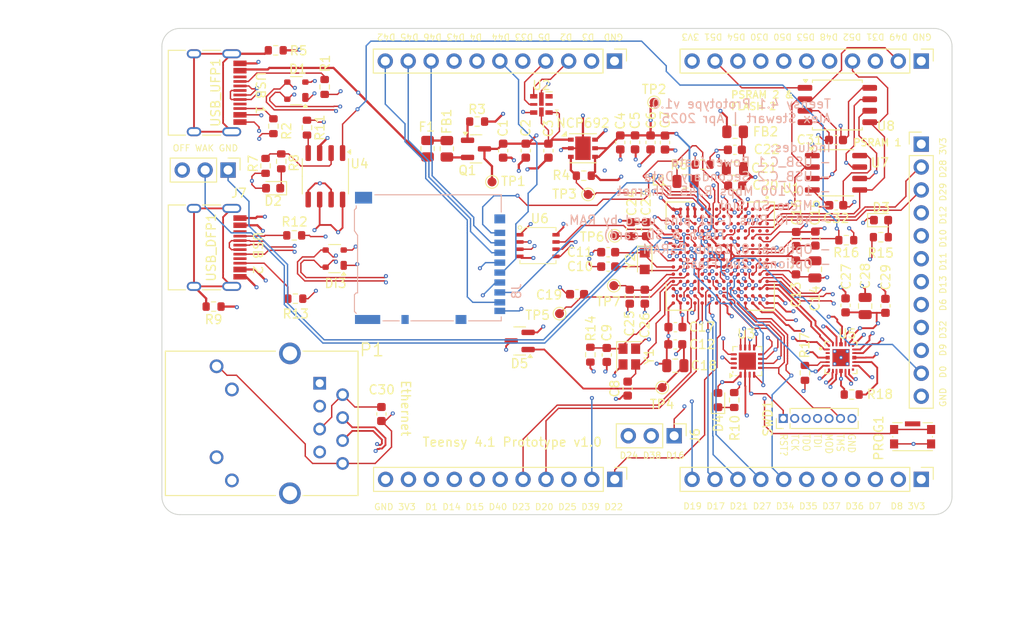
<source format=kicad_pcb>
(kicad_pcb (version 20241229) (generator "pcbnew") (generator_version "9.0")
  (layers (0 "F.Cu" signal) (4 "In1.Cu" signal) (6 "In2.Cu" signal) (8 "In3.Cu" signal) (10 "In4.Cu" signal) (2 "B.Cu" signal) (13 "F.Paste" user) (15 "B.Paste" user) (5 "F.SilkS" user "F.Silkscreen") (7 "B.SilkS" user "B.Silkscreen") (1 "F.Mask" user) (3 "B.Mask" user) (25 "Edge.Cuts" user))
  (net 0 "")
  (net 1 "+5V")
  (net 2 "GND")
  (net 3 "+3V3")
  (net 4 "Net-(U1B-XTALO)")
  (net 5 "Net-(U1B-XTALI)")
  (net 6 "Net-(U1B-RTC_XTALI)")
  (net 7 "Net-(U1B-RTC_XTALO)")
  (net 8 "Net-(U1B-VDD_USB_CAP)")
  (net 9 "Net-(U1B-VDD_SNVS_CAP)")
  (net 10 "Net-(C20-Pad1)")
  (net 11 "Net-(U1B-VDD_HIGH_CAP)")
  (net 12 "Net-(U1B-NVCC_PLL)")
  (net 13 "/USB1_DN")
  (net 14 "+5VD")
  (net 15 "/USB1_DP")
  (net 16 "Net-(D2-K)")
  (net 17 "Net-(D3-A)")
  (net 18 "Net-(D4-K)")
  (net 19 "Net-(U1B-VDD_SNVS_IN)")
  (net 20 "/USB2_DN")
  (net 21 "+5VL")
  (net 22 "/USB2_DP")
  (net 23 "Net-(F1-Pad2)")
  (net 24 "Net-(Q1-D)")
  (net 25 "/D33")
  (net 26 "/D2")
  (net 27 "/D42")
  (net 28 "/D3")
  (net 29 "/D45")
  (net 30 "/D43")
  (net 31 "/D4")
  (net 32 "/D5")
  (net 33 "/D44")
  (net 34 "/D46")
  (net 35 "/D52")
  (net 36 "/D49")
  (net 37 "/D31")
  (net 38 "/D50")
  (net 39 "/D51")
  (net 40 "/D53")
  (net 41 "/D48")
  (net 42 "/D30")
  (net 43 "/D54")
  (net 44 "/D32")
  (net 45 "/D9")
  (net 46 "/D6")
  (net 47 "/D13")
  (net 48 "/D0")
  (net 49 "/D29")
  (net 50 "/D10")
  (net 51 "/D12")
  (net 52 "/D11")
  (net 53 "/D28")
  (net 54 "/D27_A13")
  (net 55 "/D7")
  (net 56 "/D19_A5")
  (net 57 "/D37")
  (net 58 "/D17_A3")
  (net 59 "/D34")
  (net 60 "/D35")
  (net 61 "/D21_A7")
  (net 62 "/D36")
  (net 63 "/D8")
  (net 64 "/D39_A15")
  (net 65 "/D23_A9")
  (net 66 "/D20_A6")
  (net 67 "/D1")
  (net 68 "/D25_A11")
  (net 69 "/D40_A16")
  (net 70 "/D22_A8")
  (net 71 "/D14_A0")
  (net 72 "/D15_A1")
  (net 73 "/D16_A2")
  (net 74 "/D38_A14")
  (net 75 "/D24_A10")
  (net 76 "/WAKEUP")
  (net 77 "/ONOFF")
  (net 78 "/SOC_CAP_NET")
  (net 79 "Net-(L1-Pad1)")
  (net 80 "/PMIC_ON_REQ_PWR_SEQ")
  (net 81 "Net-(Q1-G)")
  (net 82 "Net-(USB_UFP1-CC1)")
  (net 83 "Net-(USB_UFP1-CC2)")
  (net 84 "Net-(USB_UFP1-SHIELD)")
  (net 85 "Net-(U4-Fault)")
  (net 86 "Net-(USB_DFP1-SHIELD)")
  (net 87 "Net-(U3-PTB3{slash}IRQ_10)")
  (net 88 "Net-(U4-ISET)")
  (net 89 "Net-(USB_DFP1-CC1)")
  (net 90 "Net-(USB_DFP1-CC2)")
  (net 91 "Net-(U1B-GPIO_EMC_40)")
  (net 92 "Net-(P1-RCT)")
  (net 95 "Net-(U1A-GPIO_SD_B1_10)")
  (net 97 "/T -")
  (net 103 "Net-(U1A-GPIO_SD_B1_09)")
  (net 109 "/R -")
  (net 110 "Net-(U1A-GPIO_B0_13)")
  (net 114 "/R +")
  (net 115 "/D26_A12")
  (net 116 "/D47")
  (net 127 "Net-(U1A-GPIO_SD_B1_06)")
  (net 129 "/T +")
  (net 130 "Net-(U1A-GPIO_SD_B1_11)")
  (net 132 "/D41_A17")
  (net 133 "Net-(U1A-POR_B)")
  (net 136 "Net-(U1A-GPIO_SD_B1_08)")
  (net 148 "/LED")
  (net 151 "Net-(U1A-GPIO_EMC_01)")
  (net 153 "Net-(U1A-GPIO_AD_B0_04)")
  (net 154 "Net-(U1A-GPIO_SD_B1_07)")
  (net 159 "/D18_A4")
  (net 163 "Net-(U5-LED0{slash}S(ANEG_DIS))")
  (net 166 "Net-(U3-PTB2{slash}IRQ_7)")
  (net 173 "Net-(U5-RBIAS)")
  (net 174 "Net-(U1B-GPIO_B1_06)")
  (net 175 "Net-(U1B-GPIO_B1_08)")
  (net 176 "Net-(U1B-GPIO_B0_15)")
  (net 177 "Net-(U1B-GPIO_B1_04)")
  (net 179 "Net-(U1B-GPIO_B1_11)")
  (net 180 "Net-(U1B-GPIO_B1_09)")
  (net 181 "Net-(U1B-GPIO_B1_14)")
  (net 182 "Net-(U1B-GPIO_B1_05)")
  (net 183 "Net-(U1B-GPIO_B1_07)")
  (net 184 "Net-(U1B-GPIO_B0_14)")
  (net 185 "Net-(U1B-GPIO_B1_15)")
  (net 186 "Net-(U1B-GPIO_B1_10)")
  (net 188 "/JTAG_TMS")
  (net 189 "/JTAG_TDI")
  (net 190 "/JTAG_TDO")
  (net 191 "/JTAG_MOD")
  (net 192 "/JTAG_TCK")
  (net 193 "/DCDC_PSWITCH")
  (footprint "Capacitor_SMD:C_0603_1608Metric" (layer "F.Cu") (at 166.86 74.345 90)
    (property "Reference" "C15")
    (property "Value" "4.7uf")
  )
  (footprint "Capacitor_SMD:C_0603_1608Metric" (layer "F.Cu") (at 169.18 70.65 180)
    (property "Reference" "C32")
    (property "Value" "0.22uf")
  )
  (footprint "Resistor_SMD:R_0603_1608Metric" (layer "F.Cu") (at 165.71 89.225 -90)
    (property "Reference" "R17")
    (property "Value" "150R")
  )
  (footprint "Connector_PinHeader_2.54mm:PinHeader_1x03_P2.54mm_Vertical" (layer "F.Cu") (at 151.215 96.2 -90)
    (property "Reference" "J6")
    (property "Value" "Conn_01x03_Male")
  )
  (footprint "Capacitor_SMD:C_0805_2012Metric" (layer "F.Cu") (at 152.48 68.01)
    (property "Reference" "L1")
    (property "Value" "4.7uH")
  )
  (footprint "Resistor_SMD:R_0603_1608Metric" (layer "F.Cu") (at 107.06 53.48 180)
    (property "Reference" "R5")
    (property "Value" "1M")
  )
  (footprint "Resistor_SMD:R_0805_2012Metric" (layer "F.Cu") (at 157.97 62.51 180)
    (property "Reference" "FB2")
    (property "Value" "Ferrite_Bead")
  )
  (footprint "Capacitor_SMD:C_0603_1608Metric" (layer "F.Cu") (at 146.44 73.305 90)
    (property "Reference" "C24")
    (property "Value" "4.7uf")
  )
  (footprint "Capacitor_SMD:C_0603_1608Metric" (layer "F.Cu") (at 143.745 87.24 90)
    (property "Reference" "C9")
    (property "Value" "10pF")
  )
  (footprint "Resistor_SMD:R_0603_1608Metric" (layer "F.Cu") (at 105.93 66.285 90)
    (property "Reference" "R7")
    (property "Value" "16k")
  )
  (footprint "Capacitor_SMD:C_0603_1608Metric" (layer "F.Cu") (at 132.26 64.6 -90)
    (property "Reference" "C1")
    (property "Value" "0.22uf")
  )
  (footprint "Crystal:Crystal_SMD_2520-4Pin_2.5x2.0mm" (layer "F.Cu") (at 146.245 87.42 -90)
    (property "Reference" "Y1")
    (property "Value" "24MHz")
  )
  (footprint "Resistor_SMD:R_0603_1608Metric" (layer "F.Cu") (at 106.8 61.89 90)
    (property "Reference" "R2")
    (property "Value" "5.1k")
  )
  (footprint "Package_SO:SOP-8_3.9x4.9mm_P1.27mm" (layer "F.Cu") (at 169.15 67.05)
    (property "Reference" "U7")
    (property "Value" "PSRAM APS640L 3SQR (1)")
  )
  (footprint "Capacitor_SMD:C_0603_1608Metric" (layer "F.Cu") (at 146.88 63.68 -90)
    (property "Reference" "C5")
    (property "Value" "10nf")
  )
  (footprint "TestPoint:TestPoint_Pad_D1.0mm" (layer "F.Cu") (at 141.68 69.45)
    (property "Reference" "TP3")
    (property "Value" "TestPoint")
  )
  (footprint "Connector_PinHeader_2.54mm:PinHeader_1x11_P2.54mm_Vertical" (layer "F.Cu") (at 178.6 101.03 -90)
    (property "Reference" "J4" (hide yes))
    (property "Value" "Conn_01x11_Male")
  )
  (footprint "Teensy_Footprint_library:J1B1211CCD" (layer "F.Cu") (at 105.58 94.82 -90)
    (property "Reference" "P1")
    (property "Value" "J1B1211CCD")
  )
  (footprint "Package_SO:SOIC-8_5.3x5.3mm_P1.27mm" (layer "F.Cu") (at 169.3 59.54)
    (property "Reference" "U8")
    (property "Value" "2nd PSRAM/Flash  APS640L 3SQR / 25q128JVSQ (2)")
  )
  (footprint "Package_DFN_QFN:QFN-16-1EP_3x3mm_P0.5mm_EP1.9x1.9mm" (layer "F.Cu") (at 159.3275 87.92 90)
    (property "Reference" "U3")
    (property "Value" "MKL02Z32VFG4")
  )
  (footprint "Capacitor_SMD:C_0805_2012Metric" (layer "F.Cu") (at 151.345 88.43 180)
    (property "Reference" "C18")
    (property "Value" "10uf")
  )
  (footprint "Capacitor_SMD:C_0603_1608Metric" (layer "F.Cu") (at 157.94 64.51 180)
    (property "Reference" "C22")
    (property "Value" "4.7uf")
  )
  (footprint "Resistor_SMD:R_0805_2012Metric" (layer "F.Cu") (at 126.02375 64.3925 -90)
    (property "Reference" "FB1")
    (property "Value" "Ferrite_Bead")
  )
  (footprint "Connector_USB:USB_C_Receptacle_HRO_TYPE-C-31-M-12" (layer "F.Cu") (at 99.05 75.32 -90)
    (property "Reference" "USB_DFP1")
    (property "Value" "USB_C_Receptacle_USB2.0")
  )
  (footprint "Connector_PinHeader_2.54mm:PinHeader_1x12_P2.54mm_Vertical" (layer "F.Cu") (at 178.6 63.875)
    (property "Reference" "J3" (hide yes))
    (property "Value" "Conn_01x12_Male")
  )
  (footprint "Capacitor_SMD:C_0603_1608Metric" (layer "F.Cu") (at 170.21 81.745 90)
    (property "Reference" "C27")
    (property "Value" "2.2uf")
  )
  (footprint "Resistor_SMD:R_0603_1608Metric" (layer "F.Cu") (at 174.12 74.19)
    (property "Reference" "R15")
    (property "Value" "1k")
  )
  (footprint "LED_SMD:LED_0603_1608Metric" (layer "F.Cu") (at 156.08 92.2425 90)
    (property "Reference" "D4")
    (property "Value" "LED")
  )
  (footprint "Package_DFN_QFN:DFN-6-1EP_3x3mm_P0.95mm_EP1.7x2.6mm" (layer "F.Cu") (at 141.105 64.331)
    (property "Reference" "NCP692")
    (property "Value" "OnSemi NCP692, fixed version")
  )
  (footprint "Capacitor_SMD:C_0603_1608Metric" (layer "F.Cu") (at 169.15 63.42 180)
    (property "Reference" "C31")
    (property "Value" "0.22uf")
  )
  (footprint "Capacitor_SMD:C_0603_1608Metric" (layer "F.Cu") (at 150.2 63.7 -90)
    (property "Reference" "C7")
    (property "Value" "2.2uf")
  )
  (footprint "Resistor_SMD:R_0603_1608Metric" (layer "F.Cu") (at 100.17 81.88 180)
    (property "Reference" "R9")
    (property "Value" "1M")
  )
  (footprint "Capacitor_SMD:C_0603_1608Metric" (layer "F.Cu") (at 164.74 74.385 90)
    (property "Reference" "C16")
    (property "Value" "10nf")
  )
  (footprint "LED_SMD:LED-APA102-2020" (layer "F.Cu") (at 136.5 59.475 180)
    (property "Reference" "U2")
    (property "Value" "opto_APA102-2020")
  )
  (footprint "Capacitor_SMD:C_0603_1608Metric" (layer "F.Cu") (at 146.06 90.97 90)
    (property "Reference" "C8")
    (property "Value" "10pF")
  )
  (footprint "Capacitor_SMD:C_0603_1608Metric" (layer "F.Cu") (at 137.28 64.6 -90)
    (property "Reference" "C3")
    (property "Value" "2.2uf")
  )
  (footprint "Resistor_SMD:R_0603_1608Metric" (layer "F.Cu") (at 112.48 57.54 90)
    (property "Reference" "R1")
    (property "Value" "5.1k")
  )
  (footprint "Resistor_SMD:R_0603_1608Metric" (layer "F.Cu") (at 129.38 61.375 180)
    (property "Reference" "R3")
    (property "Value" "100k")
  )
  (footprint "Capacitor_SMD:C_0603_1608Metric" (layer "F.Cu") (at 151.355 84.16 180)
    (property "Reference" "C17")
    (property "Value" "0.22uf")
  )
  (footprint "Teensy_Footprint_library:XSON8_4x4mm" (layer "F.Cu") (at 136.32 74.92)
    (property "Reference" "U6")
    (property "Value" "W25Q64JVXGIM")
  )
  (footprint "Resistor_SMD:R_0603_1608Metric" (layer "F.Cu") (at 170.89 91.63 180)
    (property "Reference" "R18")
    (property "Value" "6.49K")
  )
  (footprint "Resistor_SMD:R_0603_1608Metric" (layer "F.Cu") (at 107.67 65.785 90)
    (property "Reference" "R8")
    (property "Value" "1k")
  )
  (footprint "TestPoint:TestPoint_Pad_D1.0mm" (layer "F.Cu") (at 138.51 82.66)
    (property "Reference" "TP5")
    (property "Value" "TestPoint")
  )
  (footprint "Package_SO:SO-8_3.9x4.9mm_P1.27mm" (layer "F.Cu") (at 112.56 67.44 -90)
    (property "Reference" "U4")
    (property "Value" "MAX1562")
  )
  (footprint "TestPoint:TestPoint_Pad_D1.0mm" (layer "F.Cu") (at 131.025 68.06)
    (property "Reference" "TP1")
    (property "Value" "TestPoint")
  )
  (footprint "Package_TO_SOT_SMD:SOT-143" (layer "F.Cu") (at 113.59 76.5625 180)
    (property "Reference" "Di3")
    (property "Value" "SP0503BAHT")
  )
  (footprint "Resistor_SMD:R_0805_2012Metric" (layer "F.Cu") (at 123.88375 64.38 90)
    (property "Reference" "F1")
    (property "Value" "Fuse")
  )
  (footprint "Teensy_Footprint_library:BGA196C80P14X14_1200X1200X152N" (layer "F.Cu") (at 156.32 76.29 -90)
    (property "Reference" "U1")
    (property "Value" "MIMXRT1062DVJ6B")
  )
  (footprint "Resistor_SMD:R_0603_1608Metric" (layer "F.Cu") (at 110.52 62.05 -90)
    (property "Reference" "R11")
    (property "Value" "16k")
  )
  (footprint "Capacitor_SMD:C_0805_2012Metric" (layer "F.Cu") (at 166.81 77.755 -90)
    (property "Reference" "C14")
    (property "Value" "10uf")
  )
  (footprint "LED_SMD:LED_0603_1608Metric" (layer "F.Cu") (at 174.14 72.3)
    (property "Reference" "D3")
    (property "Value" "LED")
  )
  (footprint "Capacitor_SMD:C_0603_1608Metric" (layer "F.Cu") (at 164.71 77.535 -90)
    (property "Reference" "C13")
    (property "Value" "0.22uf")
  )
  (footprint "Capacitor_SMD:C_0603_1608Metric" (layer "F.Cu") (at 118.77 93.785 -90)
    (property "Reference" "C30")
    (property "Value" "0.1uF")
  )
  (footprint "Capacitor_SMD:C_0603_1608Metric" (layer "F.Cu") (at 145.24 63.685 -90)
    (property "Reference" "C4")
    (property "Value" "0.22uf")
  )
  (footprint "Resistor_SMD:R_0603_1608Metric" (layer "F.Cu") (at 170.29 74.52 180)
    (property "Reference" "R16")
    (property "Value" "100k")
  )
  (footprint "TestPoint:TestPoint_Pad_D1.0mm" (layer "F.Cu") (at 148.99 59.25)
    (property "Reference" "TP2")
    (property "Value" "TestPoint")
  )
  (footprint "TestPoint:TestPoint_Pad_D1.0mm" (layer "F.Cu") (at 144.53 79.56 180)
    (property "Reference" "TP7")
    (property "Value" "TestPoint")
  )
  (footprint "Capacitor_SMD:C_0603_1608Metric" (layer "F.Cu") (at 143.9 75.85)
    (property "Reference" "C11")
    (property "Value" "9pF")
  )
  (footprint "Button_Switch_SMD:SW_Push_1P1T-SH_NO_CK_KMR2xxG" (layer "F.Cu") (at 177.64 96.3)
    (property "Reference" "PROG1")
    (property "Value" "SW_Push")
  )
  (footprint "TestPoint:TestPoint_Pad_D1.0mm" (layer "F.Cu") (at 144.63 74.03 180)
    (property "Reference" "TP6")
    (property "Value" "TestPoint")
  )
  (footprint "Capacitor_SMD:C_0603_1608Metric" (layer "F.Cu") (at 174.63 81.795 90)
    (property "Reference" "C29")
    (property "Value" "10nf")
  )
  (footprint "Package_TO_SOT_SMD:SOT-23" (layer "F.Cu") (at 134.0925 85.69 180)
    (property "Reference" "D5")
    (property "Value" "BAT54C")
  )
  (footprint "Capacitor_SMD:C_0603_1608Metric" (layer "F.Cu") (at 134.77 64.6 -90)
    (property "Reference" "C2")
    (property "Value" "0.22uf")
  )
  (footprint "Package_TO_SOT_SMD:SOT-143" (layer "F.Cu") (at 109.34 57.95 180)
    (property "Reference" "D1")
    (property "Value" "SP0503BAHT")
  )
  (footprint "Capacitor_SMD:C_0603_1608Metric" (layer "F.Cu") (at 147.96 80.785 -90)
    (property "Reference" "C26")
    (property "Value" "4.7uf")
  )
  (footprint "Capacitor_SMD:C_0603_1608Metric" (layer "F.Cu") (at 151.335 86.07 180)
    (property "Reference" "C12")
    (property "Value" "0.22uf")
  )
  (footprint "Connector_PinHeader_2.54mm:PinHeader_1x11_P2.54mm_Vertical" (layer "F.Cu") (at 144.63 101.03 -90)
    (property "Reference" "J5" (hide yes))
    (property "Value" "Conn_01x11_Male")
  )
  (footprint "Capacitor_SMD:C_0603_1608Metric" (layer "F.Cu") (at 148.6 63.685 -90)
    (property "Reference" "C6")
    (property "Value" "4.7uf")
  )
  (footprint "Resistor_SMD:R_0603_1608Metric" (layer "F.Cu") (at 141.925 87.21 90)
    (property "Reference" "R14")
    (property "Value" "2.2M")
  )
  (footprint "Crystal:Crystal_SMD_TXC_9HT11-2Pin_2.0x1.2mm_HandSoldering" (layer "F.Cu") (at 147.95 76.84 -90)
    (property "Reference" "Y2")
    (property "Value" "32.768kHz")
  )
  (footprint "Resistor_SMD:R_0603_1608Metric" (layer "F.Cu") (at 109.23 81.0025 180)
    (property "Reference" "R13")
    (property "Value" "56k")
  )
  (footprint "Connector_PinHeader_1.27mm:PinHeader_1x07_P1.27mm_Vertical" (layer "F.Cu") (at 163.3 94.28 90)
    (property "Reference" "SWD1")
    (property "Value" "SWD")
  )
  (footprint "LED_SMD:LED_0603_1608Metric" (layer "F.Cu") (at 106.77 68.76 180)
    (property "Reference" "D2")
    (property "Value" "LED")
  )
  (footprint "Capacitor_SMD:C_0603_1608Metric" (layer "F.Cu") (at 146.29 80.785 -90)
    (property "Reference" "C25")
    (property "Value" "0.22uf")
  )
  (footprint "Capacitor_SMD:C_0603_1608Metric" (layer "F.Cu") (at 157.97 68.48 180)
    (property "Reference" "C20")
    (property "Value" "0.22uf")
  )
  (footprint "Connector_USB:USB_C_Receptacle_HRO_TYPE-C-31-M-12" (layer "F.Cu") (at 99.05 58.18 -90)
    (property "Reference" "USB_UFP1")
    (property "Value" "USB_C_Receptacle_USB2.0")
  )
  (footprint "Resistor_SMD:R_0603_1608Metric" (layer "F.Cu") (at 109.105 73.99 180)
    (property "Reference" "R12")
    (property "Value" "56k")
  )
  (footprint "Teensy_Footprint_library:XCVR_DP83825IRMQR" (layer "F.Cu") (at 169.705 87.535)
    (property "Reference" "U5")
    (property "Value" "DP83825IRMQR")
  )
  (footprint "Resistor_SMD:R_0603_1608Metric" (layer "F.Cu") (at 141.2 67.375)
    (property "Reference" "R4")
    (property "Value" "100k")
  )
  (footprint "Capacitor_SMD:C_0805_2012Metric" (layer "F.Cu") (at 157.95 66.59 180)
    (property "Reference" "C21")
    (property "Value" "10uf")
  )
  (footprint "Resistor_SMD:R_0603_1608Metric" (layer "F.Cu") (at 154.37 66.14)
    (property "Reference" "R6")
    (property "Value" "100k")
  )
  (footprint "Connector_PinHeader_2.54mm:PinHeader_1x03_P2.54mm_Vertical" (layer "F.Cu") (at 101.775 66.75 -90)
    (property "Reference" "J7")
    (property "Value" "Conn_01x03_Male")
  )
  (footprint "Capacitor_SMD:C_0603_1608Metric" (layer "F.Cu") (at 143.9 77.45)
    (property "Reference" "C10")
    (property "Value" "9pF")
  )
  (footprint "Capacitor_SMD:C_0805_2012Metric" (layer "F.Cu") (at 172.38 81.82 90)
    (property "Reference" "C28")
    (property "Value" "0.22uf")
  )
  (footprint "Package_TO_SOT_SMD:SOT-23" (layer "F.Cu") (at 129.2525 64.4)
    (property "Reference" "Q1")
    (property "Value" "Q_PMOS_GDS_DMP3125L")
  )
  (footprint "Resistor_SMD:R_0603_1608Metric" (layer "F.Cu") (at 157.87 92.235 -90)
    (property "Reference" "R10")
    (property "Value" "1k")
  )
  (footprint "Capacitor_SMD:C_0603_1608Metric" (layer "F.Cu") (at 148.11 73.305 90)
    (property "Reference" "C23")
    (property "Value" "0.22uf")
  )
  (footprint "Connector_PinHeader_2.54mm:PinHeader_1x11_P2.54mm_Vertical" (layer "F.Cu") (at 178.6 54.67 -90)
    (property "Reference" "J2" (hide yes))
    (property "Value" "Conn_01x11_Male")
  )
  (footprint "Capacitor_SMD:C_0603_1608Metric" (layer "F.Cu") (at 140.45 80.51)
    (property "Reference" "C19")
    (property "Value" "0.22uf")
  )
  (footprint "TestPoint:TestPoint_Pad_D1.0mm" (layer "F.Cu") (at 149.89 90.85)
    (property "Reference" "TP4")
    (property "Value" "TestPoint")
  )
  (footprint "Connector_PinHeader_2.54mm:PinHeader_1x11_P2.54mm_Vertical" (layer "F.Cu") (at 144.6 54.67 -90)
    (property "Reference" "J1" (hide yes))
    (property "Value" "Conn_01x11_Male")
  )
  (footprint "Connector_Card:microSD_HC_Hirose_DM3AT-SF-PEJM5" (layer "B.Cu") (at 124.165 76.485 90)
    (property "Reference" "J8")
    (property "Value" "Micro_SD_Card")
  )
  (gr_line (start 96.44 51.05) (end 180.01 51.05) (stroke (width 0.1)) (layer "Edge.Cuts"))
  (gr_line (start 182.01 53.05) (end 182.01 102.94) (stroke (width 0.1)) (layer "Edge.Cuts"))
  (gr_line (start 180.01 104.94) (end 96.44 104.94) (stroke (width 0.1)) (layer "Edge.Cuts"))
  (gr_arc (start 180.01 51.05) (mid 181.424214 51.635786) (end 182.01 53.05) (stroke (width 0.1)) (layer "Edge.Cuts"))
  (gr_arc (start 96.44 104.94) (mid 95.025786 104.354214) (end 94.44 102.94) (stroke (width 0.1)) (layer "Edge.Cuts"))
  (gr_arc (start 182.01 102.94) (mid 181.424214 104.354214) (end 180.01 104.94) (stroke (width 0.1)) (layer "Edge.Cuts"))
  (gr_line (start 94.44 102.94) (end 94.44 53.05) (stroke (width 0.1)) (layer "Edge.Cuts"))
  (gr_arc (start 94.44 53.05) (mid 95.025786 51.635786) (end 96.44 51.05) (stroke (width 0.1)) (layer "Edge.Cuts"))
  (gr_text "GND\nTMS\nMOD\nTDI\nTDO\nTCK\nRST?" (at 167.11 95.91 270) (layer "F.SilkS") (effects (font (size 0.78 0.7) (thickness 0.1)) (justify left)))
  (gr_text "OFF WAK GND" (at 95.58 64.32 0) (layer "F.SilkS") (effects (font (size 0.7 0.7) (thickness 0.1)) (justify left)))
  (gr_text "GND D49 D31 D52 D48 D53 D50 D30 D54 D51 3V3" (at 179.81 51.98 180) (layer "F.SilkS") (effects (font (size 0.7 0.7) (thickness 0.1)) (justify left)))
  (gr_text "GND  D0  D9 D32  D6 D13 D11 D10 D12 D29 D28 3V3" (at 181.01 93.07 90) (layer "F.SilkS") (effects (font (size 0.7 0.7) (thickness 0.1)) (justify left)))
  (gr_text "USB 1" (at 104.78 55.76 270) (layer "F.SilkS") (effects (font (size 1 1)) (justify left bottom)))
  (gr_text "Ethernet" (at 121.46 93.15 270) (layer "F.SilkS") (effects (font (size 1 1))))
  (gr_text "PSRAM 1" (at 170.97 64.17 0) (layer "F.SilkS") (effects (font (size 0.8 0.8)) (justify left bottom)))
  (gr_text "Teensy 4.1 Prototype v1.0" (at 123.24 97.48 0) (layer "F.SilkS") (effects (font (size 1 1)) (justify left bottom)))
  (gr_text "GND 3V3  D1 D14 D15 D40 D23 D20 D25 D39 D22" (at 117.9 104.08 0) (layer "F.SilkS") (effects (font (size 0.7 0.7) (thickness 0.1)) (justify left)))
  (gr_text "D24 D38 D16" (at 145.12 98.38 0) (layer "F.SilkS") (effects (font (size 0.7 0.7) (thickness 0.1)) (justify left)))
  (gr_text "USB 2" (at 104.47 73.49 270) (layer "F.SilkS") (effects (font (size 1 1)) (justify left bottom)))
  (gr_text "PSRAM 2 &\nFLASH 2" (at 157.43 60.16 0) (layer "F.SilkS") (effects (font (size 0.8 0.8)) (justify left bottom)))
  (gr_text "GND  D3  D2  D5 D33 D44  D4 D43 D46 D45 D42" (at 145.62 51.99 180) (layer "F.SilkS") (effects (font (size 0.7 0.7) (thickness 0.1)) (justify left)))
  (gr_text "D19 D17 D21 D27 D34 D35 D37 D36 D7  D8 3V3" (at 152.17 104 0) (layer "F.SilkS") (effects (font (size 0.7 0.7) (thickness 0.1)) (justify left)))
  (gr_text "Teensy 4.1 Prototype v1.0\nAlex Stewart | Apr 2025\n\nIncludes: \n- USB_C.1 Power/data \n- USB_C.2 Secondary Data\n- 10/100 Mbps RJ45 Ethernet\n- Micro SD Slot\n- 48 IO Pins (-11 pins used by RAM, \n			Flash & SD card)\n- Optional 8/16mb PSRAM\n- Optional 2nd Flash" (at 168.68 77.71 0) (layer "B.SilkS") (effects (font (size 1 1)) (justify left bottom mirror)))
  (segment (start 138.49 60.53) (end 138.49 61.09) (width 0.155) (layer "F.Cu") (net 1))
  (segment (start 130.19 64.4) (end 130.19 65.49) (width 0.25) (layer "F.Cu") (net 1))
  (segment (start 137.28 63.67) (end 137.28 63.825) (width 0.155) (layer "F.Cu") (net 1))
  (segment (start 138.335 60.375) (end 138.49 60.53) (width 0.155) (layer "F.Cu") (net 1))
  (segment (start 142.579 63.381) (end 143.62 62.34) (width 0.25) (layer "F.Cu") (net 1))
  (segment (start 134.77 63.825) (end 135.035 63.825) (width 0.25) (layer "F.Cu") (net 1))
  (segment (start 150.36 74.8175) (end 150.4125 74.87) (width 0.25) (layer "F.Cu") (net 1))
  (segment (start 137.35 60.375) (end 138.335 60.375) (width 0.155) (layer "F.Cu") (net 1))
  (segment (start 130.19 65.49) (end 131.025 66.325) (width 0.25) (layer "F.Cu") (net 1))
  (segment (start 137.28 62.35) (end 137.28 63.825) (width 0.155) (layer "F.Cu") (net 1))
  (segment (start 130.19 64.4) (end 131.685 64.4) (width 0.25) (layer "F.Cu") (net 1))
  (segment (start 150.9 74.87) (end 151.12 75.09) (width 0.25) (layer "F.Cu") (net 1))
  (segment (start 150.4125 74.87) (end 150.9 74.87) (width 0.25) (layer "F.Cu") (net 1))
  (segment (start 151.92 75.09) (end 151.76 75.25) (width 0.25) (layer "F.Cu") (net 1))
  (segment (start 138.5 62.45) (end 137.28 63.67) (width 0.155) (layer "F.Cu") (net 1))
  (segment (start 151.28 75.25) (end 151.12 75.09) (width 0.25) (layer "F.Cu") (net 1))
  (segment (start 131.025 66.325) (end 131.025 68.06) (width 0.25) (layer "F.Cu") (net 1))
  (segment (start 131.685 64.4) (end 132.26 63.825) (width 0.25) (layer "F.Cu") (net 1))
  (segment (start 138.5 61.1) (end 138.5 62.45) (width 0.155) (layer "F.Cu") (net 1))
  (segment (start 151.76 75.25) (end 151.28 75.25) (width 0.25) (layer "F.Cu") (net 1))
  (segment (start 136.5 60.305) (end 136.5 61.57) (width 0.155) (layer "F.Cu") (net 1))
  (segment (start 134.77 63.825) (end 132.26 63.825) (width 0.25) (layer "F.Cu") (net 1))
  (segment (start 137.724 63.381) (end 137.28 63.825) (width 0.25) (layer "F.Cu") (net 1))
  (segment (start 136.5 61.57) (end 137.28 62.35) (width 0.155) (layer "F.Cu") (net 1))
  (segment (start 139.765 63.381) (end 137.724 63.381) (width 0.25) (layer "F.Cu") (net 1))
  (segment (start 135.035 63.825) (end 135.95 62.91) (width 0.25) (layer "F.Cu") (net 1))
  (segment (start 135.95 62.91) (end 135.96 62.9) (width 0.225) (layer "F.Cu") (net 1))
  (segment (start 138.49 61.09) (end 138.5 61.1) (width 0.155) (layer "F.Cu") (net 1))
  (segment (start 142.445 63.381) (end 142.579 63.381) (width 0.25) (layer "F.Cu") (net 1))
  (segment (start 137.28 63.825) (end 134.77 63.825) (width 0.25) (layer "F.Cu") (net 1))
  (via (at 150.36 74.8175) (size 0.45) (drill 0.2) (layers "F.Cu" "B.Cu") (net 1))
  (via (at 135.95 62.91) (size 0.45) (drill 0.2) (layers "F.Cu" "B.Cu") (net 1))
  (via (at 143.52 66.8) (size 0.45) (drill 0.2) (layers "F.Cu" "B.Cu") (net 1))
  (via (at 143.62 62.34) (size 0.45) (drill 0.2) (layers "F.Cu" "B.Cu") (net 1))
  (segment (start 154.710706 77.119293) (end 154.71 77.12) (width 0.2) (layer "F.Cu") (net 2))
  (segment (start 134.29 76.49) (end 134.12 76.32) (width 0.2) (layer "F.Cu") (net 2))
  (segment (start 156.13 67.27) (end 156.13 67.6) (width 0.155) (layer "F.Cu") (net 2))
  (segment (start 151.92 76.69) (end 152.31 77.08) (width 0.155) (layer "F.Cu") (net 2))
  (segment (start 166.725 69.155) (end 166.5 69.155) (width 0.155) (layer "F.Cu") (net 2))
  (segment (start 147.96 82.56) (end 147.96 81.56) (width 0.155) (layer "F.Cu") (net 2))
  (segment (start 169.705 90.65) (end 170.065 91.01) (width 0.2) (layer "F.Cu") (net 2))
  (segment (start 166.405 78.585) (end 164.615 78.585) (width 0.155) (layer "F.Cu") (net 2))
  (segment (start 153.12 77.09) (end 153.52 77.49) (width 0.155) (layer "F.Cu") (net 2))
  (segment (start 139.675 80.51) (end 139.33 80.51) (width 0.155) (layer "F.Cu") (net 2))
  (segment (start 163.65 82.44) (end 162.7 81.49) (width 0.2025) (layer "F.Cu") (net 2))
  (segment (start 148.6 64.46) (end 148.6 64.99) (width 0.2) (layer "F.Cu") (net 2))
  (segment (start 110.69 58.91) (end 110.55 58.91) (width 0.155) (layer "F.Cu") (net 2))
  (segment (start 150.58 82.93) (end 150.58 84.16) (width 0.2) (layer "F.Cu") (net 2))
  (segment (start 154.69 77.12) (end 154.32 77.49) (width 0.2) (layer "F.Cu") (net 2))
  (segment (start 161.11 77.9) (end 160.72 78.29) (width 0.155) (layer "F.Cu") (net 2))
  (segment (start 173.335 72.11) (end 172.6425 72.11) (width 0.155) (layer "F.Cu") (net 2))
  (segment (start 111.145 99.265) (end 110.33 98.45) (width 0.155) (layer "F.Cu") (net 2))
  (segment (start 167.87 73.19) (end 166.85 73.19) (width 0.155) (layer "F.Cu") (net 2))
  (segment (start 153.92 77.89) (end 153.92 80.29) (width 0.2) (layer "F.Cu") (net 2))
  (segment (start 145.26 65.58) (end 145.26 64.48) (width 0.25) (layer "F.Cu") (net 2))
  (segment (start 156.72 76.69) (end 156.52 76.49) (width 0.2) (layer "F.Cu") (net 2))
  (segment (start 155.51 76.3) (end 155.92 75.89) (width 0.2) (layer "F.Cu") (net 2))
  (segment (start 154.32 77.49) (end 153.92 77.89) (width 0.2) (layer "F.Cu") (net 2))
  (segment (start 105.21 62.41) (end 105.21 61.98) (width 0.155) (layer "F.Cu") (net 2))
  (segment (start 148.6 64.99) (end 147.36 66.23) (width 0.2) (layer "F.Cu") (net 2))
  (segment (start 115.9575 77.3125) (end 116.09 77.18) (width 0.155) (layer "F.Cu") (net 2))
  (segment (start 155.34 76.3) (end 155.51 76.3) (width 0.2) (layer "F.Cu") (net 2))
  (segment (start 168.395 70.825) (end 166.725 69.155) (width 0.155) (layer "F.Cu") (net 2))
  (segment (start 141.105 60.715) (end 141.105 64.331) (width 0.25) (layer "F.Cu") (net 2))
  (segment (start 160.72 74.29) (end 161.11 74.68) (width 0.155) (layer "F.Cu") (net 2))
  (segment (start 159.11 93.79) (end 159.27 93.95) (width 0.2) (layer "F.Cu") (net 2))
  (segment (start 151.92 71.89) (end 151.51 71.48) (width 0.2) (layer "F.Cu") (net 2))
  (segment (start 141.925 88.035) (end 141.925 88.7) (width 0.2) (layer "F.Cu") (net 2))
  (segment (start 135.65 60.375) (end 134.545 60.375) (width 0.155) (layer "F.Cu") (net 2))
  (segment (start 158.32 80.69) (end 158.68 81.05) (width 0.2) (layer "F.Cu") (net 2))
  (segment (start 132.26 65.375) (end 133.165 65.375) (width 0.25) (layer "F.Cu") (net 2))
  (segment (start 143.745 88.92) (end 143.585 89.08) (width 0.2) (layer "F.Cu") (net 2))
  (segment (start 157.6025 82.95) (end 157.3925 82.74) (width 0.2) (layer "F.Cu") (net 2))
  (segment (start 153.52 77.59) (end 153.52 77.49) (width 0.155) (layer "F.Cu") (net 2))
  (segment (start 107.885 53.48) (end 109.61 53.48) (width 0.25) (layer "F.Cu") (net 2))
  (segment (start 105.23 63.05) (end 105.565 62.715) (width 0.155) (layer "F.Cu") (net 2))
  (segment (start 154.71 77.12) (end 154.69 77.12) (width 0.2) (layer "F.Cu") (net 2))
  (segment (start 142.05 77.45) (end 143.125 77.45) (width 0.155) (layer "F.Cu") (net 2))
  (segment (start 131.395 61.375) (end 132.255 60.515) (width 0.25) (layer "F.Cu") (net 2))
  (segment (start 156.01 67.15) (end 156.13 67.27) (width 0.155) (layer "F.Cu") (net 2))
  (segment (start 167.31 70.83) (end 168.395 70.83) (width 0.155) (layer "F.Cu") (net 2))
  (segment (start 155.12 76.69) (end 156.72 76.69) (width 0.2) (layer "F.Cu") (net 2))
  (segment (start 156.17 65.76) (end 157 66.59) (width 0.155) (layer "F.Cu") (net 2))
  (segment (start 146.08 82.61) (end 146.08 81.6) (width 0.155) (layer "F.Cu") (net 2))
  (segment (start 156.52 76.29) (end 156.32 76.29) (width 0.2) (layer "F.Cu") (net 2))
  (segment (start 155.12 76.63208) (end 155.12 76.69) (width 0.2) (layer "F.Cu") (net 2))
  (segment (start 170.21 80.97) (end 170.21 80.275) (width 0.2) (layer "F.Cu") (net 2))
  (segment (start 149.28 88.21) (end 150.175 88.21) (width 0.2) (layer "F.Cu") (net 2))
  (segment (start 151.92 71.09) (end 151.92 71.89) (width 0.2) (layer "F.Cu") (net 2))
  (segment (start 151.0075 71.09) (end 151.12 71.09) (width 0.2) (layer "F.Cu") (net 2))
  (segment (start 153.96 72.25) (end 154.32 71.89) (width 0.25) (layer "F.Cu") (net 2))
  (segment (start 142.05 76.04) (end 142.28 75.81) (width 0.155) (layer "F.Cu") (net 2))
  (segment (start 166.85 73.19) (end 166.85 73.845) (width 0.155) (layer "F.Cu") (net 2))
  (segment (start 164.39 82.44) (end 163.65 82.44) (width 0.2025) (layer "F.Cu") (net 2))
  (segment (start 172.28 80.97) (end 172.38 80.87) (width 0.2) (layer "F.Cu") (net 2))
  (segment (start 157.12 81.89) (end 156.72 81.49) (width 0.2) (layer "F.Cu") (net 2))
  (segment (start 105.86 71.92) (end 105 71.92) (width 0.25) (layer "F.Cu") (net 2))
  (segment (start 156.13 67.6) (end 157.01 68.48) (width 0.155) (layer "F.Cu") (net 2))
  (segment (start 158.72 71.49) (end 158.72 70.1) (width 0.2) (layer "F.Cu") (net 2))
  (segment (start 137.24 57.23) (end 137.27 57.2) (width 0.155) (layer "F.Cu") (net 2))
  (segment (start 150.58 82.03) (end 150.58 82.93) (width 0.2) (layer "F.Cu") (net 2))
  (segment (start 118.77 94.56) (end 119.89 95.68) (width 0.155) (layer "F.Cu") (net 2))
  (segment (start 156.075 65.19) (end 156.17 65.285) (width 0.155) (layer "F.Cu") (net 2))
  (segment (start 154.710706 77.119293) (end 155.12 76.71) (width 0.25) (layer "F.Cu") (net 2))
  (segment (start 158.68 81.05) (end 158.7 81.05) (width 0.2) (layer "F.Cu") (net 2))
  (segment (start 175.59 97.1) (end 177.74 97.1) (width 0.155) (layer "F.Cu") (net 2))
  (segment (start 151.12 71.09) (end 151.92 71.09) (width 0.2) (layer "F.Cu") (net 2))
  (segment (start 162.91 73.61) (end 164.74 73.61) (width 0.155) (layer "F.Cu") (net 2))
  (segment (start 159.0775 90.6775) (end 159.11 90.71) (width 0.2) (layer "F.Cu") (net 2))
  (segment (start 146.95 64.525) (end 146.88 64.455) (width 0.225) (layer "F.Cu") (net 2))
  (segment (start 110.55 58.91) (end 110.34 58.7) (width 0.155) (layer "F.Cu") (net 2))
  (segment (start 134 66.145) (end 134.77 65.375) (width 0.25) (layer "F.Cu") (net 2))
  (segment (start 151.12 81.49) (end 150.58 82.03) (width 0.2) (layer "F.Cu") (net 2))
  (segment (start 165.7125 61.445) (end 167.205 61.445) (width 0.155) (layer "F.Cu") (net 2))
  (segment (start 138.56 79.74) (end 138.54 79.72) (width 0.155) (layer "F.Cu") (net 2))
  (segment (start 113.895 58.365) (end 114.25 58.01) (width 0.155) (layer "F.Cu") (net 2))
  (segment (start 136.09 66.565) (end 137.28 65.375) (width 0.25) (layer "F.Cu") (net 2))
  (segment (start 139.765 64.331) (end 138.879 64.331) (width 0.25) (layer "F.Cu") (net 2))
  (segment (start 139.765 64.331) (end 141.105 64.331) (width 0.2) (layer "F.Cu") (net 2))
  (segment (start 158.32 71.89) (end 158.72 71.49) (width 0.2) (layer "F.Cu") (net 2))
  (segment (start 155.12 76.003836) (end 155.216245 76.100081) (width 0.2) (layer "F.Cu") (net 2))
  (segment (start 148.11 72.53) (end 146.44 72.53) (width 0.2) (layer "F.Cu") (net 2))
  (segment (start 174.63 80.215) (end 173.99 79.575) (width 0.2) (layer "F.Cu") (net 2))
  (segment (start 112.39 61.43) (end 111.73 61.43) (width 0.155) (layer "F.Cu") (net 2))
  (segment (start 164.74 73.61) (end 166.82 73.61) (width 0.2) (layer "F.Cu") (net 2))
  (segment (start 167.19 62.86) (end 167.7875 63.4575) (width 0.155) (layer "F.Cu") (net 2))
  (segment (start 177.74 97.1) (end 179.69 97.1) (width 0.155) (layer "F.Cu") (net 2))
  (segment (start 105.21 61.98) (end 104.66 61.43) (width 0.155) (layer "F.Cu") (net 2))
  (segment (start 142.28 75.76) (end 142.39 75.65) (width 0.155) (layer "F.Cu") (net 2))
  (segment (start 144.76 92.11) (end 145.19 92.11) (width 0.2) (layer "F.Cu") (net 2))
  (segment (start 141.81 77.21) (end 142.05 77.45) (width 0.155) (layer "F.Cu") (net 2))
  (segment (start 143.115 75.65) (end 143.125 75.66) (width 0.155) (layer "F.Cu") (net 2))
  (segment (start 104.85 72.07) (end 103.095 72.07) (width 0.25) (layer "F.Cu") (net 2))
  (segment (start 111.525 61.225) (end 110.52 61.225) (width 0.155) (layer "F.Cu") (net 2))
  (segment (start 114.47 99.265) (end 111.145 99.265) (width 0.155) (layer "F.Cu") (net 2))
  (segment (start 103.095 54.93) (end 104.97 54.93) (width 0.25) (layer "F.Cu") (net 2))
  (segment (start 155.12 75.89) (end 156.72 75.89) (width 0.2) (layer "F.Cu") (net 2))
  (segment (start 155.92 76.69) (end 156.72 75.89) (width 0.2) (layer "F.Cu") (net 2))
  (segment (start 146.945 86.545) (end 147.98 85.51) (width 0.155) (layer "F.Cu") (net 2))
  (segment (start 169.705 89.88) (end 169.705 89.01) (width 0.2) (layer "F.Cu") (net 2))
  (segment (start 167.88 73.2) (end 167.87 73.19) (width 0.155) (layer "F.Cu") (net 2))
  (segment (start 159.0775 89.4325) (end 159.0775 90.6775) (width 0.2) (layer "F.Cu") (net 2))
  (segment (start 155.195 65.315) (end 155.91 64.6) (width 0.155) (layer "F.Cu") (net 2))
  (segment (start 167.795 78.705) (end 166.81 78.705) (width 0.155) (layer "F.Cu") (net 2))
  (segment (start 101.65 89.49) (end 100.66 88.5) (width 0.155) (layer "F.Cu") (net 2))
  (segment (start 112.48 58.365) (end 113.895 58.365) (width 0.155) (layer "F.Cu") (net 2))
  (segment (start 161.84 74.68) (end 162.91 73.61) (width 0.155) (layer "F.Cu") (net 2))
  (segment (start 104.97 54.93) (end 105.14 54.76) (width 0.25) (layer "F.Cu") (net 2))
  (segment (start 150.58 86.05) (end 150.56 86.07) (width 0.2) (layer "F.Cu") (net 2))
  (segment (start 141.925 88.7) (end 142.295 89.07) (width 0.2) (layer "F.Cu") (net 2))
  (segment (start 136.5 58.885) (end 136.5 57.97) (width 0.155) (layer "F.Cu") (net 2))
  (segment (start 152.31 77.08) (end 152.32 77.09) (width 0.155) (layer "F.Cu") (net 2))
  (segment (start 111.925 64.065) (end 112.795 63.195) (width 0.25) (layer "F.Cu") (net 2))
  (segment (start 157.2825 82.74) (end 157.12 82.5775) (width 0.2) (layer "F.Cu") (net 2))
  (segment (start 145.555 91.745) (end 146.06 91.745) (width 0.2) (layer "F.Cu") (net 2))
  (segment (start 155.92 76.69) (end 155.12 75.89) (width 0.2) (layer "F.Cu") (net 2))
  (segment (start 143.745 88.015) (end 143.745 88.92) (width 0.2) (layer "F.Cu") (net 2))
  (segment (start 156.52 76.49) (end 156.52 76.29) (width 0.2) (layer "F.Cu") (net 2))
  (segment (start 130.205 61.375) (end 131.395 61.375) (width 0.25) (layer "F.Cu") (net 2))
  (segment (start 157.165 64.51) (end 156 64.51) (width 0.155) (layer "F.Cu") (net 2))
  (segment (start 100.66 88.5) (end 100.5 88.5) (width 0.155) (layer "F.Cu") (net 2))
  (segment (start 141.81 76.59) (end 141.81 77.21) (width 0.155) (layer "F.Cu") (net 2))
  (segment (start 174.48 80.87) (end 174.63 81.02) (width 0.2) (layer "F.Cu") (net 2))
  (segment (start 164.73 73.75) (end 164.73 73.885) (width 0.155) (layer "F.Cu") (net 2))
  (segment (start 145.26 64.48) (end 145.24 64.46) (width 0.25) (layer "F.Cu") (net 2))
  (segment (start 164.615 78.585) (end 163.93 77.9) (width 0.155) (layer "F.Cu") (net 2))
  (segment (start 151.92 74.28) (end 151.53 73.89) (width 0.2) (layer "F.Cu") (net 2))
  (segment (start 136.5 57.97) (end 137.24 57.23) (width 0.155) (layer "F.Cu") (net 2))
  (segment (start 171.115 73.705) (end 170.61 73.2) (width 0.155) (layer "F.Cu") (net 2))
  (segment (start 147.98 85.51) (end 148.42 85.51) (width 0.155) (layer "F.Cu") (net 2))
  (segment (start 146.12 81.56) (end 146.29 81.56) (width 0.155) (layer "F.Cu") (net 2))
  (segment (start 150.395 88.43) (end 150.395 86.235) (width 0.2) (layer "F.Cu") (net 2))
  (segment (start 148.75 72.53) (end 148.11 72.53) (width 0.2) (layer "F.Cu") (net 2))
  (segment (start 111.925 64.865) (end 111.925 64.065) (width 0.25) (layer "F.Cu") (net 2))
  (segment (start 169.675 79.74) (end 169.64 79.705) (width 0.2) (layer "F.Cu") (net 2))
  (segment (start 134 66.84) (end 134 66.145) (width 0.25) (layer "F.Cu") (net 2))
  (segment (start 168.17 78.64) (end 167.86 78.64) (width 0.155) (layer "F.Cu") (net 2))
  (segment (start 146.08 81.6) (end 146.12 81.56) (width 0.155) (layer "F.Cu") (net 2))
  (segment (start 102.71 89.49) (end 101.65 89.49) (width 0.155) (layer "F.Cu") (net 2))
  (segment (start 144.645 89.49) (end 144.645 89.19) (width 0.2) (layer "F.Cu") (net 2))
  (segment (start 138.879 64.331) (end 138.67 64.54) (width 0.25) (layer "F.Cu") (net 2))
  (segment (start 154.125 77.685) (end 154.32 77.49) (width 0.2) (layer "F.Cu") (net 2))
  (segment (start 149.73 69.8125) (end 151.0075 71.09) (width 0.2) (layer "F.Cu") (net 2))
  (segment (start 164.09 70.26) (end 163.66 70.69) (width 0.2) (layer "F.Cu") (net 2))
  (segment (start 150.395 86.235) (end 150.56 86.07) (width 0.2) (layer "F.Cu") (net 2))
  (segment (start 119.89 97.45) (end 118.075 99.265) (width 0.155) (layer "F.Cu") (net 2))
  (segment (start 168.375 62.615) (end 168.375 63.42) (width 0.155) (layer "F.Cu") (net 2))
  (segment (start 142.28 75.81) (end 142.28 75.76) (width 0.155) (layer "F.Cu") (net 2))
  (segment (start 110.33 97.11) (end 102.71 89.49) (width 0.155) (layer "F.Cu") (net 2))
  (segment (start 111.35 58.25) (end 110.69 58.91) (width 0.155) (layer "F.Cu") (net 2))
  (segment (start 168.975421 82.999749) (end 169.29 83.314328) (width 0.2) (layer "F.Cu") (net 2))
  (segment (start 111.73 61.43) (end 111.525 61.225) (width 0.155) (layer "F.Cu") (net 2))
  (segment (start 155.12 75.89) (end 155.12 76.003836) (width 0.2) (layer "F.Cu") (net 2))
  (segment (start 157.3925 82.74) (end 157.2825 82.74) (width 0.2) (layer "F.Cu") (net 2))
  (segment (start 119.19 94.56) (end 120.03 93.72) (width 0.155) (layer "F.Cu") (net 2))
  (segment (start 151.24 64.475) (end 151.35 64.585) (width 0.25) (layer "F.Cu") (net 2))
  (segment (start 165.83 72.86) (end 165.8 72.89) (width 0.155) (layer "F.Cu") (net 2))
  (segment (start 157.12 82.5775) (end 157.12 81.89) (width 0.2) (layer "F.Cu") (net 2))
  (segment (start 144.645 89.19) (end 145.345 88.49) (width 0.2) (layer "F.Cu") (net 2))
  (segment (start 174.63 81.02) (end 174.63 80.215) (width 0.2) (layer "F.Cu") (net 2))
  (segment (start 163.93 77.9) (end 161.11 77.9) (width 0.155) (layer "F.Cu") (net 2))
  (segment (start 146.95 65.58) (end 146.95 64.525) (width 0.225) (layer "F.Cu") (net 2))
  (segment (start 118.075 99.265) (end 114.47 99.265) (width 0.155) (layer "F.Cu") (net 2))
  (segment (start 103.76 78.57) (end 104.93 79.74) (width 0.25) (layer "F.Cu") (net 2))
  (segment (start 155.12 76.71) (end 155.12 76.69) (width 0.25) (layer "F.Cu") (net 2))
  (segment (start 161.92 70.69) (end 161.52 71.09) (width 0.2) (layer "F.Cu") (net 2))
  (segment (start 158.72 70.1) (end 157.195 68.575) (width 0.2) (layer "F.Cu") (net 2))
  (segment (start 165.8 72.89) (end 165.59 72.89) (width 0.155) (layer "F.Cu") (net 2))
  (segment (start 157.195 68.575) (end 157.195 68.48) (width 0.2) (layer "F.Cu") (net 2))
  (segment (start 105.23 63.29) (end 105.23 63.05) (width 0.155) (layer "F.Cu") (net 2))
  (segment (start 105.565 62.715) (end 106.8 62.715) (width 0.155) (layer "F.Cu") (net 2))
  (segment (start 134.545 60.375) (end 134.47 60.3) (width 0.155) (layer "F.Cu") (net 2))
  (segment (start 156.17 65.285) (end 156.17 65.76) (width 0.155) (layer "F.Cu") (net 2))
  (segment (start 119.89 95.68) (end 119.89 97.45) (width 0.155) (layer "F.Cu") (net 2))
  (segment (start 141.1 60.71) (end 141.105 60.715) (width 0.225) (layer "F.Cu") (net 2))
  (segment (start 168.342564 82.999749) (end 168.975421 82.999749) (width 0.2) (layer "F.Cu") (net 2))
  (segment (start 151.53 73.89) (end 150.11 73.89) (width 0.2) (layer "F.Cu") (net 2))
  (segment (start 146.28 72.37) (end 145.21 72.37) (width 0.2) (layer "F.Cu") (net 2))
  (segment (start 155.216245 76.535835) (end 155.12 76.63208) (width 0.2) (layer "F.Cu") (net 2))
  (segment (start 155.195 66.14) (end 155.195 65.315) (width 0.155) (layer "F.Cu") (net 2))
  (segment (start 100.995 81.88) (end 102.68 81.88) (width 0.25) (layer "F.Cu") (net 2))
  (segment (start 169.29 83.55) (end 169.82 84.08) (width 0.2) (layer "F.Cu") (net 2))
  (segment (start 150.58 85.14) (end 150.58 86.05) (width 0.2) (layer "F.Cu") (net 2))
  (segment (start 159.0775 89.4325) (end 159.0775 88.17) (width 0.2) (layer "F.Cu") (net 2))
  (segment (start 110.33 98.45) (end 110.33 97.11) (width 0.155) (layer "F.Cu") (net 2))
  (segment (start 155.12 76.69) (end 155.34 76.47) (width 0.2) (layer "F.Cu") (net 2))
  (segment (start 156.32 76.29) (end 155.92 75.89) (width 0.2) (layer "F.Cu") (net 2))
  (segment (start 162.7 81.49) (end 161.527 81.49) (width 0.2025) (layer "F.Cu") (net 2))
  (segment (start 169.82 84.83) (end 169.705 84.945) (width 0.2) (layer "F.Cu") (net 2))
  (segment (start 157.01 68.48) (end 157.195 68.48) (width 0.155) (layer "F.Cu") (net 2))
  (segment (start 168.3375 63.4575) (end 168.375 63.42) (width 0.155) (layer "F.Cu") (net 2))
  (segment (start 172.38 80.87) (end 172.38 79.945) (width 0.2) (layer "F.Cu") (net 2))
  (segment (start 134.95 66.68) (end 135.065 66.565) (width 0.25) (layer "F.Cu") (net 2))
  (segment (start 152.32 77.09) (end 153.12 77.09) (width 0.155) (layer "F.Cu") (net 2))
  (segment (start 151.92 74.29) (end 151.92 74.28) (width 0.2) (layer "F.Cu") (net 2))
  (segment (start 153.715 77.685) (end 154.125 77.685) (width 0.2) (layer "F.Cu") (net 2))
  (segment (start 114.59 77.3125) (end 115.9575 77.3125) (width 0.155) (layer "F.Cu") (net 2))
  (segment (start 168.395 70.83) (end 168.395 70.825) (width 0.155) (layer "F.Cu") (net 2))
  (segment (start 135.065 66.565) (end 136.09 66.565) (width 0.25) (layer "F.Cu") (net 2))
  (segment (start 145.19 92.11) (end 145.555 91.745) (width 0.2) (layer "F.Cu") (net 2))
  (segment (start 135.61 76.49) (end 134.29 76.49) (width 0.2) (layer "F.Cu") (net 2))
  (segment (start 146.44 72.53) (end 146.28 72.37) (width 0.2) (layer "F.Cu") (net 2))
  (segment (start 116.09 77.18) (end 116.1 77.17) (width 0.155) (layer "F.Cu") (net 2))
  (segment (start 156 64.51) (end 155.91 64.6) (width 0.155) (layer "F.Cu") (net 2))
  (segment (start 159.11 90.71) (end 159.11 93.79) (width 0.2) (layer "F.Cu") (net 2))
  (segment (start 118.77 94.56) (end 119.19 94.56) (width 0.155) (layer "F.Cu") (net 2))
  (segment (start 169.705 84.945) (end 169.705 86.06) (width 0.2) (layer "F.Cu") (net 2))
  (segment (start 169.82 84.08) (end 169.82 84.83) (width 0.2) (layer "F.Cu") (net 2))
  (segment (start 132.255 60.515) (end 132.28 60.49) (width 0.25) (layer "F.Cu") (net 2))
  (segment (start 165.59 72.89) (end 164.73 73.75) (width 0.155) (layer "F.Cu") (net 2))
  (segment (start 166.82 73.61) (end 166.86 73.57) (width 0.2) (layer "F.Cu") (net 2))
  (segment (start 167.05 70.57) (end 167.31 70.83) (width 0.155) (layer "F.Cu") (net 2))
  (segment (start 164.430707 82.399293) (end 164.39 82.44) (width 0.2025) (layer "F.Cu") (net 2))
  (segment (start 153.52 77.49) (end 153.715 77.685) (width 0.2) (layer "F.Cu") (net 2))
  (segment (start 167.86 78.64) (end 167.795 78.705) (width 0.155) (layer "F.Cu") (net 2))
  (segment (start 161.11 74.68) (end 161.84 74.68) (width 0.155) (layer "F.Cu") (net 2))
  (segment (start 155.34 76.47) (end 155.34 76.3) (width 0.2) (layer "F.Cu") (net 2))
  (segment (start 171.115 74.52) (end 171.115 73.705) (width 0.155) (layer "F.Cu") (net 2))
  (segment (start 170.21 80.275) (end 169.675 79.74) (width 0.2) (layer "F.Cu") (net 2))
  (segment (start 170.065 91.01) (end 170.065 91.63) (width 0.2) (layer "F.Cu") (net 2))
  (segment (start 169.29 83.314328) (end 169.29 83.55) (width 0.2) (layer "F.Cu") (net 2))
  (segment (start 167.7875 63.4575) (end 168.3375 63.4575) (width 0.155) (layer "F.Cu") (net 2))
  (segment (start 133.165 65.375) (end 133.46 65.67) (width 0.25) (layer "F.Cu") (net 2))
  (segment (start 105 71.92) (end 104.85 72.07) (width 0.25) (layer "F.Cu") (net 2))
  (segment (start 167.205 61.445) (end 168.375 62.615) (width 0.155) (layer "F.Cu") (net 2))
  (segment (start 153.92 80.29) (end 154.32 80.69) (width 0.2) (layer "F.Cu") (net 2))
  (segment (start 112.795 63.195) (end 112.83 63.16) (width 0.25) (layer "F.Cu") (net 2))
  (segment (start 172.6425 72.11) (end 172.1525 72.6) (width 0.155) (layer "F.Cu") (net 2))
  (segment (start 142.39 75.65) (end 143.115 75.65) (width 0.155) (layer "F.Cu") (net 2))
  (segment (start 159.0775 88.17) (end 159.3275 87.92) (width 0.2) (layer "F.Cu") (net 2))
  (segment (start 114.25 58.01) (end 114.28 57.98) (width 0.155) (layer "F.Cu") (net 2))
  (segment (start 150.58 84.16) (end 150.58 85.14) (width 0.2) (layer "F.Cu") (net 2))
  (segment (start 150.2 64.475) (end 151.24 64.475) (width 0.25) (layer "F.Cu") (net 2))
  (segment (start 150.175 88.21) (end 150.395 88.43) (width 0.2) (layer "F.Cu") (net 2))
  (segment (start 102.68 81.88) (end 102.75 81.95) (width 0.25) (layer "F.Cu") (net 2))
  (segment (start 151.51 71.48) (end 151.12 71.09) (width 0.2) (layer "F.Cu") (net 2))
  (segment (start 163.66 70.69) (end 161.92 70.69) (width 0.2) (layer "F.Cu") (net 2))
  (segment (start 172.38 79.945) (end 172.03 79.595) (width 0.2) (layer "F.Cu") (net 2))
  (segment (start 103.095 78.57) (end 103.76 78.57) (width 0.25) (layer "F.Cu") (net 2))
  (segment (start 150.11 73.89) (end 148.75 72.53) (width 0.2) (layer "F.Cu") (net 2))
  (segment (start 109.61 53.48) (end 109.68 53.41) (width 0.25) (layer "F.Cu") (net 2))
  (segment (start 155.216245 76.100081) (end 155.216245 76.535835) (width 0.2) (layer "F.Cu") (net 2))
  (segment (start 169.705 89.88) (end 169.705 90.65) (width 0.2) (layer "F.Cu") (net 2))
  (segment (start 156.72 76.69) (end 156.72 75.89) (width 0.2) (layer "F.Cu") (net 2))
  (segment (start 139.33 80.51) (end 138.56 79.74) (width 0.155) (layer "F.Cu") (net 2))
  (segment (start 104.66 61.43) (end 103.095 61.43) (width 0.155) (layer "F.Cu") (net 2))
  (segment (start 166.99 70.57) (end 167.05 70.57) (width 0.155) (layer "F.Cu") (net 2))
  (via (at 141.1 60.71) (size 0.45) (drill 0.2) (layers "F.Cu" "B.Cu") (net 2))
  (via (at 150.58 85.14) (size 0.45) (drill 0.2) (layers "F.Cu" "B.Cu") (net 2))
  (via (at 154.710706 77.119293) (size 0.45) (drill 0.2) (layers "F.Cu" "B.Cu") (net 2))
  (via (at 169.705 89.88) (size 0.45) (drill 0.2) (layers "F.Cu" "B.Cu") (net 2))
  (via (at 111.35 58.25) (size 0.45) (drill 0.2) (layers "F.Cu" "B.Cu") (net 2))
  (via (at 149.28 88.21) (size 0.45) (drill 0.2) (layers "F.Cu" "B.Cu") (net 2))
  (via (at 135.61 76.49) (size 0.45) (drill 0.2) (layers "F.Cu" "B.Cu") (net 2))
  (via (at 142.05 76.04) (size 0.45) (drill 0.2) (layers "F.Cu" "B.Cu") (net 2))
  (via (at 155.34 76.3) (size 0.45) (drill 0.2) (layers "F.Cu" "B.Cu") (net 2))
  (via (at 142.295 89.07) (size 0.45) (drill 0.2) (layers "F.Cu" "B.Cu") (net 2))
  (via (at 134.47 60.3) (size 0.45) (drill 0.2) (layers "F.Cu" "B.Cu") (net 2))
  (via (at 120.03 93.72) (size 0.45) (drill 0.2) (layers "F.Cu" "B.Cu") (net 2))
  (via (at 156.52 76.29) (size 0.45) (drill 0.2) (layers "F.Cu" "B.Cu") (net 2))
  (via (at 104.93 79.74) (size 0.45) (drill 0.2) (layers "F.Cu" "B.Cu") (net 2))
  (via (at 114.25 58.01) (size 0.45) (drill 0.2) (layers "F.Cu" "B.Cu") (net 2))
  (via (at 147.96 82.56) (size 0.45) (drill 0.2) (layers "F.Cu" "B.Cu") (net 2))
  (via (at 138.67 64.54) (size 0.45) (drill 0.2) (layers "F.Cu" "B.Cu") (net 2))
  (via (at 132.255 60.515) (size 0.45) (drill 0.2) (layers "F.Cu" "B.Cu") (net 2))
  (via (at 116.09 77.18) (size 0.45) (drill 0.2) (layers "F.Cu" "B.Cu") (net 2))
  (via (at 143.585 89.08) (size 0.45) (drill 0.2) (layers "F.Cu" "B.Cu") (net 2))
  (via (at 138.56 79.74) (size 0.45) (drill 0.2) (layers "F.Cu" "B.Cu") (net 2))
  (via (at 141.81 76.59) (size 0.45) (drill 0.2) (layers "F.Cu" "B.Cu") (net 2))
  (via (at 146.08 82.61) (size 0.45) (drill 0.2) (layers "F.Cu" "B.Cu") (net 2))
  (via (at 168.17 78.64) (size 0.45) (drill 0.2) (layers "F.Cu" "B.Cu") (net 2))
  (via (at 130.01 80.63) (size 0.45) (drill 0.2) (layers "F.Cu" "B.Cu") (net 2))
  (via (at 156.075 65.19) (size 0.45) (drill 0.2) (layers "F.Cu" "B.Cu") (net 2))
  (via (at 164.09 70.26) (size 0.45) (drill 0.2) (layers "F.Cu" "B.Cu") (net 2))
  (via (at 151.35 64.585) (size 0.45) (drill 0.2) (layers "F.Cu" "B.Cu") (net 2))
  (via (at 172.1525 72.6) (size 0.45) (drill 0.2) (layers "F.Cu" "B.Cu") (net 2))
  (via (at 164.430707 82.399293) (size 0.45) (drill 0.2) (layers "F.Cu" "B.Cu") (net 2))
  (via (at 159.27 93.95) (size 0.45) (drill 0.2) (layers "F.Cu" "B.Cu") (net 2))
  (via (at 105.23 63.29) (size 0.45) (drill 0.2) (layers "F.Cu" "B.Cu") (net 2))
  (via (at 134 66.84) (size 0.45) (drill 0.2) (layers "F.Cu" "B.Cu") (net 2))
  (via (at 148.42 85.51) (size 0.45) (drill 0.2) (layers "F.Cu" "B.Cu") (net 2))
  (via (at 145.21 72.37) (size 0.45) (drill 0.2) (layers "F.Cu" "B.Cu") (net 2))
  (via (at 157.6025 82.95) (size 0.45) (drill 0.2) (layers "F.Cu" "B.Cu") (net 2))
  (via (at 167.88 73.2) (size 0.45) (drill 0.2) (layers "F.Cu" "B.Cu") (net 2))
  (via (at 165.83 72.86) (size 0.45) (drill 0.2) (layers "F.Cu" "B.Cu") (net 2))
  (via (at 170.61 73.2) (size 0.45) (drill 0.2) (layers "F.Cu" "B.Cu") (net 2))
  (via (at 112.39 61.43) (size 0.45) (drill 0.2) (layers "F.Cu" "B.Cu") (net 2))
  (via (at 105.21 62.41) (size 0.45) (drill 0.2) (layers "F.Cu" "B.Cu") (net 2))
  (via (at 105.14 54.76) (size 0.45) (drill 0.2) (layers "F.Cu" "B.Cu") (net 2))
  (via (at 168.342564 82.999749) (size 0.45) (drill 0.2) (layers "F.Cu" "B.Cu") (net 2))
  (via (at 177.74 97.1) (size 0.45) (drill 0.2) (layers "F.Cu" "B.Cu") (net 2))
  (via (at 102.75 81.95) (size 0.45) (drill 0.2) (layers "F.Cu" "B.Cu") (net 2))
  (via (at 109.68 53.41) (size 0.45) (drill 0.2) (layers "F.Cu" "B.Cu") (net 2))
  (via (at 134.285 82.135) (size 0.45) (drill 0.2) (layers "F.Cu" "B.Cu") (net 2))
  (via (at 153.96 72.25) (size 0.45) (drill 0.2) (layers "F.Cu" "B.Cu") (net 2))
  (via (at 156.01 67.15) (size 0.45) (drill 0.2) (layers "F.Cu" "B.Cu") (net 2))
  (via (at 152.31 77.08) (size 0.45) (drill 0.2) (layers "F.Cu" "B.Cu") (net 2))
  (via (at 151.51 71.48) (size 0.45) (drill 0.2) (layers "F.Cu" "B.Cu") (net 2))
  (via (at 144.595 89.54) (size 0.45) (drill 0.2) (layers "F.Cu" "B.Cu") (net 2))
  (via (at 167.19 62.86) (size 0.45) (drill 0.2) (layers "F.Cu" "B.Cu") (net 2))
  (via (at 155.91 64.6) (size 0.45) (drill 0.2) (layers "F.Cu" "B.Cu") (net 2))
  (via (at 105.86 71.92) (size 0.45) (drill 0.2) (layers "F.Cu" "B.Cu") (net 2))
  (via (at 169.675 79.74) (size 0.45) (drill 0.2) (layers "F.Cu" "B.Cu") (net 2))
  (via (at 147.36 66.23) (size 0.45) (drill 0.2) (layers "F.Cu" "B.Cu") (net 2))
  (via (at 158.7 81.05) (size 0.45) (drill 0.2) (layers "F.Cu" "B.Cu") (net 2))
  (via (at 145.26 65.58) (size 0.45) (drill 0.2) (layers "F.Cu" "B.Cu") (net 2))
  (via (at 134.95 66.68) (size 0.45) (drill 0.2) (layers "F.Cu" "B.Cu") (net 2))
  (via (at 146.95 65.58) (size 0.45) (drill 0.2) (layers "F.Cu" "B.Cu") (net 2))
  (via (at 137.27 57.2) (size 0.45) (drill 0.2) (layers "F.Cu" "B.Cu") (net 2))
  (via (at 166.99 70.57) (size 0.45) (drill 0.2) (layers "F.Cu" "B.Cu") (net 2))
  (via (at 172.03 79.595) (size 0.45) (drill 0.2) (layers "F.Cu" "B.Cu") (net 2))
  (via (at 173.99 79.575) (size 0.45) (drill 0.2) (layers "F.Cu" "B.Cu") (net 2))
  (via (at 133.46 65.67) (size 0.45) (drill 0.2) (layers "F.Cu" "B.Cu") (net 2))
  (via (at 149.73 69.8125) (size 0.45) (drill 0.2) (layers "F.Cu" "B.Cu") (net 2))
  (via (at 144.76 92.11) (size 0.45) (drill 0.2) (layers "F.Cu" "B.Cu") (net 2))
  (via (at 112.795 63.195) (size 0.45) (drill 0.2) (layers "F.Cu" "B.Cu") (net 2))
  (segment (start 131.43 79.21) (end 130.01 80.63) (width 0.155) (layer "B.Cu") (net 2))
  (segment (start 131.89 79.21) (end 131.43 79.21) (width 0.155) (layer "B.Cu") (net 2))
  (segment (start 134.285 82.135) (end 134.33 82.09) (width 0.155) (layer "B.Cu") (net 2))
  (segment (start 131.89 82.36) (end 134.06 82.36) (width 0.155) (layer "B.Cu") (net 2))
  (segment (start 130.01 80.63) (end 130 80.64) (width 0.155) (layer "B.Cu") (net 2))
  (segment (start 134.06 82.36) (end 134.285 82.135) (width 0.155) (layer "B.Cu") (net 2))
  (segment (start 136.06 84.74) (end 136.71 84.09) (width 0.2) (layer "F.Cu") (net 3))
  (segment (start 135.03 84.74) (end 136.06 84.74) (width 0.2) (layer "F.Cu") (net 3))
  (segment (start 148.61 61.22) (end 148.61 62.14) (width 0.25) (layer "F.Cu") (net 3))
  (segment (start 158.5775 89.4325) (end 157.76 90.25) (width 0.2) (layer "F.Cu") (net 3))
  (segment (start 155.12 78.27) (end 155.12 78.29) (width 0.155) (layer "F.Cu") (net 3))
  (segment (start 151.52 81.09) (end 151.92 81.49) (width 0.2) (layer "F.Cu") (net 3))
  (segment (start 170.54 62.94) (end 170.54 59.170001) (width 0.155) (layer "F.Cu") (net 3))
  (segment (start 168.38 89.03) (end 168.38 88.86) (width 0.2) (layer "F.Cu") (net 3))
  (segment (start 145.35 67.48) (end 144.98 67.85) (width 0.25) (layer "F.Cu") (net 3))
  (segment (start 169.66 61.84) (end 169.7 61.88) (width 0.155) (layer "F.Cu") (net 3))
  (segment (start 155.43 77.96) (end 155.12 78.27) (width 0.155) (layer "F.Cu") (net 3))
  (segment (start 151.12 79.89) (end 151.505 80.275) (width 0.2) (layer "F.Cu") (net 3))
  (segment (start 167.34 89.84) (end 167.57 89.84) (width 0.2) (layer "F.Cu") (net 3))
  (segment (start 169.7 63.195) (end 169.925 63.42) (width 0.155) (layer "F.Cu") (net 3))
  (segment (start 169.925 63.42) (end 170.06 63.42) (width 0.155) (layer "F.Cu") (net 3))
  (segment (start 142.445 64.331) (end 143.819 64.331) (width 0.25) (layer "F.Cu") (net 3))
  (segment (start 142.555 67.375) (end 142.025 67.375) (width 0.25) (layer "F.Cu") (net 3))
  (segment (start 148.595 62.905) (end 148.6 62.91) (width 0.25) (layer "F.Cu") (net 3))
  (segment (start 151.3925 62.6625) (end 150.29 62.6625) (width 0.25) (layer "F.Cu") (net 3))
  (segment (start 150.185 62.91) (end 150.2 62.925) (width 0.25) (layer "F.Cu") (net 3))
  (segment (start 173.81 83.735) (end 173.27 84.275) (width 0.2025) (layer "F.Cu") (net 3))
  (segment (start 148.61 61.22) (end 148.61 59.63) (width 0.25) (layer "F.Cu") (net 3))
  (segment (start 170.6085 85.9115) (end 170.6085 86.06) (width 0.2025) (layer "F.Cu") (net 3))
  (segment (start 151.46 62.73) (end 151.3925 62.6625) (width 0.25) (layer "F.Cu") (net 3))
  (segment (start 170.95 85.57) (end 170.6085 85.9115) (width 0.2025) (layer "F.Cu") (net 3))
  (segment (start 146.88 62.905) (end 148.595 62.905) (width 0.25) (layer "F.Cu") (net 3))
  (segment (start 152.13 84.16) (end 152.13 82.79) (width 0.2) (layer "F.Cu") (net 3))
  (segment (start 170.06 63.42) (end 170.54 62.94) (width 0.155) (layer "F.Cu") (net 3))
  (segment (start 170.21 82.52) (end 172.13 82.52) (width 0.2) (layer "F.Cu") (net 3))
  (segment (start 151.52 80.29) (end 151.52 81.09) (width 0.2) (layer "F.Cu") (net 3))
  (segment (start 151.92 82.58) (end 151.92 81.49) (width 0.2) (layer "F.Cu") (net 3))
  (segment (start 158.32 75.09) (end 157.91 74.68) (width 0.2) (layer "F.Cu") (net 3))
  (segment (start 148.61 62.14) (end 148.6 62.15) (width 0.25) (layer "F.Cu") (net 3))
  (segment (start 169.7 61.88) (end 169.7 63.195) (width 0.155) (layer "F.Cu") (net 3))
  (segment (start 155.43 77.96) (end 155.43 77.958) (width 0.2) (layer "F.Cu") (net 3))
  (segment (start 171.19 70.28) (end 170.64 70.83) (width 0.155) (layer "F.Cu") (net 3))
  (segment (start 148.61 59.63) (end 148.99 59.25) (width 0.25) (layer "F.Cu") (net 3))
  (segment (start 172.62 67.06) (end 172.98 66.7) (width 0.155) (layer "F.Cu") (net 3))
  (segment (start 172.98 66.7) (end 172.98 65.525001) (width 0.155) (layer "F.Cu") (net 3))
  (segment (start 155.49 77.898) (end 155.49 77.891) (width 0.2) (layer "F.Cu") (net 3))
  (segment (start 157.91 74.68) (end 157.52 74.29) (width 0.2) (layer "F.Cu") (net 3))
  (segment (start 150.2 62.7525) (end 150.2 62.925) (width 0.25) (layer "F.Cu") (net 3))
  (segment (start 157.76 90.25) (end 156.54 90.25) (width 0.2) (layer "F.Cu") (net 3))
  (segment (start 156.08 91.455) (end 156.08 90.71) (width 0.155) (layer "F.Cu") (net 3))
  (segment (start 154.32 74.29) (end 154.725 74.695) (width 0.2) (layer "F.Cu") (net 3))
  (segment (start 138.12 73.92) (end 138.94 73.1) (width 0.2) (layer "F.Cu") (net 3))
  (segment (start 155.43 77.958) (end 155.49 77.898) (width 0.2) (layer "F.Cu") (net 3))
  (segment (start 157.955 77.855) (end 158.32 77.49) (width 0.2) (layer "F.Cu") (net 3))
  (segment (start 142.869 65.281) (end 145.24 62.91) (width 0.25) (layer "F.Cu") (net 3))
  (segment (start 138.94 73.1) (end 138.94 72.71) (width 0.2) (layer "F.Cu") (net 3))
  (segment (start 173.27 84.275) (end 171.805 84.275) (width 0.2025) (layer "F.Cu") (net 3))
  (segment (start 170.64 70.83) (end 169.945 70.83) (width 0.155) (layer "F.Cu") (net 3))
  (segment (start 171.805 84.275) (end 170.95 85.13) (width 0.2) (layer "F.Cu") (net 3))
  (segment (start 142.445 65.281) (end 142.869 65.281) (width 0.25) (layer "F.Cu") (net 3))
  (segment (start 146.875 62.91) (end 146.88 62.905) (width 0.25) (layer "F.Cu") (net 3))
  (segment (start 169.955 67.975) (end 170.87 67.06) (width 0.155) (layer "F.Cu") (net 3))
  (segment (start 148.6 62.15) (end 148.6 62.91) (width 0.25) (layer "F.Cu") (net 3))
  (segment (start 154.665497 73.835497) (end 154.32 73.49) (width 0.2) (layer "F.Cu") (net 3))
  (segment (start 172.38 82.77) (end 172.415 82.77) (width 0.2) (layer "F.Cu") (net 3))
  (segment (start 172.98 65.525001) (end 172.599999 65.145) (width 0.155) (layer "F.Cu") (net 3))
  (segment (start 154.725 74.695) (end 155.12 75.09) (width 0.2) (layer "F.Cu") (net 3))
  (segment (start 172.415 82.77) (end 172.615 82.57) (width 0.2) (layer "F.Cu") (net 3))
  (segment (start 172.599999 65.145) (end 171.775 65.145) (width 0.155) (layer "F.Cu") (net 3))
  (segment (start 143.03 67.85) (end 142.555 67.375) (width 0.25) (layer "F.Cu") (net 3))
  (segment (start 167.57 89.84) (end 168.38 89.03) (width 0.2) (layer "F.Cu") (net 3))
  (segment (start 142.445 66.955) (end 142.445 65.281) (width 0.25) (layer "F.Cu") (net 3))
  (segment (start 157.0575 60.9075) (end 156.34 60.19) (width 0.225) (layer "F.Cu") (net 3))
  (segment (start 142.025 67.375) (end 142.445 66.955) (width 0.25) (layer "F.Cu") (net 3))
  (segment (start 145.24 62.91) (end 146.875 62.91) (width 0.25) (layer "F.Cu") (net 3))
  (segment (start 157.52 78.29) (end 157.955 77.855) (width 0.155) (layer "F.Cu") (net 3))
  (segment (start 173.66 82.57) (end 173.66 83.585) (width 0.2) (layer "F.Cu") (net 3))
  (segment (start 172.075001 57.635) (end 172.8875 57.635) (width 0.155) (layer "F.Cu") (net 3))
  (segment (start 157.0575 62.51) (end 157.0575 60.9075) (width 0.225) (layer "F.Cu") (net 3))
  (segment (start 144.98 67.85) (end 143.03 67.85) (width 0.25) (layer "F.Cu") (net 3))
  (segment (start 170.54 59.170001) (end 172.075001 57.635) (width 0.155) (layer "F.Cu") (net 3))
  (segment (start 169.955 70.65) (end 169.955 67.975) (width 0.155) (layer "F.Cu") (net 3))
  (segment (start 154.65819 73.95181) (end 154.32 74.29) (width 0.2) (layer "F.Cu") (net 3))
  (segment (start 148.6 62.91) (end 150.185 62.91) (width 0.25) (layer "F.Cu") (net 3))
  (segment (start 172.615 82.57) (end 173.66 82.57) (width 0.2) (layer "F.Cu") (net 3))
  (segment (start 156.08 90.71) (end 156.54 90.25) (width 0.155) (layer "F.Cu") (net 3))
  (segment (start 173.66 82.57) (end 174.63 82.57) (width 0.2) (layer "F.Cu") (net 3))
  (segment (start 154.65819 73.82819) (end 154.65819 73.95181) (width 0.2) (layer "F.Cu") (net 3))
  (segment (start 152.13 82.79) (end 151.92 82.58) (width 0.2) (layer "F.Cu") (net 3))
  (segment (start 150.29 62.6625) (end 150.2 62.7525) (width 0.25) (layer "F.Cu") (net 3))
  (segment (start 170.87 67.06) (end 172.62 67.06) (width 0.155) (layer "F.Cu") (net 3))
  (segment (start 170.95 85.13) (end 170.95 85.57) (width 0.2) (layer "F.Cu") (net 3))
  (segment (start 154.32 73.49) (end 154.65819 73.82819) (width 0.2) (layer "F.Cu") (net 3))
  (segment (start 173.66 83.585) (end 173.81 83.735) (width 0.2) (layer "F.Cu") (net 3))
  (segment (start 151.505 80.275) (end 151.52 80.29) (width 0.2) (layer "F.Cu") (net 3))
  (segment (start 172.13 82.52) (end 172.38 82.77) (width 0.2) (layer "F.Cu") (net 3))
  (via (at 157.91 74.68) (size 0.45) (drill 0.2) (layers "F.Cu" "B.Cu") (net 3))
  (via (at 171.805 84.275) (size 0.45) (drill 0.2) (layers "F.Cu" "B.Cu") (net 3))
  (via (at 167.34 89.84) (size 0.45) (drill 0.2) (layers "F.Cu" "B.Cu") (net 3))
  (via (at 157.955 77.855) (size 0.45) (drill 0.2) (layers "F.Cu" "B.Cu") (net 3))
  (via (at 154.665497 73.835497) (size 0.45) (drill 0.2) (layers "F.Cu" "B.Cu") (net 3))
  (via (at 156.34 60.19) (size 0.45) (drill 0.2) (layers "F.Cu" "B.Cu") (net 3))
  (via (at 169.66 61.84) (size 0.45) (drill 0.2) (layers "F.Cu" "B.Cu") (net 3))
  (via (at 129.69 77.63) (size 0.45) (drill 0.2) (layers "F.Cu" "B.Cu") (net 3))
  (via (at 152.13 82.79) (size 0.45) (drill 0.2) (layers "F.Cu" "B.Cu") (net 3))
  (via (at 136.71 84.09) (size 0.45) (drill 0.2) (layers "F.Cu" "B.Cu") (net 3))
  (via (at 151.46 62.73) (size 0.45) (drill 0.2) (layers "F.Cu" "B.Cu") (net 3))
  (via (at 151.505 80.275) (size 0.45) (drill 0.2) (layers "F.Cu" "B.Cu") (net 3))
  (via (at 138.94 72.71) (size 0.45) (drill 0.2) (layers "F.Cu" "B.Cu") (net 3))
  (via (at 173.81 83.735) (size 0.45) (drill 0.2) (layers "F.Cu" "B.Cu") (net 3))
  (via (at 145.35 67.48) (size 0.45) (drill 0.2) (layers "F.Cu" "B.Cu") (net 3))
  (via (at 171.19 70.28) (size 0.45) (drill 0.2) (layers "F.Cu" "B.Cu") (net 3))
  (via (at 155.43 77.96) (size 0.45) (drill 0.2) (layers "F.Cu" "B.Cu") (net 3))
  (via (at 156.54 90.25) (size 0.45) (drill 0.2) (layers "F.Cu" "B.Cu") (net 3))
  (via (at 148.61 61.22) (size 0.45) (drill 0.2) (layers "F.Cu" "B.Cu") (net 3))
  (via (at 154.725 74.695) (size 0.45) (drill 0.2) (layers "F.Cu" "B.Cu") (net 3))
  (segment (start 152.91 64.18) (end 152.91 67.96) (width 0.2) (layer "B.Cu") (net 3))
  (segment (start 151.46 62.73) (end 152.91 64.18) (width 0.2) (layer "B.Cu") (net 3))
  (segment (start 153.83 70.27) (end 155.34 71.78) (width 0.2) (layer "B.Cu") (net 3))
  (segment (start 155.34 73.253877) (end 154.75838 73.835497) (width 0.2) (layer "B.Cu") (net 3))
  (segment (start 152.91 67.96) (end 153.83 68.88) (width 0.2) (layer "B.Cu") (net 3))
  (segment (start 130.31 77.01) (end 129.69 77.63) (width 0.155) (layer "B.Cu") (net 3))
  (segment (start 154.75838 73.835497) (end 154.665497 73.835497) (width 0.2) (layer "B.Cu") (net 3))
  (segment (start 131.89 77.01) (end 130.31 77.01) (width 0.155) (layer "B.Cu") (net 3))
  (segment (start 155.34 71.78) (end 155.34 73.253877) (width 0.2) (layer "B.Cu") (net 3))
  (segment (start 153.83 68.88) (end 153.83 70.27) (width 0.2) (layer "B.Cu") (net 3))
  (segment (start 150.96692 79.49) (end 150.17 80.28692) (width 0.155) (layer "F.Cu") (net 4))
  (segment (start 150.17 80.28692) (end 150.17 82.78) (width 0.155) (layer "F.Cu") (net 4))
  (segment (start 146.945 89.31) (end 146.06 90.195) (width 0.155) (layer "F.Cu") (net 4))
  (segment (start 151.92 79.09) (end 151.52 79.49) (width 0.155) (layer "F.Cu") (net 4))
  (segment (start 146.945 88.295) (end 147.125 88.475) (width 0.155) (layer "F.Cu") (net 4))
  (segment (start 151.52 79.49) (end 150.96692 79.49) (width 0.155) (layer "F.Cu") (net 4))
  (segment (start 148.36 87.45) (end 147.515 88.295) (width 0.155) (layer "F.Cu") (net 4))
  (segment (start 147.125 88.475) (end 147.125 88.49) (width 0.155) (layer "F.Cu") (net 4))
  (segment (start 149.21 85.89) (end 148.36 86.74) (width 0.155) (layer "F.Cu") (net 4))
  (segment (start 150.17 82.78) (end 149.21 83.74) (width 0.155) (layer "F.Cu") (net 4))
  (segment (start 146.945 88.295) (end 146.945 89.31) (width 0.155) (layer "F.Cu") (net 4))
  (segment (start 148.36 86.74) (end 148.36 87.45) (width 0.155) (layer "F.Cu") (net 4))
  (segment (start 147.515 88.295) (end 146.945 88.295) (width 0.155) (layer "F.Cu") (net 4))
  (segment (start 149.21 83.74) (end 149.21 85.89) (width 0.155) (layer "F.Cu") (net 4))
  (segment (start 151.12 79.09) (end 150.86346 79.09) (width 0.155) (layer "F.Cu") (net 5))
  (segment (start 146.76 84.955) (end 145.395 86.32) (width 0.155) (layer "F.Cu") (net 5))
  (segment (start 150.86346 79.09) (end 149.66 80.29346) (width 0.155) (layer "F.Cu") (net 5))
  (segment (start 149.66 82.32) (end 147.025 84.955) (width 0.155) (layer "F.Cu") (net 5))
  (segment (start 147.025 84.955) (end 146.76 84.955) (width 0.155) (layer "F.Cu") (net 5))
  (segment (start 142.005 86.465) (end 141.925 86.385) (width 0.155) (layer "F.Cu") (net 5))
  (segment (start 145.545 86.545) (end 143.825 86.545) (width 0.2) (layer "F.Cu") (net 5))
  (segment (start 143.825 86.545) (end 143.745 86.465) (width 0.2) (layer "F.Cu") (net 5))
  (segment (start 143.745 86.465) (end 142.005 86.465) (width 0.155) (layer "F.Cu") (net 5))
  (segment (start 149.66 80.29346) (end 149.66 82.32) (width 0.155) (layer "F.Cu") (net 5))
  (segment (start 151.92 77.49) (end 151.52 77.89) (width 0.155) (layer "F.Cu") (net 6))
  (segment (start 147.635 77.45) (end 147.95 77.765) (width 0.155) (layer "F.Cu") (net 6))
  (segment (start 148.075 77.89) (end 147.95 77.765) (width 0.155) (layer "F.Cu") (net 6))
  (segment (start 144.675 77.45) (end 147.635 77.45) (width 0.155) (layer "F.Cu") (net 6))
  (segment (start 151.52 77.89) (end 148.075 77.89) (width 0.155) (layer "F.Cu") (net 6))
  (segment (start 144.675 75.66) (end 144.93 75.915) (width 0.155) (layer "F.Cu") (net 7))
  (segment (start 151.12 77.49) (end 149.28 77.49) (width 0.155) (layer "F.Cu") (net 7))
  (segment (start 144.93 75.915) (end 147.95 75.915) (width 0.155) (layer "F.Cu") (net 7))
  (segment (start 149.28 77.49) (end 147.95 76.16) (width 0.155) (layer "F.Cu") (net 7))
  (segment (start 147.95 76.16) (end 147.95 75.915) (width 0.155) (layer "F.Cu") (net 7))
  (segment (start 135.03 86.64) (end 136.82 86.64) (width 0.2) (layer "F.Cu") (net 8))
  (segment (start 151.42 87.15) (end 151.42 87.07) (width 0.155) (layer "F.Cu") (net 8))
  (segment (start 154.690245 76.317958) (end 154.595 76.413203) (width 0.155) (layer "F.Cu") (net 8))
  (segment (start 152.11 86.38) (end 152.11 86.07) (width 0.155) (layer "F.Cu") (net 8))
  (segment (start 152.295 88.43) (end 152.295 86.255) (width 0.2) (layer "F.Cu") (net 8))
  (segment (start 141.15 90.97) (end 149.755 90.97) (width 0.2) (layer "F.Cu") (net 8))
  (segment (start 151.42 87.07) (end 152.11 86.38) (width 0.155) (layer "F.Cu") (net 8))
  (segment (start 152.295 86.255) (end 152.11 86.07) (width 0.2) (layer "F.Cu") (net 8))
  (segment (start 149.755 90.97) (end 152.295 88.43) (width 0.2) (layer "F.Cu") (net 8))
  (segment (start 154.595 76.415) (end 154.32 76.69) (width 0.155) (layer "F.Cu") (net 8))
  (segment (start 154.595 76.413203) (end 154.595 76.415) (width 0.155) (layer "F.Cu") (net 8))
  (segment (start 136.82 86.64) (end 141.15 90.97) (width 0.2) (layer "F.Cu") (net 8))
  (via (at 154.690245 76.317958) (size 0.45) (drill 0.2) (layers "F.Cu" "B.Cu") (net 8))
  (via (at 151.42 87.15) (size 0.45) (drill 0.2) (layers "F.Cu" "B.Cu") (net 8))
  (segment (start 141.225 80.51) (end 139.805 81.93) (width 0.155) (layer "F.Cu") (net 9))
  (segment (start 139.805 81.93) (end 139.24 81.93) (width 0.155) (layer "F.Cu") (net 9))
  (segment (start 152.72 78.29) (end 152.32 78.69) (width 0.155) (layer "F.Cu") (net 9))
  (segment (start 141.532351 80.817351) (end 141.225 80.51) (width 0.155) (layer "F.Cu") (net 9))
  (segment (start 150.76 78.69) (end 148.632649 80.817351) (width 0.155) (layer "F.Cu") (net 9))
  (segment (start 139.24 81.93) (end 138.51 82.66) (width 0.155) (layer "F.Cu") (net 9))
  (segment (start 152.32 78.69) (end 150.76 78.69) (width 0.155) (layer "F.Cu") (net 9))
  (segment (start 148.632649 80.817351) (end 141.532351 80.817351) (width 0.155) (layer "F.Cu") (net 9))
  (segment (start 158.9 64.695) (end 158.715 64.51) (width 0.155) (layer "F.Cu") (net 10))
  (segment (start 153.52 71.875412) (end 153.527294 71.882706) (width 0.25) (layer "F.Cu") (net 10))
  (segment (start 153.321693 70.607081) (end 153.277081 70.607081) (width 0.25) (layer "F.Cu") (net 10))
  (segment (start 159.84 67.53) (end 158.9 66.59) (width 0.25) (layer "F.Cu") (net 10))
  (segment (start 153.277081 70.607081) (end 153.26 70.59) (width 0.25) (layer "F.Cu") (net 10))
  (segment (start 153.52 71.09) (end 153.52 71.875412) (width 0.25) (layer "F.Cu") (net 10))
  (segment (start 153.322968 70.605806) (end 153.321693 70.607081) (width 0.25) (layer "F.Cu") (net 10))
  (segment (start 153.26 70.59) (end 153.26 70.58) (width 0.25) (layer "F.Cu") (net 10))
  (segment (start 153.322829 70.652829) (end 153.42 70.75) (width 0.25) (layer "F.Cu") (net 10))
  (segment (start 158.715 64.51) (end 158.715 62.6775) (width 0.155) (layer "F.Cu") (net 10))
  (segment (start 160.21 67.53) (end 159.84 67.53) (width 0.25) (layer "F.Cu") (net 10))
  (segment (start 158.9 66.59) (end 158.9 64.695) (width 0.155) (layer "F.Cu") (net 10))
  (segment (start 159.695 67.53) (end 158.745 68.48) (width 0.25) (layer "F.Cu") (net 10))
  (segment (start 153.322968 70.605806) (end 153.322829 70.605945) (width 0.25) (layer "F.Cu") (net 10))
  (segment (start 158.715 62.6775) (end 158.8825 62.51) (width 0.155) (layer "F.Cu") (net 10))
  (segment (start 153.42 70.99) (end 153.52 71.09) (width 0.25) (layer "F.Cu") (net 10))
  (segment (start 153.42 70.75) (end 153.42 70.99) (width 0.25) (layer "F.Cu") (net 10))
  (segment (start 160.21 67.53) (end 159.695 67.53) (width 0.25) (layer "F.Cu") (net 10))
  (segment (start 153.322829 70.605945) (end 153.322829 70.652829) (width 0.25) (layer "F.Cu") (net 10))
  (via (at 160.21 67.53) (size 0.45) (drill 0.2) (layers "F.Cu" "B.Cu") (net 10))
  (via (at 153.322968 70.605806) (size 0.45) (drill 0.2) (layers "F.Cu" "B.Cu") (net 10))
  (segment (start 150.967529 76.744529) (end 151.0165 76.7935) (width 0.155) (layer "F.Cu") (net 11))
  (segment (start 148.11 74.402057) (end 150.2065 76.498557) (width 0.155) (layer "F.Cu") (net 11))
  (segment (start 150.397943 76.69) (end 150.501443 76.7935) (width 0.155) (layer "F.Cu") (net 11))
  (segment (start 144.89 74.08) (end 144.59 73.78) (width 0.155) (layer "F.Cu") (net 11))
  (segment (start 146.44 74.08) (end 144.89 74.08) (width 0.155) (layer "F.Cu") (net 11))
  (segment (start 150.501443 76.7935) (end 150.918557 76.7935) (width 0.155) (layer "F.Cu") (net 11))
  (segment (start 150.2065 76.498557) (end 150.397943 76.69) (width 0.155) (layer "F.Cu") (net 11))
  (segment (start 148.11 74.08) (end 148.11 74.402057) (width 0.155) (layer "F.Cu") (net 11))
  (segment (start 150.918557 76.7935) (end 150.967529 76.744529) (width 0.155) (layer "F.Cu") (net 11))
  (segment (start 148.11 74.08) (end 146.44 74.08) (width 0.155) (layer "F.Cu") (net 11))
  (segment (start 146.24 80.06) (end 148.665 80.06) (width 0.155) (layer "F.Cu") (net 12))
  (segment (start 151.076 78.334) (end 151.12 78.29) (width 0.155) (layer "F.Cu") (net 12))
  (segment (start 145.84 79.56) (end 146.29 80.01) (width 0.155) (layer "F.Cu") (net 12))
  (segment (start 148.665 80.06) (end 150.391 78.334) (width 0.155) (layer "F.Cu") (net 12))
  (segment (start 144.53 79.56) (end 145.84 79.56) (width 0.155) (layer "F.Cu") (net 12))
  (segment (start 150.391 78.334) (end 151.076 78.334) (width 0.155) (layer "F.Cu") (net 12))
  (segment (start 113.74 60.21) (end 113.612 60.082) (width 0.155) (layer "F.Cu") (net 13))
  (segment (start 103.095 58.43) (end 104.277156 58.43) (width 0.155) (layer "F.Cu") (net 13))
  (segment (start 106.860759 57.764) (end 107.526 57.764) (width 0.155) (layer "F.Cu") (net 13))
  (segment (start 104.277156 58.43) (end 104.957156 57.75) (width 0.155) (layer "F.Cu") (net 13))
  (segment (start 104.4 57.75) (end 104.957156 57.75) (width 0.155) (layer "F.Cu") (net 13))
  (segment (start 103.095 57.43) (end 104.08 57.43) (width 0.155) (layer "F.Cu") (net 13))
  (segment (start 107.526 57.764) (end 108.29 57) (width 0.155) (layer "F.Cu") (net 13))
  (segment (start 106.888956 60.082) (end 106.022509 59.215553) (width 0.155) (layer "F.Cu") (net 13))
  (segment (start 108.39 57) (end 109.154 57.764) (width 0.155) (layer "F.Cu") (net 13))
  (segment (start 104.08 57.43) (end 104.4 57.75) (width 0.155) (layer "F.Cu") (net 13))
  (segment (start 113.612 60.082) (end 106.888956 60.082) (width 0.155) (layer "F.Cu") (net 13))
  (segment (start 108.34 57) (end 108.39 57) (width 0.155) (layer "F.Cu") (net 13))
  (segment (start 152.305375 76.275375) (end 152.72 76.69) (width 0.155) (layer "F.Cu") (net 13))
  (segment (start 106.022509 58.60225) (end 106.860759 57.764) (width 0.155) (layer "F.Cu") (net 13))
  (segment (start 106.022509 59.215553) (end 106.022509 58.60225) (width 0.155) (layer "F.Cu") (net 13))
  (segment (start 108.29 57) (end 108.34 57) (width 0.155) (layer "F.Cu") (net 13))
  (via (at 152.305375 76.275375) (size 0.45) (drill 0.2) (layers "F.Cu" "B.Cu") (net 13))
  (via (at 109.18 57.64) (size 0.45) (drill 0.2) (layers "F.Cu" "B.Cu") (net 13))
  (via (at 104.97 57.67) (size 0.45) (drill 0.2) (layers "F.Cu" "B.Cu") (net 13))
  (via (at 113.74 60.21) (size 0.45) (drill 0.2) (layers "F.Cu" "B.Cu") (net 13))
  (segment (start 104.42 68.36) (end 104.42 67.95) (width 0.155) (layer "F.Cu") (net 14))
  (segment (start 106.35 55.43) (end 113.46 55.43) (width 0.25) (layer "F.Cu") (net 14))
  (segment (start 111.45 68.22) (end 111.95 68.22) (width 0.2) (layer "F.Cu") (net 14))
  (segment (start 113.46 55.43) (end 117.595 59.565) (width 0.25) (layer "F.Cu") (net 14))
  (segment (start 117.595 59.565) (end 123.3225 65.2925) (width 0.25) (layer "F.Cu") (net 14))
  (segment (start 111 57) (end 110.34 57) (width 0.155) (layer "F.Cu") (net 14))
  (segment (start 103.095 55.73) (end 103.225 55.6) (width 0.25) (layer "F.Cu") (net 14))
  (segment (start 111.12 56.88) (end 111 57) (width 0.155) (layer "F.Cu") (net 14))
  (segment (start 110.655 69.015) (end 111.45 68.22) (width 0.2) (layer "F.Cu") (net 14))
  (segment (start 106.18 55.6) (end 106.35 55.43) (width 0.25) (layer "F.Cu") (net 14))
  (segment (start 104.42 67.45) (end 104.76 67.11) (width 0.155) (layer "F.Cu") (net 14))
  (segment (start 116.2 58.17) (end 117.595 59.565) (width 0.25) (layer "F.Cu") (net 14))
  (segment (start 123.3225 65.2925) (end 123.88375 65.2925) (width 0.25) (layer "F.Cu") (net 14))
  (segment (start 113.195 68.905) (end 113.195 70.015) (width 0.2) (layer "F.Cu") (net 14))
  (segment (start 105.9825 68.76) (end 104.82 68.76) (width 0.155) (layer "F.Cu") (net 14))
  (segment (start 112.51 68.22) (end 113.195 68.905) (width 0.2) (layer "F.Cu") (net 14))
  (segment (start 111.95 68.22) (end 112.51 68.22) (width 0.2) (layer "F.Cu") (net 14))
  (segment (start 104.82 68.76) (end 104.42 68.36) (width 0.155) (layer "F.Cu") (net 14))
  (segment (start 111.39 56.88) (end 111.12 56.88) (width 0.155) (layer "F.Cu") (net 14))
  (segment (start 104.42 67.95) (end 104.42 67.45) (width 0.155) (layer "F.Cu") (net 14))
  (segment (start 105.46 60.68) (end 105.41 60.63) (width 0.155) (layer "F.Cu") (net 14))
  (segment (start 105.41 60.63) (end 103.095 60.63) (width 0.155) (layer "F.Cu") (net 14))
  (segment (start 110.655 70.015) (end 110.655 69.015) (width 0.2) (layer "F.Cu") (net 14))
  (segment (start 104.76 67.11) (end 105.93 67.11) (width 0.155) (layer "F.Cu") (net 14))
  (segment (start 103.225 55.6) (end 106.18 55.6) (width 0.25) (layer "F.Cu") (net 14))
  (via (at 116.2 58.17) (size 0.45) (drill 0.2) (layers "F.Cu" "B.Cu") (net 14))
  (via (at 104.42 67.95) (size 0.45) (drill 0.2) (layers "F.Cu" "B.Cu") (net 14))
  (via (at 111.39 56.88) (size 0.45) (drill 0.2) (layers "F.Cu" "B.Cu") (net 14))
  (via (at 111.95 68.22) (size 0.45) (drill 0.2) (layers "F.Cu" "B.Cu") (net 14))
  (via (at 105.46 60.68) (size 0.45) (drill 0.2) (layers "F.Cu" "B.Cu") (net 14))
  (segment (start 107.014847 58.136) (end 107.526 58.136) (width 0.155) (layer "F.Cu") (net 15))
  (segment (start 113.492588 59.71) (end 107.043044 59.71) (width 0.155) (layer "F.Cu") (net 15))
  (segment (start 108.34 58.9) (end 108.39 58.9) (width 0.155) (layer "F.Cu") (net 15))
  (segment (start 104.342844 58.93) (end 105.122844 58.15) (width 0.155) (layer "F.Cu") (net 15))
  (segment (start 106.394509 58.756338) (end 107.014847 58.136) (width 0.155) (layer "F.Cu") (net 15))
  (segment (start 113.958912 59.6815) (end 113.521088 59.6815) (width 0.155) (layer "F.Cu") (net 15))
  (segment (start 113.987412 59.71) (end 113.958912 59.6815) (width 0.155) (layer "F.Cu") (net 15))
  (segment (start 107.043044 59.71) (end 106.394509 59.061465) (width 0.155) (layer "F.Cu") (net 15))
  (segment (start 102.04 58.053) (end 102.04 58.82) (width 0.155) (layer "F.Cu") (net 15))
  (segment (start 113.521088 59.6815) (end 113.492588 59.71) (width 0.155) (layer "F.Cu") (net 15))
  (segment (start 103.095 58.93) (end 104.342844 58.93) (width 0.155) (layer "F.Cu") (net 15))
  (segment (start 106.394509 59.061465) (end 106.394509 58.950416) (width 0.155) (layer "F.Cu") (net 15))
  (segment (start 107.526 58.136) (end 108.29 58.9) (width 0.155) (layer "F.Cu") (net 15))
  (segment (start 106.394509 58.950416) (end 106.394509 58.944827) (width 0.155) (layer "F.Cu") (net 15))
  (segment (start 102.04 58.82) (end 102.15 58.93) (width 0.155) (layer "F.Cu") (net 15))
  (segment (start 103.095 57.93) (end 102.163 57.93) (width 0.155) (layer "F.Cu") (net 15))
  (segment (start 102.163 57.93) (end 102.04 58.053) (width 0.155) (layer "F.Cu") (net 15))
  (segment (start 109 58.29) (end 109.08 58.29) (width 0.155) (layer "F.Cu") (net 15))
  (segment (start 108.29 58.9) (end 108.34 58.9) (width 0.155) (layer "F.Cu") (net 15))
  (segment (start 114.2 59.71) (end 113.987412 59.71) (width 0.155) (layer "F.Cu") (net 15))
  (segment (start 106.394509 58.944827) (end 106.394509 58.756338) (width 0.155) (layer "F.Cu") (net 15))
  (segment (start 108.31 58.93) (end 108.34 58.9) (width 0.155) (layer "F.Cu") (net 15))
  (segment (start 153.52 76.69) (end 153.14 76.31) (width 0.155) (layer "F.Cu") (net 15))
  (segment (start 108.39 58.9) (end 109 58.29) (width 0.155) (layer "F.Cu") (net 15))
  (segment (start 102.15 58.93) (end 103.095 58.93) (width 0.155) (layer "F.Cu") (net 15))
  (segment (start 153.14 76.31) (end 153.14 76.3) (width 0.155) (layer "F.Cu") (net 15))
  (via (at 105.1 58.32) (size 0.45) (drill 0.2) (layers "F.Cu" "B.Cu") (net 15))
  (via (at 153.14 76.3) (size 0.45) (drill 0.2) (layers "F.Cu" "B.Cu") (net 15))
  (via (at 109.11 58.38) (size 0.45) (drill 0.2) (layers "F.Cu" "B.Cu") (net 15))
  (via (at 114.2 59.71) (size 0.45) (drill 0.2) (layers "F.Cu" "B.Cu") (net 15))
  (segment (start 107.67 68.6475) (end 107.5575 68.76) (width 0.155) (layer "F.Cu") (net 16))
  (segment (start 107.67 66.61) (end 107.67 68.6475) (width 0.155) (layer "F.Cu") (net 16))
  (segment (start 174.945 72.145) (end 174.91 72.11) (width 0.155) (layer "F.Cu") (net 17))
  (segment (start 174.945 74.19) (end 174.945 72.145) (width 0.155) (layer "F.Cu") (net 17))
  (segment (start 156.11 93.06) (end 156.08 93.03) (width 0.155) (layer "F.Cu") (net 18))
  (segment (start 157.87 93.06) (end 156.11 93.06) (width 0.155) (layer "F.Cu") (net 18))
  (segment (start 152.33 77.87) (end 152.705 77.495) (width 0.2) (layer "F.Cu") (net 19))
  (segment (start 133.155 85.69) (end 132.59 86.255) (width 0.2) (layer "F.Cu") (net 19))
  (segment (start 132.59 86.255) (end 132.59 86.67) (width 0.2) (layer "F.Cu") (net 19))
  (segment (start 152.705 77.495) (end 152.72 77.495) (width 0.2) (layer "F.Cu") (net 19))
  (via (at 132.59 86.67) (size 0.45) (drill 0.2) (layers "F.Cu" "B.Cu") (net 19))
  (via (at 152.33 77.87) (size 0.45) (drill 0.2) (layers "F.Cu" "B.Cu") (net 19))
  (segment (start 104.182501 74.57) (end 104.246501 74.634) (width 0.155) (layer "F.Cu") (net 20))
  (segment (start 101.92 74.813) (end 102.163 74.57) (width 0.155) (layer "F.Cu") (net 20))
  (segment (start 103.095 74.57) (end 104.182501 74.57) (width 0.155) (layer "F.Cu") (net 20))
  (segment (start 110.274455 79.037499) (end 109.474 78.237044) (width 0.155) (layer "F.Cu") (net 20))
  (segment (start 103.095 75.57) (end 102.163 75.57) (width 0.155) (layer "F.Cu") (net 20))
  (segment (start 105.767044 74.634) (end 106.407044 75.274) (width 0.155) (layer "F.Cu") (net 20))
  (segment (start 111.300999 76.3765) (end 112.064999 75.6125) (width 0.155) (layer "F.Cu") (net 20))
  (segment (start 112.64 75.6125) (end 113.404 76.3765) (width 0.155) (layer "F.Cu") (net 20))
  (segment (start 109.474 78.237044) (end 109.474 76.922956) (width 0.155) (layer "F.Cu") (net 20))
  (segment (start 102.163 74.57) (end 103.095 74.57) (width 0.155) (layer "F.Cu") (net 20))
  (segment (start 104.246501 74.634) (end 105.767044 74.634) (width 0.155) (layer "F.Cu") (net 20))
  (segment (start 151.92 75.89) (end 151.51 76.3) (width 0.155) (layer "F.Cu") (net 20))
  (segment (start 102.163 75.57) (end 101.92 75.327) (width 0.155) (layer "F.Cu") (net 20))
  (segment (start 109.474 76.922956) (end 110.020456 76.3765) (width 0.155) (layer "F.Cu") (net 20))
  (segment (start 106.407044 75.274) (end 109.23 75.274) (width 0.155) (layer "F.Cu") (net 20))
  (segment (start 119.105998 79.037499) (end 110.274455 79.037499) (width 0.155) (layer "F.Cu") (net 20))
  (segment (start 110.020456 76.3765) (end 111.300999 76.3765) (width 0.155) (layer "F.Cu") (net 20))
  (segment (start 112.064999 75.6125) (end 112.59 75.6125) (width 0.155) (layer "F.Cu") (net 20))
  (segment (start 113.404 76.3765) (end 113.807207 76.3765) (width 0.155) (layer "F.Cu") (net 20))
  (segment (start 119.27 79.2015) (end 119.105998 79.037499) (width 0.155) (layer "F.Cu") (net 20))
  (segment (start 112.59 75.6125) (end 112.64 75.6125) (width 0.155) (layer "F.Cu") (net 20))
  (segment (start 101.92 75.327) (end 101.92 74.813) (width 0.155) (layer "F.Cu") (net 20))
  (via (at 109.15 75.15) (size 0.45) (drill 0.2) (layers "F.Cu" "B.Cu") (net 20))
  (via (at 119.27 79.2015) (size 0.45) (drill 0.2) (layers "F.Cu" "B.Cu") (net 20))
  (via (at 151.51 76.3) (size 0.45) (drill 0.2) (layers "F.Cu" "B.Cu") (net 20))
  (via (at 113.73 76.221) (size 0.45) (drill 0.2) (layers "F.Cu" "B.Cu") (net 20))
  (segment (start 111.925 72.835) (end 111.35 73.41) (width 0.2) (layer "F.Cu") (net 21))
  (segment (start 114.465 73.145) (end 113.97 73.64) (width 0.2) (layer "F.Cu") (net 21))
  (segment (start 103.095 77.77) (end 104.73 77.77) (width 0.25) (layer "F.Cu") (net 21))
  (segment (start 105.64 73.49) (end 105.02 72.87) (width 0.25) (layer "F.Cu") (net 21))
  (segment (start 110.6375 81.0025) (end 111.51 80.13) (width 0.155) (layer "F.Cu") (net 21))
  (segment (start 115.5375 75.6125) (end 115.92 75.23) (width 0.155) (layer "F.Cu") (net 21))
  (segment (start 111.925 70.015) (end 111.925 72.835) (width 0.2) (layer "F.Cu") (net 21))
  (segment (start 114.59 75.6125) (end 115.5375 75.6125) (width 0.155) (layer "F.Cu") (net 21))
  (segment (start 110.055 81.0025) (end 110.6375 81.0025) (width 0.155) (layer "F.Cu") (net 21))
  (segment (start 104.73 77.77) (end 105.95 78.99) (width 0.25) (layer "F.Cu") (net 21))
  (segment (start 113.97 73.64) (end 113.96 73.65) (width 0.2) (layer "F.Cu") (net 21))
  (segment (start 113.97 73.64) (end 113.165 72.835) (width 0.2) (layer "F.Cu") (net 21))
  (segment (start 114.465 70.015) (end 114.465 73.145) (width 0.2) (layer "F.Cu") (net 21))
  (segment (start 105.02 72.87) (end 103.095 72.87) (width 0.25) (layer "F.Cu") (net 21))
  (segment (start 110.92 74.12) (end 110.79 73.99) (width 0.155) (layer "F.Cu") (net 21))
  (segment (start 110.79 73.99) (end 109.93 73.99) (width 0.155) (layer "F.Cu") (net 21))
  (segment (start 112.58 74.12) (end 110.92 74.12) (width 0.155) (layer "F.Cu") (net 21))
  (segment (start 113.165 72.835) (end 111.925 72.835) (width 0.2) (layer "F.Cu") (net 21))
  (via (at 105.95 78.99) (size 0.45) (drill 0.2) (layers "F.Cu" "B.Cu") (net 21))
  (via (at 111.51 80.13) (size 0.45) (drill 0.2) (layers "F.Cu" "B.Cu") (net 21))
  (via (at 105.64 73.49) (size 0.45) (drill 0.2) (layers "F.Cu" "B.Cu") (net 21))
  (via (at 115.92 75.23) (size 0.45) (drill 0.2) (layers "F.Cu" "B.Cu") (net 21))
  (via (at 113.97 73.64) (size 0.45) (drill 0.2) (layers "F.Cu" "B.Cu") (net 21))
  (via (at 112.58 74.12) (size 0.45) (drill 0.2) (layers "F.Cu" "B.Cu") (net 21))
  (via (at 111.35 73.41) (size 0.45) (drill 0.2) (layers "F.Cu" "B.Cu") (net 21))
  (segment (start 109.846 78.082956) (end 109.846 77.077044) (width 0.155) (layer "F.Cu") (net 22))
  (segment (start 119.27 78.501497) (end 119.105998 78.665499) (width 0.155) (layer "F.Cu") (net 22))
  (segment (start 109.846 77.077044) (end 110.174544 76.7485) (width 0.155) (layer "F.Cu") (net 22))
  (segment (start 112.59 77.5125) (end 112.64 77.5125) (width 0.155) (layer "F.Cu") (net 22))
  (segment (start 103.095 76.07) (end 103.1665 76.1415) (width 0.155) (layer "F.Cu") (net 22))
  (segment (start 108.986 75.646) (end 109.15 75.81) (width 0.155) (layer "F.Cu") (net 22))
  (segment (start 112.064999 77.5125) (end 112.59 77.5125) (width 0.155) (layer "F.Cu") (net 22))
  (segment (start 104.182501 75.07) (end 104.246501 75.006) (width 0.155) (layer "F.Cu") (net 22))
  (segment (start 104.246501 75.006) (end 105.612956 75.006) (width 0.155) (layer "F.Cu") (net 22))
  (segment (start 150.72 76.29) (end 150.71 76.29) (width 0.155) (layer "F.Cu") (net 22))
  (segment (start 105.828956 76.07) (end 106.252956 75.646) (width 0.155) (layer "F.Cu") (net 22))
  (segment (start 106.252956 75.646) (end 108.986 75.646) (width 0.155) (layer "F.Cu") (net 22))
  (segment (start 110.428543 78.665499) (end 109.846 78.082956) (width 0.155) (layer "F.Cu") (net 22))
  (segment (start 119.105998 78.665499) (end 110.428543 78.665499) (width 0.155) (layer "F.Cu") (net 22))
  (segment (start 113.404 76.7485) (end 113.807207 76.7485) (width 0.155) (layer "F.Cu") (net 22))
  (segment (start 110.174544 76.7485) (end 111.300999 76.7485) (width 0.155) (layer "F.Cu") (net 22))
  (segment (start 111.300999 76.7485) (end 112.064999 77.5125) (width 0.155) (layer "F.Cu") (net 22))
  (segment (start 103.095 76.07) (end 105.828956 76.07) (width 0.155) (layer "F.Cu") (net 22))
  (segment (start 103.095 75.07) (end 104.182501 75.07) (width 0.155) (layer "F.Cu") (net 22))
  (segment (start 151.12 75.89) (end 150.72 76.29) (width 0.155) (layer "F.Cu") (net 22))
  (segment (start 112.64 77.5125) (end 113.404 76.7485) (width 0.155) (layer "F.Cu") (net 22))
  (segment (start 105.612956 75.006) (end 106.252956 75.646) (width 0.155) (layer "F.Cu") (net 22))
  (via (at 109.15 75.81) (size 0.45) (drill 0.2) (layers "F.Cu" "B.Cu") (net 22))
  (via (at 119.27 78.501497) (size 0.45) (drill 0.2) (layers "F.Cu" "B.Cu") (net 22))
  (via (at 150.71 76.29) (size 0.45) (drill 0.2) (layers "F.Cu" "B.Cu") (net 22))
  (via (at 113.73 76.921003) (size 0.45) (drill 0.2) (layers "F.Cu" "B.Cu") (net 22))
  (segment (start 123.89625 63.48) (end 123.88375 63.4675) (width 0.25) (layer "F.Cu") (net 23))
  (segment (start 126.02375 63.48) (end 123.89625 63.48) (width 0.25) (layer "F.Cu") (net 23))
  (segment (start 128.315 65.35) (end 126.06875 65.35) (width 0.25) (layer "F.Cu") (net 24))
  (segment (start 126.12375 65.405) (end 126.02375 65.305) (width 0.25) (layer "F.Cu") (net 24))
  (segment (start 126.06875 65.35) (end 126.02375 65.305) (width 0.25) (layer "F.Cu") (net 24))
  (segment (start 155.7025 69.913557) (end 155.7 69.916057) (width 0.155) (layer "F.Cu") (net 25))
  (segment (start 155.7 69.01) (end 155.7 69.493943) (width 0.155) (layer "F.Cu") (net 25))
  (segment (start 155.7 69.493943) (end 155.7025 69.496443) (width 0.155) (layer "F.Cu") (net 25))
  (segment (start 155.5775 68.455322) (end 155.5775 68.8875) (width 0.155) (layer "F.Cu") (net 25))
  (segment (start 155.7 69.916057) (end 155.7 70.3) (width 0.155) (layer "F.Cu") (net 25))
  (segment (start 155.7 70.3) (end 155.54 70.46) (width 0.155) (layer "F.Cu") (net 25))
  (segment (start 155.5775 68.8875) (end 155.7 69.01) (width 0.155) (layer "F.Cu") (net 25))
  (segment (start 155.54 73.11) (end 155.92 73.49) (width 0.155) (layer "F.Cu") (net 25))
  (segment (start 155.54 70.46) (end 155.54 73.11) (width 0.155) (layer "F.Cu") (net 25))
  (segment (start 155.7025 69.496443) (end 155.7025 69.913557) (width 0.155) (layer "F.Cu") (net 25))
  (via (at 155.5775 68.455322) (size 0.45) (drill 0.2) (layers "F.Cu" "B.Cu") (net 25))
  (segment (start 156.598 69.65) (end 157.13 70.182) (width 0.155) (layer "F.Cu") (net 26))
  (segment (start 136.57 56.69) (end 137.5 56.69) (width 0.155) (layer "F.Cu") (net 26))
  (segment (start 137.5 56.69) (end 139.52 54.67) (width 0.155) (layer "F.Cu") (net 26))
  (segment (start 135.65 58.575) (end 135.65 57.61) (width 0.155) (layer "F.Cu") (net 26))
  (segment (start 157.13 71.5) (end 157.52 71.89) (width 0.155) (layer "F.Cu") (net 26))
  (segment (start 157.13 70.182) (end 157.13 71.5) (width 0.155) (layer "F.Cu") (net 26))
  (segment (start 135.65 57.61) (end 136.57 56.69) (width 0.155) (layer "F.Cu") (net 26))
  (via (at 156.598 69.65) (size 0.45) (drill 0.2) (layers "F.Cu" "B.Cu") (net 26))
  (segment (start 150.55508 69.862) (end 150.34654 69.65346) (width 0.155) (layer "F.Cu") (net 27))
  (segment (start 153.289805 69.862) (end 150.85 69.862) (width 0.155) (layer "F.Cu") (net 27))
  (segment (start 150.85 69.862) (end 150.742 69.862) (width 0.155) (layer "F.Cu") (net 27))
  (segment (start 150.742 69.862) (end 150.55508 69.862) (width 0.155) (layer "F.Cu") (net 27))
  (segment (start 154.32 70.892195) (end 153.289805 69.862) (width 0.155) (layer "F.Cu") (net 27))
  (segment (start 154.32 71.09) (end 154.32 70.892195) (width 0.155) (layer "F.Cu") (net 27))
  (segment (start 150.00308 69.31) (end 149.14 69.31) (width 0.155) (layer "F.Cu") (net 27))
  (segment (start 149.14 69.31) (end 148.92 69.09) (width 0.155) (layer "F.Cu") (net 27))
  (segment (start 150.34654 69.65346) (end 150.00308 69.31) (width 0.155) (layer "F.Cu") (net 27))
  (via (at 148.92 69.09) (size 0.45) (drill 0.2) (layers "F.Cu" "B.Cu") (net 27))
  (segment (start 123.678 65.89146) (end 121.59254 63.806) (width 0.155) (layer "B.Cu") (net 27))
  (segment (start 128.29 72.882) (end 128.29 72.58708) (width 0.155) (layer "B.Cu") (net 27))
  (segment (start 121.384 63.30254) (end 121.384 61.624) (width 0.155) (layer "B.Cu") (net 27))
  (segment (start 128.29 73.17692) (end 128.29 72.882) (width 0.155) (layer "B.Cu") (net 27))
  (segment (start 124.09508 68.092) (end 123.88654 67.88346) (width 0.155) (layer "B.Cu") (net 27))
  (segment (start 121.59254 63.806) (end 121.384 63.59746) (width 0.155) (layer "B.Cu") (net 27))
  (segment (start 123.678 67.67492) (end 123.678 67.38) (width 0.155) (layer "B.Cu") (net 27))
  (segment (start 128.29 73.40854) (end 128.29 73.17692) (width 0.155) (layer "B.Cu") (net 27))
  (segment (start 128.29 72.28692) (end 124.09508 68.092) (width 0.155) (layer "B.Cu") (net 27))
  (segment (start 121.384 63.59746) (end 121.384 63.30254) (width 0.155) (layer "B.Cu") (net 27))
  (segment (start 128.29 72.58708) (end 128.29 72.28692) (width 0.155) (layer "B.Cu") (net 27))
  (segment (start 123.678 67.38) (end 123.678 67.08508) (width 0.155) (layer "B.Cu") (net 27))
  (segment (start 119.2 59.44) (end 119.2 54.67) (width 0.155) (layer "B.Cu") (net 27))
  (segment (start 131.89 81.41) (end 128.9 81.41) (width 0.155) (layer "B.Cu") (net 27))
  (segment (start 123.88654 67.88346) (end 123.678 67.67492) (width 0.155) (layer "B.Cu") (net 27))
  (segment (start 128.9 81.41) (end 128.29 80.8) (width 0.155) (layer "B.Cu") (net 27))
  (segment (start 128.29 73.70346) (end 128.29 73.40854) (width 0.155) (layer "B.Cu") (net 27))
  (segment (start 128.29 80.8) (end 128.29 73.70346) (width 0.155) (layer "B.Cu") (net 27))
  (segment (start 121.384 61.624) (end 119.2 59.44) (width 0.155) (layer "B.Cu") (net 27))
  (segment (start 123.678 67.08508) (end 123.678 65.89146) (width 0.155) (layer "B.Cu") (net 27))
  (segment (start 157.92 73.71) (end 157.92 73.09) (width 0.155) (layer "F.Cu") (net 28))
  (segment (start 157.0985 73.9115) (end 157.7185 73.9115) (width 0.155) (layer "F.Cu") (net 28))
  (segment (start 157.7185 73.9115) (end 157.92 73.71) (width 0.155) (layer "F.Cu") (net 28))
  (segment (start 157.92 73.09) (end 157.9 73.07) (width 0.155) (layer "F.Cu") (net 28))
  (segment (start 156.72 74.29) (end 157.0985 73.9115) (width 0.155) (layer "F.Cu") (net 28))
  (via (at 157.9 73.07) (size 0.45) (drill 0.2) (layers "F.Cu" "B.Cu") (net 28))
  (segment (start 155.12 73.49) (end 154.74 73.11) (width 0.155) (layer "F.Cu") (net 29))
  (segment (start 154.74 73.11) (end 154.74 72.96) (width 0.155) (layer "F.Cu") (net 29))
  (via (at 154.74 73.11) (size 0.45) (drill 0.2) (layers "F.Cu" "B.Cu") (net 29))
  (segment (start 128.646 73.02946) (end 128.646 72.73454) (width 0.155) (layer "B.Cu") (net 29))
  (segment (start 121.74 63.45) (end 121.74 54.67) (width 0.155) (layer "B.Cu") (net 29))
  (segment (start 124.24254 67.736) (end 124.034 67.52746) (width 0.155) (layer "B.Cu") (net 29))
  (segment (start 131 75.91) (end 128.646 73.556) (width 0.155) (layer "B.Cu") (net 29))
  (segment (start 128.646 72.13946) (end 124.24254 67.736) (width 0.155) (layer "B.Cu") (net 29))
  (segment (start 124.034 67.52746) (end 124.034 67.23254) (width 0.155) (layer "B.Cu") (net 29))
  (segment (start 131.89 75.91) (end 131 75.91) (width 0.155) (layer "B.Cu") (net 29))
  (segment (start 124.034 65.744) (end 121.74 63.45) (width 0.155) (layer "B.Cu") (net 29))
  (segment (start 124.034 67.23254) (end 124.034 65.744) (width 0.155) (layer "B.Cu") (net 29))
  (segment (start 128.646 72.73454) (end 128.646 72.13946) (width 0.155) (layer "B.Cu") (net 29))
  (segment (start 128.646 73.556) (end 128.646 73.02946) (width 0.155) (layer "B.Cu") (net 29))
  (segment (start 153.05 69.15) (end 150.85 69.15) (width 0.155) (layer "F.Cu") (net 30))
  (segment (start 155.12 70.512057) (end 153.757943 69.15) (width 0.155) (layer "F.Cu") (net 30))
  (segment (start 153.757943 69.15) (end 153.05 69.15) (width 0.155) (layer "F.Cu") (net 30))
  (segment (start 150.05 68.35) (end 149.54 67.84) (width 0.155) (layer "F.Cu") (net 30))
  (segment (start 149.54 67.84) (end 149.54 67.4) (width 0.155) (layer "F.Cu") (net 30))
  (segment (start 150.85 69.15) (end 150.05 68.35) (width 0.155) (layer "F.Cu") (net 30))
  (segment (start 155.12 71.09) (end 155.12 70.512057) (width 0.155) (layer "F.Cu") (net 30))
  (via (at 149.54 67.4) (size 0.45) (drill 0.2) (layers "F.Cu" "B.Cu") (net 30))
  (segment (start 145.97 68.17) (end 148.77 68.17) (width 0.155) (layer "B.Cu") (net 30))
  (segment (start 133.83 80.31) (end 145.97 68.17) (width 0.155) (layer "B.Cu") (net 30))
  (segment (start 131.89 80.31) (end 133.83 80.31) (width 0.155) (layer "B.Cu") (net 30))
  (segment (start 148.77 68.17) (end 149.54 67.4) (width 0.155) (layer "B.Cu") (net 30))
  (segment (start 155.92 74.29) (end 156.32 73.89) (width 0.155) (layer "F.Cu") (net 31))
  (segment (start 156.32 73.89) (end 156.32 73.86) (width 0.155) (layer "F.Cu") (net 31))
  (via (at 156.32 73.89) (size 0.45) (drill 0.2) (layers "F.Cu" "B.Cu") (net 31))
  (segment (start 156.29 72.32) (end 156.29 72.26) (width 0.155) (layer "F.Cu") (net 32))
  (segment (start 135.155 59.475) (end 134.64 58.96) (width 0.155) (layer "F.Cu") (net 32))
  (segment (start 134.64 57.01) (end 136.98 54.67) (width 0.155) (layer "F.Cu") (net 32))
  (segment (start 155.92 72.69) (end 156.29 72.32) (width 0.155) (layer "F.Cu") (net 32))
  (segment (start 135.65 59.475) (end 135.155 59.475) (width 0.155) (layer "F.Cu") (net 32))
  (segment (start 134.64 58.96) (end 134.64 57.01) (width 0.155) (layer "F.Cu") (net 32))
  (via (at 156.29 72.26) (size 0.45) (drill 0.2) (layers "F.Cu" "B.Cu") (net 32))
  (segment (start 155.12 72.69) (end 154.73 72.3) (width 0.155) (layer "F.Cu") (net 33))
  (segment (start 154.73 72.3) (end 154.73 72.29) (width 0.155) (layer "F.Cu") (net 33))
  (via (at 154.73 72.29) (size 0.45) (drill 0.2) (layers "F.Cu" "B.Cu") (net 33))
  (segment (start 135.03 71.36) (end 135.03 69.32) (width 0.155) (layer "B.Cu") (net 33))
  (segment (start 136 68.35) (end 136 63.7) (width 0.155) (layer "B.Cu") (net 33))
  (segment (start 131.89 78.11) (end 132.14 78.11) (width 0.155) (layer "B.Cu") (net 33))
  (segment (start 133.9665 61.6665) (end 133.9665 56.7365) (width 0.155) (layer "B.Cu") (net 33))
  (segment (start 133.67 72.72) (end 135.03 71.36) (width 0.155) (layer "B.Cu") (net 33))
  (segment (start 133.67 76.58) (end 133.67 72.72) (width 0.155) (layer "B.Cu") (net 33))
  (segment (start 132.14 78.11) (end 133.67 76.58) (width 0.155) (layer "B.Cu") (net 33))
  (segment (start 133.9665 56.7365) (end 131.9 54.67) (width 0.155) (layer "B.Cu") (net 33))
  (segment (start 135.03 69.32) (end 136 68.35) (width 0.155) (layer "B.Cu") (net 33))
  (segment (start 136 63.7) (end 133.9665 61.6665) (width 0.155) (layer "B.Cu") (net 33))
  (segment (start 154.73 71.5) (end 154.73 70.79) (width 0.155) (layer "F.Cu") (net 34))
  (segment (start 155.12 71.89) (end 154.73 71.5) (width 0.155) (layer "F.Cu") (net 34))
  (segment (start 150.70254 69.506) (end 149.694 68.49746) (width 0.155) (layer "F.Cu") (net 34))
  (segment (start 149.09 67.9) (end 148.78 67.59) (width 0.155) (layer "F.Cu") (net 34))
  (segment (start 154.73 70.79) (end 153.446 69.506) (width 0.155) (layer "F.Cu") (net 34))
  (segment (start 148.78 67.49) (end 148.59 67.3) (width 0.155) (layer "F.Cu") (net 34))
  (segment (start 149.694 68.49746) (end 149.09654 67.9) (width 0.155) (layer "F.Cu") (net 34))
  (segment (start 149.09654 67.9) (end 149.09 67.9) (width 0.155) (layer "F.Cu") (net 34))
  (segment (start 153.446 69.506) (end 150.70254 69.506) (width 0.155) (layer "F.Cu") (net 34))
  (segment (start 148.78 67.59) (end 148.78 67.49) (width 0.155) (layer "F.Cu") (net 34))
  (via (at 148.59 67.3) (size 0.45) (drill 0.2) (layers "F.Cu" "B.Cu") (net 34))
  (segment (start 130.93 74.81) (end 129.002 72.882) (width 0.155) (layer "B.Cu") (net 34))
  (segment (start 124.39 67.38) (end 124.39 67.08508) (width 0.155) (layer "B.Cu") (net 34))
  (segment (start 128.79346 71.78346) (end 124.59854 67.58854) (width 0.155) (layer "B.Cu") (net 34))
  (segment (start 129.002 72.58708) (end 129.002 72.28692) (width 0.155) (layer "B.Cu") (net 34))
  (segment (start 129.002 71.992) (end 128.79346 71.78346) (width 0.155) (layer "B.Cu") (net 34))
  (segment (start 129.002 72.882) (end 129.002 72.58708) (width 0.155) (layer "B.Cu") (net 34))
  (segment (start 124.39 65.89146) (end 124.39 65.59654) (width 0.155) (layer "B.Cu") (net 34))
  (segment (start 124.39 67.08508) (end 124.39 65.89146) (width 0.155) (layer "B.Cu") (net 34))
  (segment (start 124.59854 67.58854) (end 124.39 67.38) (width 0.155) (layer "B.Cu") (net 34))
  (segment (start 131.89 74.81) (end 130.93 74.81) (width 0.155) (layer "B.Cu") (net 34))
  (segment (start 124.39 65.59654) (end 124.28 65.48654) (width 0.155) (layer "B.Cu") (net 34))
  (segment (start 124.28 65.48654) (end 124.28 54.67) (width 0.155) (layer "B.Cu") (net 34))
  (segment (start 129.002 72.28692) (end 129.002 71.992) (width 0.155) (layer "B.Cu") (net 34))
  (segment (start 172.8875 61.445) (end 173.945 61.445) (width 0.155) (layer "F.Cu") (net 35))
  (segment (start 173.155 68.955) (end 171.775 68.955) (width 0.155) (layer "F.Cu") (net 35))
  (segment (start 163.0775 71.6225) (end 163.18058 71.6225) (width 0.155) (layer "F.Cu") (net 35))
  (segment (start 170.98 55.76) (end 170.98 54.67) (width 0.155) (layer "F.Cu") (net 35))
  (segment (start 171.12508 71.588) (end 171.775 70.93808) (width 0.155) (layer "F.Cu") (net 35))
  (segment (start 161.11 72.3) (end 161.183 72.3) (width 0.155) (layer "F.Cu") (net 35))
  (segment (start 161.183 72.3) (end 162.4 72.3) (width 0.155) (layer "F.Cu") (net 35))
  (segment (start 172.8875 61.445) (end 174.52 63.0775) (width 0.155) (layer "F.Cu") (net 35))
  (segment (start 174.52 63.0775) (end 174.52 67.59) (width 0.155) (layer "F.Cu") (net 35))
  (segment (start 173.67 56.44) (end 171.66 56.44) (width 0.155) (layer "F.Cu") (net 35))
  (segment (start 174.87 60.52) (end 174.87 57.64) (width 0.155) (layer "F.Cu") (net 35))
  (segment (start 162.4 72.3) (end 163.0775 71.6225) (width 0.155) (layer "F.Cu") (net 35))
  (segment (start 171.66 56.44) (end 170.98 55.76) (width 0.155) (layer "F.Cu") (net 35))
  (segment (start 174.87 57.64) (end 173.67 56.44) (width 0.155) (layer "F.Cu") (net 35))
  (segment (start 173.945 61.445) (end 174.87 60.52) (width 0.155) (layer "F.Cu") (net 35))
  (segment (start 174.52 67.59) (end 173.155 68.955) (width 0.155) (layer "F.Cu") (net 35))
  (segment (start 171.775 70.93808) (end 171.775 68.955) (width 0.155) (layer "F.Cu") (net 35))
  (segment (start 163.18058 71.6225) (end 163.21508 71.588) (width 0.155) (layer "F.Cu") (net 35))
  (segment (start 160.72 72.69) (end 161.11 72.3) (width 0.155) (layer "F.Cu") (net 35))
  (segment (start 163.21508 71.588) (end 171.12508 71.588) (width 0.155) (layer "F.Cu") (net 35))
  (segment (start 164.5935 70.468557) (end 164.5935 67.56) (width 0.155) (layer "F.Cu") (net 36))
  (segment (start 170.4 53.19) (end 174.58 53.19) (width 0.155) (layer "F.Cu") (net 36))
  (segment (start 166.524999 58.905) (end 169.76 55.669999) (width 0.155) (layer "F.Cu") (net 36))
  (segment (start 169.76 53.83) (end 170.4 53.19) (width 0.155) (layer "F.Cu") (net 36))
  (segment (start 164.5935 67.56) (end 165.7385 66.415) (width 0.155) (layer "F.Cu") (net 36))
  (segment (start 165.700001 66.415) (end 164.26 64.974999) (width 0.155) (layer "F.Cu") (net 36))
  (segment (start 162.32 71.09) (end 163.98 71.09) (width 0.155) (layer "F.Cu") (net 36))
  (segment (start 164.298557 70.7635) (end 164.5935 70.468557) (width 0.155) (layer "F.Cu") (net 36))
  (segment (start 165.7125 58.905) (end 166.524999 58.905) (width 0.155) (layer "F.Cu") (net 36))
  (segment (start 164.26 64.974999) (end 164.26 59.545001) (width 0.155) (layer "F.Cu") (net 36))
  (segment (start 174.58 53.19) (end 176.06 54.67) (width 0.155) (layer "F.Cu") (net 36))
  (segment (start 164.26 59.545001) (end 164.900001 58.905) (width 0.155) (layer "F.Cu") (net 36))
  (segment (start 161.52 71.89) (end 162.32 71.09) (width 0.155) (layer "F.Cu") (net 36))
  (segment (start 164.298557 70.771443) (end 164.298557 70.7635) (width 0.155) (layer "F.Cu") (net 36))
  (segment (start 164.900001 58.905) (end 165.7125 58.905) (width 0.155) (layer "F.Cu") (net 36))
  (segment (start 163.98 71.09) (end 164.298557 70.771443) (width 0.155) (layer "F.Cu") (net 36))
  (segment (start 166.525 66.415) (end 165.700001 66.415) (width 0.155) (layer "F.Cu") (net 36))
  (segment (start 169.76 55.669999) (end 169.76 53.83) (width 0.155) (layer "F.Cu") (net 36))
  (segment (start 160.34 72.27) (end 160.35 72.27) (width 0.155) (layer "F.Cu") (net 37))
  (segment (start 159.92 72.69) (end 160.34 72.27) (width 0.155) (layer "F.Cu") (net 37))
  (via (at 160.34 72.27) (size 0.45) (drill 0.2) (layers "F.Cu" "B.Cu") (net 37))
  (segment (start 159.38 70.83) (end 159.38 69.98) (width 0.155) (layer "F.Cu") (net 38))
  (segment (start 167.195 60.175) (end 165.7125 60.175) (width 0.155) (layer "F.Cu") (net 38))
  (segment (start 168.235 67.685) (end 169.16 66.76) (width 0.155) (layer "F.Cu") (net 38))
  (segment (start 169.16 66.76) (end 169.16 62.14) (width 0.155) (layer "F.Cu") (net 38))
  (segment (start 166.525 67.685) (end 168.235 67.685) (width 0.155) (layer "F.Cu") (net 38))
  (segment (start 159.12 71.09) (end 159.38 70.83) (width 0.155) (layer "F.Cu") (net 38))
  (segment (start 169.16 62.14) (end 167.195 60.175) (width 0.155) (layer "F.Cu") (net 38))
  (via (at 168.73 67.2) (size 0.45) (drill 0.2) (layers "F.Cu" "B.Cu") (net 38))
  (via (at 159.38 69.98) (size 0.45) (drill 0.2) (layers "F.Cu" "B.Cu") (net 38))
  (segment (start 165.7125 57.635) (end 158.705 57.635) (width 0.155) (layer "F.Cu") (net 39))
  (segment (start 158.705 57.635) (end 155.74 54.67) (width 0.155) (layer "F.Cu") (net 39))
  (segment (start 157.88 71.45) (end 157.92 71.45) (width 0.155) (layer "F.Cu") (net 39))
  (segment (start 157.52 71.09) (end 157.88 71.45) (width 0.155) (layer "F.Cu") (net 39))
  (via (at 157.92 71.45) (size 0.45) (drill 0.2) (layers "F.Cu" "B.Cu") (net 39))
  (segment (start 159.12 71.89) (end 159.46 71.55) (width 0.155) (layer "F.Cu") (net 40))
  (segment (start 159.46 71.5) (end 159.46 71.46) (width 0.155) (layer "F.Cu") (net 40))
  (segment (start 173.57 66.99) (end 172.875 67.685) (width 0.155) (layer "F.Cu") (net 40))
  (segment (start 171.7 60.9) (end 171.7 62.94) (width 0.155) (layer "F.Cu") (net 40))
  (segment (start 172.875 67.685) (end 171.775 67.685) (width 0.155) (layer "F.Cu") (net 40))
  (segment (start 172.8875 60.175) (end 172.425 60.175) (width 0.155) (layer "F.Cu") (net 40))
  (segment (start 173.65 64.89) (end 173.65 66.91) (width 0.155) (layer "F.Cu") (net 40))
  (segment (start 173.65 66.91) (end 173.57 66.99) (width 0.155) (layer "F.Cu") (net 40))
  (segment (start 172.425 60.175) (end 171.7 60.9) (width 0.155) (layer "F.Cu") (net 40))
  (segment (start 171.7 62.94) (end 173.65 64.89) (width 0.155) (layer "F.Cu") (net 40))
  (segment (start 159.46 71.55) (end 159.46 71.5) (width 0.155) (layer "F.Cu") (net 40))
  (via (at 159.46 71.5) (size 0.45) (drill 0.2) (layers "F.Cu" "B.Cu") (net 40))
  (via (at 173.57 66.99) (size 0.45) (drill 0.2) (layers "F.Cu" "B.Cu") (net 40))
  (segment (start 166.525 65.32) (end 166.5 65.345) (width 0.155) (layer "F.Cu") (net 41))
  (segment (start 166.52 63.88) (end 166.525 63.885) (width 0.155) (layer "F.Cu") (net 41))
  (segment (start 159.5 72.31) (end 159.5 72.3) (width 0.155) (layer "F.Cu") (net 41))
  (segment (start 166.525 63.885) (end 166.525 65.32) (width 0.155) (layer "F.Cu") (net 41))
  (segment (start 159.12 72.69) (end 159.5 72.31) (width 0.155) (layer "F.Cu") (net 41))
  (via (at 166.52 63.88) (size 0.45) (drill 0.2) (layers "F.Cu" "B.Cu") (net 41))
  (via (at 159.5 72.3) (size 0.45) (drill 0.2) (layers "F.Cu" "B.Cu") (net 41))
  (segment (start 158.69 73.12) (end 158.71 73.12) (width 0.155) (layer "F.Cu") (net 42))
  (segment (start 158.32 73.49) (end 158.69 73.12) (width 0.155) (layer "F.Cu") (net 42))
  (via (at 158.71 73.12) (size 0.45) (drill 0.2) (layers "F.Cu" "B.Cu") (net 42))
  (segment (start 171.17 59.62) (end 171.85 58.94) (width 0.155) (layer "F.Cu") (net 43))
  (segment (start 172.8525 58.94) (end 172.8875 58.905) (width 0.155) (layer "F.Cu") (net 43))
  (segment (start 170.28 64.92) (end 171.17 64.03) (width 0.155) (layer "F.Cu") (net 43))
  (segment (start 158.32 70.52) (end 158.32 71.09) (width 0.155) (layer "F.Cu") (net 43))
  (segment (start 170.895 66.415) (end 171.775 66.415) (width 0.155) (layer "F.Cu") (net 43))
  (segment (start 170.28 65.94) (end 170.28 64.92) (width 0.155) (layer "F.Cu") (net 43))
  (segment (start 171.17 64.03) (end 171.17 59.62) (width 0.155) (layer "F.Cu") (net 43))
  (segment (start 170.28 65.94) (end 170.42 65.94) (width 0.155) (layer "F.Cu") (net 43))
  (segment (start 157.96 70.16) (end 157.96 70.11) (width 0.155) (layer "F.Cu") (net 43))
  (segment (start 171.85 58.94) (end 172.8525 58.94) (width 0.155) (layer "F.Cu") (net 43))
  (segment (start 157.96 70.16) (end 158.32 70.52) (width 0.155) (layer "F.Cu") (net 43))
  (segment (start 170.42 65.94) (end 170.895 66.415) (width 0.155) (layer "F.Cu") (net 43))
  (via (at 170.28 65.94) (size 0.45) (drill 0.2) (layers "F.Cu" "B.Cu") (net 43))
  (via (at 157.96 70.16) (size 0.45) (drill 0.2) (layers "F.Cu" "B.Cu") (net 43))
  (segment (start 160.48 77.09) (end 162.17 77.09) (width 0.155) (layer "F.Cu") (net 44))
  (segment (start 159.98 78.29) (end 160.32 77.95) (width 0.155) (layer "F.Cu") (net 44))
  (segment (start 160.32 77.25) (end 160.48 77.09) (width 0.155) (layer "F.Cu") (net 44))
  (segment (start 162.32 77.24) (end 162.78 77.24) (width 0.155) (layer "F.Cu") (net 44))
  (segment (start 162.17 77.09) (end 162.32 77.24) (width 0.155) (layer "F.Cu") (net 44))
  (segment (start 160.32 77.95) (end 160.32 77.25) (width 0.155) (layer "F.Cu") (net 44))
  (segment (start 159.92 78.29) (end 159.98 78.29) (width 0.155) (layer "F.Cu") (net 44))
  (via (at 162.78 77.24) (size 0.45) (drill 0.2) (layers "F.Cu" "B.Cu") (net 44))
  (segment (start 167.8 79.92) (end 167.9 79.92) (width 0.155) (layer "F.Cu") (net 45))
  (segment (start 167.16 80.394) (end 167.634 79.92) (width 0.155) (layer "F.Cu") (net 45))
  (segment (start 165.319603 80.394) (end 167.16 80.394) (width 0.155) (layer "F.Cu") (net 45))
  (segment (start 161.52 78.324) (end 163.249603 78.324) (width 0.155) (layer "F.Cu") (net 45))
  (segment (start 167.634 79.92) (end 167.8 79.92) (width 0.155) (layer "F.Cu") (net 45))
  (segment (start 163.249603 78.324) (end 165.319603 80.394) (width 0.155) (layer "F.Cu") (net 45))
  (segment (start 161.52 78.29) (end 161.52 78.324) (width 0.155) (layer "F.Cu") (net 45))
  (via (at 167.8 79.92) (size 0.45) (drill 0.2) (layers "F.Cu" "B.Cu") (net 45))
  (segment (start 158.75 77.12) (end 158.74 77.12) (width 0.155) (layer "F.Cu") (net 46))
  (segment (start 159.12 77.49) (end 158.755 77.125) (width 0.155) (layer "F.Cu") (net 46))
  (segment (start 158.755 77.125) (end 158.75 77.12) (width 0.155) (layer "F.Cu") (net 46))
  (via (at 158.755 77.125) (size 0.45) (drill 0.2) (layers "F.Cu" "B.Cu") (net 46))
  (segment (start 172.92 76.64) (end 173.1325 76.4275) (width 0.155) (layer "F.Cu") (net 47))
  (segment (start 159.12 76.69) (end 159.529522 77.099522) (width 0.155) (layer "F.Cu") (net 47))
  (segment (start 173.1325 74.3525) (end 173.295 74.19) (width 0.155) (layer "F.Cu") (net 47))
  (segment (start 159.529522 77.099522) (end 159.539797 77.099522) (width 0.155) (layer "F.Cu") (net 47))
  (segment (start 173.1325 76.4275) (end 173.1325 74.3525) (width 0.155) (layer "F.Cu") (net 47))
  (via (at 172.92 76.64) (size 0.45) (drill 0.2) (layers "F.Cu" "B.Cu") (net 47))
  (via (at 159.539797 77.099522) (size 0.45) (drill 0.2) (layers "F.Cu" "B.Cu") (net 47))
  (segment (start 156.49 77.9) (end 157.11 77.9) (width 0.155) (layer "F.Cu") (net 48))
  (segment (start 156.34 78.65) (end 156.34 78.05) (width 0.155) (layer "F.Cu") (net 48))
  (segment (start 156.72 79.03) (end 156.34 78.65) (width 0.155) (layer "F.Cu") (net 48))
  (segment (start 156.34 78.05) (end 156.49 77.9) (width 0.155) (layer "F.Cu") (net 48))
  (segment (start 156.72 79.09) (end 156.72 79.03) (width 0.155) (layer "F.Cu") (net 48))
  (via (at 157.11 77.9) (size 0.45) (drill 0.2) (layers "F.Cu" "B.Cu") (net 48))
  (segment (start 157.836442 76.539286) (end 160.209286 76.539286) (width 0.155) (layer "B.Cu") (net 48))
  (segment (start 157.11 77.265728) (end 157.836442 76.539286) (width 0.155) (layer "B.Cu") (net 48))
  (segment (start 165.49 80.86) (end 170.71 86.08) (width 0.155) (layer "B.Cu") (net 48))
  (segment (start 157.11 77.9) (end 157.11 77.265728) (width 0.155) (layer "B.Cu") (net 48))
  (segment (start 160.209286 76.539286) (end 164.53 80.86) (width 0.155) (layer "B.Cu") (net 48))
  (segment (start 175.405 86.08) (end 178.6 89.275) (width 0.155) (layer "B.Cu") (net 48))
  (segment (start 170.71 86.08) (end 175.405 86.08) (width 0.155) (layer "B.Cu") (net 48))
  (segment (start 164.53 80.86) (end 165.49 80.86) (width 0.155) (layer "B.Cu") (net 48))
  (segment (start 163.51 72.3) (end 161.92 73.89) (width 0.155) (layer "F.Cu") (net 49))
  (segment (start 172.52 71.2) (end 171.42 72.3) (width 0.155) (layer "F.Cu") (net 49))
  (segment (start 171.42 72.3) (end 163.51 72.3) (width 0.155) (layer "F.Cu") (net 49))
  (segment (start 160.32 73.89) (end 159.92 74.29) (width 0.155) (layer "F.Cu") (net 49))
  (segment (start 161.92 73.89) (end 160.32 73.89) (width 0.155) (layer "F.Cu") (net 49))
  (segment (start 176.355 71.2) (end 172.52 71.2) (width 0.155) (layer "F.Cu") (net 49))
  (segment (start 178.6 68.955) (end 176.355 71.2) (width 0.155) (layer "F.Cu") (net 49))
  (segment (start 159.51 75.5) (end 162.42 75.5) (width 0.155) (layer "F.Cu") (net 50))
  (segment (start 159.12 75.89) (end 159.51 75.5) (width 0.155) (layer "F.Cu") (net 50))
  (segment (start 162.42 75.5) (end 162.57 75.35) (width 0.155) (layer "F.Cu") (net 50))
  (via (at 162.57 75.35) (size 0.45) (drill 0.2) (layers "F.Cu" "B.Cu") (net 50))
  (segment (start 158.32 75.89) (end 158.72 75.49) (width 0.155) (layer "F.Cu") (net 51))
  (via (at 158.72 75.49) (size 0.45) (drill 0.2) (layers "F.Cu" "B.Cu") (net 51))
  (segment (start 158.044999 77.042786) (end 158.044999 76.965001) (width 0.155) (layer "F.Cu") (net 52))
  (segment (start 158.044999 76.965001) (end 158.32 76.69) (width 0.155) (layer "F.Cu") (net 52))
  (via (at 158.044999 77.042786) (size 0.45) (drill 0.2) (layers "F.Cu" "B.Cu") (net 52))
  (segment (start 171.56054 71.656) (end 172.164 71.05254) (width 0.155) (layer "F.Cu") (net 53))
  (segment (start 171.27254 71.944) (end 171.56054 71.656) (width 0.155) (layer "F.Cu") (net 53))
  (segment (start 172.37254 70.844) (end 172.66746 70.844) (width 0.155) (layer "F.Cu") (net 53))
  (segment (start 159.52 73.89) (end 159.52 73.24) (width 0.155) (layer "F.Cu") (net 53))
  (segment (start 178.455 66.415) (end 178.6 66.415) (width 0.155) (layer "F.Cu") (net 53))
  (segment (start 176.9 69.66) (end 176.9 67.97) (width 0.155) (layer "F.Cu") (net 53))
  (segment (start 163.27 72.02) (end 163.28654 72.02) (width 0.155) (layer "F.Cu") (net 53))
  (segment (start 159.12 74.29) (end 159.52 73.89) (width 0.155) (layer "F.Cu") (net 53))
  (segment (start 163.65746 71.944) (end 171.27254 71.944) (width 0.155) (layer "F.Cu") (net 53))
  (segment (start 162.2 73.09) (end 163.27 72.02) (width 0.155) (layer "F.Cu") (net 53))
  (segment (start 159.67 73.09) (end 162.2 73.09) (width 0.155) (layer "F.Cu") (net 53))
  (segment (start 172.66746 70.844) (end 175.716 70.844) (width 0.155) (layer "F.Cu") (net 53))
  (segment (start 163.36254 71.944) (end 163.65746 71.944) (width 0.155) (layer "F.Cu") (net 53))
  (segment (start 172.164 71.05254) (end 172.37254 70.844) (width 0.155) (layer "F.Cu") (net 53))
  (segment (start 159.52 73.24) (end 159.67 73.09) (width 0.155) (layer "F.Cu") (net 53))
  (segment (start 175.716 70.844) (end 176.9 69.66) (width 0.155) (layer "F.Cu") (net 53))
  (segment (start 176.9 67.97) (end 178.455 66.415) (width 0.155) (layer "F.Cu") (net 53))
  (segment (start 163.28654 72.02) (end 163.36254 71.944) (width 0.155) (layer "F.Cu") (net 53))
  (segment (start 155.466328 82.9) (end 155.12 82.553672) (width 0.155) (layer "F.Cu") (net 54))
  (segment (start 155.12 82.553672) (end 155.12 81.49) (width 0.155) (layer "F.Cu") (net 54))
  (via (at 155.466328 82.9) (size 0.45) (drill 0.2) (layers "F.Cu" "B.Cu") (net 54))
  (segment (start 155.853 83.663) (end 155.853 96.063) (width 0.155) (layer "B.Cu") (net 54))
  (segment (start 155.466328 82.9) (end 155.466328 83.276328) (width 0.155) (layer "B.Cu") (net 54))
  (segment (start 155.466328 83.276328) (end 155.853 83.663) (width 0.155) (layer "B.Cu") (net 54))
  (segment (start 155.853 96.063) (end 160.82 101.03) (width 0.155) (layer "B.Cu") (net 54))
  (segment (start 167.03 80.75) (end 167.75 80.75) (width 0.155) (layer "F.Cu") (net 55))
  (segment (start 162.87 78.68) (end 163.102143 78.68) (width 0.155) (layer "F.Cu") (net 55))
  (segment (start 167.75 80.75) (end 168.07 80.43) (width 0.155) (layer "F.Cu") (net 55))
  (segment (start 163.102143 78.68) (end 165.172143 80.75) (width 0.155) (layer "F.Cu") (net 55))
  (segment (start 168.71 80.43) (end 168.79 80.51) (width 0.155) (layer "F.Cu") (net 55))
  (segment (start 168.07 80.43) (end 168.71 80.43) (width 0.155) (layer "F.Cu") (net 55))
  (segment (start 160.72 79.09) (end 161.13 78.68) (width 0.155) (layer "F.Cu") (net 55))
  (segment (start 161.13 78.68) (end 162.87 78.68) (width 0.155) (layer "F.Cu") (net 55))
  (segment (start 165.172143 80.75) (end 167.03 80.75) (width 0.155) (layer "F.Cu") (net 55))
  (via (at 168.79 80.51) (size 0.45) (drill 0.2) (layers "F.Cu" "B.Cu") (net 55))
  (segment (start 154.716735 78.66399) (end 154.76 78.707255) (width 0.155) (layer "F.Cu") (net 56))
  (segment (start 154.716735 78.66399) (end 154.732745 78.68) (width 0.155) (layer "F.Cu") (net 56))
  (segment (start 154.732745 78.68) (end 154.76 78.68) (width 0.155) (layer "F.Cu") (net 56))
  (segment (start 154.76 78.707255) (end 154.76 78.73) (width 0.155) (layer "F.Cu") (net 56))
  (segment (start 154.76 78.73) (end 155.12 79.09) (width 0.155) (layer "F.Cu") (net 56))
  (via (at 153.17 92.39) (size 0.45) (drill 0.2) (layers "F.Cu" "B.Cu") (net 56))
  (via (at 154.732745 78.68) (size 0.45) (drill 0.2) (layers "F.Cu" "B.Cu") (net 56))
  (segment (start 153.17 92.39) (end 153.2 92.42) (width 0.155) (layer "B.Cu") (net 56))
  (segment (start 153.2 92.42) (end 153.2 101.03) (width 0.155) (layer "B.Cu") (net 56))
  (segment (start 158.94716 78.91716) (end 159.12 79.09) (width 0.155) (layer "F.Cu") (net 57))
  (segment (start 158.94716 78.861239) (end 158.94716 78.91716) (width 0.155) (layer "F.Cu") (net 57))
  (segment (start 158.9335 78.847579) (end 158.94716 78.861239) (width 0.155) (layer "F.Cu") (net 57))
  (segment (start 158.9335 78.781356) (end 158.9335 78.847579) (width 0.155) (layer "F.Cu") (net 57))
  (via (at 158.9335 78.781356) (size 0.45) (drill 0.2) (layers "F.Cu" "B.Cu") (net 57))
  (segment (start 154.96 84.58) (end 154.96 83.517412) (width 0.155) (layer "F.Cu") (net 58))
  (segment (start 154.7215 83.278912) (end 154.7215 82.9615) (width 0.155) (layer "F.Cu") (net 58))
  (segment (start 154.72 82.96) (end 154.72 80.29) (width 0.155) (layer "F.Cu") (net 58))
  (segment (start 154.72 80.29) (end 155.12 79.89) (width 0.155) (layer "F.Cu") (net 58))
  (segment (start 154.7215 82.9615) (end 154.72 82.96) (width 0.155) (layer "F.Cu") (net 58))
  (segment (start 154.96 83.517412) (end 154.7215 83.278912) (width 0.155) (layer "F.Cu") (net 58))
  (via (at 154.96 84.58) (size 0.45) (drill 0.2) (layers "F.Cu" "B.Cu") (net 58))
  (segment (start 154.96 100.25) (end 154.96 84.58) (width 0.155) (layer "B.Cu") (net 58))
  (segment (start 154.96 84.58) (end 155.02 84.52) (width 0.155) (layer "B.Cu") (net 58))
  (segment (start 155.74 101.03) (end 154.96 100.25) (width 0.155) (layer "B.Cu") (net 58))
  (segment (start 160.38892 83.222) (end 161.70054 83.222) (width 0.155) (layer "F.Cu") (net 59))
  (segment (start 163.62 88.94) (end 164.205 89.525) (width 0.155) (layer "F.Cu") (net 59))
  (segment (start 163.776 85.00254) (end 163.776 85.29746) (width 0.155) (layer "F.Cu") (net 59))
  (segment (start 163.776 86.82438) (end 163.776 87.04108) (width 0.155) (layer "F.Cu") (net 59))
  (segment (start 159.12 81.49) (end 159.12 81.95308) (width 0.155) (layer "F.Cu") (net 59))
  (segment (start 162.291 83.51754) (end 163.15038 84.37692) (width 0.155) (layer "F.Cu") (net 59))
  (segment (start 163.56746 84.794) (end 163.63773 84.86427) (width 0.155) (layer "F.Cu") (net 59))
  (segment (start 163.776 85.93962) (end 163.776 86.23454) (width 0.155) (layer "F.Cu") (net 59))
  (segment (start 163.35892 84.58546) (end 163.56746 84.794) (width 0.155) (layer "F.Cu") (net 59))
  (segment (start 163.776 87.336) (end 163.776 87.63092) (width 0.155) (layer "F.Cu") (net 59))
  (segment (start 163.15038 84.37692) (end 163.35892 84.58546) (width 0.155) (layer "F.Cu") (net 59))
  (segment (start 163.62 88.36346) (end 163.62 88.94) (width 0.155) (layer "F.Cu") (net 59))
  (segment (start 161.99546 83.222) (end 162.06254 83.28908) (width 0.155) (layer "F.Cu") (net 59))
  (segment (start 163.776 86.52946) (end 163.776 86.82438) (width 0.155) (layer "F.Cu") (net 59))
  (segment (start 162.204 83.43054) (end 162.291 83.51754) (width 0.155) (layer "F.Cu") (net 59))
  (segment (start 163.776 87.63092) (end 163.776 87.91254) (width 0.155) (layer "F.Cu") (net 59))
  (segment (start 163.63773 84.86427) (end 163.776 85.00254) (width 0.155) (layer "F.Cu") (net 59))
  (segment (start 162.06254 83.28908) (end 162.204 83.43054) (width 0.155) (layer "F.Cu") (net 59))
  (segment (start 163.776 85.8873) (end 163.776 85.93962) (width 0.155) (layer "F.Cu") (net 59))
  (segment (start 163.776 87.04108) (end 163.776 87.336) (width 0.155) (layer "F.Cu") (net 59))
  (segment (start 163.776 87.91254) (end 163.776 88.20746) (width 0.155) (layer "F.Cu") (net 59))
  (segment (start 163.776 88.20746) (end 163.62 88.36346) (width 0.155) (layer "F.Cu") (net 59))
  (segment (start 163.776 85.59238) (end 163.776 85.8873) (width 0.155) (layer "F.Cu") (net 59))
  (segment (start 163.776 86.23454) (end 163.776 86.52946) (width 0.155) (layer "F.Cu") (net 59))
  (segment (start 163.776 85.29746) (end 163.776 85.59238) (width 0.155) (layer "F.Cu") (net 59))
  (segment (start 161.70054 83.222) (end 161.99546 83.222) (width 0.155) (layer "F.Cu") (net 59))
  (segment (start 164.205 89.525) (end 164.23 89.55) (width 0.155) (layer "F.Cu") (net 59))
  (segment (start 159.12 81.95308) (end 160.38892 83.222) (width 0.155) (layer "F.Cu") (net 59))
  (via (at 164.205 89.525) (size 0.45) (drill 0.2) (layers "F.Cu" "B.Cu") (net 59))
  (segment (start 164.205 89.525) (end 162.07 91.66) (width 0.155) (layer "B.Cu") (net 59))
  (segment (start 162.07 91.66) (end 162.07 99.74) (width 0.155) (layer "B.Cu") (net 59))
  (segment (start 162.07 99.74) (end 163.36 101.03) (width 0.155) (layer "B.Cu") (net 59))
  (segment (start 159.12 80.69) (end 159.51 81.08) (width 0.2025) (layer "F.Cu") (net 60))
  (segment (start 159.51 81.08) (end 159.51 81.09) (width 0.2025) (layer "F.Cu") (net 60))
  (via (at 159.51 81.09) (size 0.45) (drill 0.2) (layers "F.Cu" "B.Cu") (net 60))
  (segment (start 155.405794 81.005138) (end 155.405794 80.975794) (width 0.155) (layer "F.Cu") (net 61))
  (segment (start 155.499307 81.098651) (end 155.500238 81.098651) (width 0.155) (layer "F.Cu") (net 61))
  (segment (start 155.440328 81.039672) (end 155.405794 81.005138) (width 0.155) (layer "F.Cu") (net 61))
  (segment (start 155.405794 80.975794) (end 155.12 80.69) (width 0.155) (layer "F.Cu") (net 61))
  (segment (start 155.440328 81.039672) (end 155.499307 81.098651) (width 0.155) (layer "F.Cu") (net 61))
  (segment (start 155.500238 81.098651) (end 155.521415 81.119828) (width 0.155) (layer "F.Cu") (net 61))
  (via (at 155.440328 81.039672) (size 0.45) (drill 0.2) (layers "F.Cu" "B.Cu") (net 61))
  (segment (start 155.497 84.049588) (end 155.497 95.91554) (width 0.155) (layer "B.Cu") (net 61))
  (segment (start 154.7215 82.841088) (end 154.7215 83.278912) (width 0.155) (layer "B.Cu") (net 61))
  (segment (start 155.53 98.28) (end 158.28 101.03) (width 0.155) (layer "B.Cu") (net 61))
  (segment (start 155.480172 81.119828) (end 154.7215 81.8785) (width 0.155) (layer "B.Cu") (net 61))
  (segment (start 155.53 96.24346) (end 155.53 98.28) (width 0.155) (layer "B.Cu") (net 61))
  (segment (start 154.7215 81.8785) (end 154.7215 82.841088) (width 0.155) (layer "B.Cu") (net 61))
  (segment (start 155.440328 81.077942) (end 155.480172 81.117786) (width 0.155) (layer "B.Cu") (net 61))
  (segment (start 155.031088 83.5885) (end 155.035912 83.5885) (width 0.155) (layer "B.Cu") (net 61))
  (segment (start 155.497 96.21046) (end 155.53 96.24346) (width 0.155) (layer "B.Cu") (net 61))
  (segment (start 154.7215 83.278912) (end 155.031088 83.5885) (width 0.155) (layer "B.Cu") (net 61))
  (segment (start 155.440328 81.039672) (end 155.440328 81.077942) (width 0.155) (layer "B.Cu") (net 61))
  (segment (start 155.497 95.91554) (end 155.497 96.21046) (width 0.155) (layer "B.Cu") (net 61))
  (segment (start 155.035912 83.5885) (end 155.497 84.049588) (width 0.155) (layer "B.Cu") (net 61))
  (segment (start 155.480172 81.117786) (end 155.480172 81.119828) (width 0.155) (layer "B.Cu") (net 61))
  (segment (start 159.92 79.09) (end 159.54 78.71) (width 0.155) (layer "F.Cu") (net 62))
  (segment (start 159.54 77.9) (end 159.6 77.84) (width 0.155) (layer "F.Cu") (net 62))
  (segment (start 159.54 78.71) (end 159.54 77.9) (width 0.155) (layer "F.Cu") (net 62))
  (via (at 159.54 77.9) (size 0.45) (drill 0.2) (layers "F.Cu" "B.Cu") (net 62))
  (segment (start 168.60625 81.25) (end 165.168683 81.25) (width 0.155) (layer "F.Cu") (net 63))
  (segment (start 163.025434 79.10675) (end 161.53675 79.10675) (width 0.155) (layer "F.Cu") (net 63))
  (segment (start 161.53675 79.10675) (end 161.52 79.09) (width 0.155) (layer "F.Cu") (net 63))
  (segment (start 168.9 81.54375) (end 168.60625 81.25) (width 0.155) (layer "F.Cu") (net 63))
  (segment (start 165.168683 81.25) (end 163.025434 79.10675) (width 0.155) (layer "F.Cu") (net 63))
  (via (at 168.9 81.54375) (size 0.45) (drill 0.2) (layers "F.Cu" "B.Cu") (net 63))
  (segment (start 156.326232 79.496232) (end 156.33 79.5) (width 0.155) (layer "F.Cu") (net 64))
  (segment (start 156.2675 79.496232) (end 156.2675 79.430531) (width 0.155) (layer "F.Cu") (net 64))
  (segment (start 156.2675 79.430531) (end 156.264834 79.427865) (width 0.155) (layer "F.Cu") (net 64))
  (segment (start 156.257865 79.427865) (end 155.92 79.09) (width 0.155) (layer "F.Cu") (net 64))
  (segment (start 156.2675 79.496232) (end 156.326232 79.496232) (width 0.155) (layer "F.Cu") (net 64))
  (segment (start 156.264834 79.427865) (end 156.257865 79.427865) (width 0.155) (layer "F.Cu") (net 64))
  (via (at 142.1 92.01) (size 0.45) (drill 0.2) (layers "F.Cu" "B.Cu") (net 64))
  (via (at 156.2675 79.496232) (size 0.45) (drill 0.2) (layers "F.Cu" "B.Cu") (net 64))
  (segment (start 142.1 92.01) (end 142.1 92.16) (width 0.155) (layer "B.Cu") (net 64))
  (segment (start 142.1 92.16) (end 142.09 92.17) (width 0.155) (layer "B.Cu") (net 64))
  (segment (start 142.09 92.17) (end 142.09 101.03) (width 0.155) (layer "B.Cu") (net 64))
  (segment (start 138.25 92.8) (end 134.47 96.58) (width 0.155) (layer "F.Cu") (net 65))
  (segment (start 134.47 96.58) (end 134.47 101.03) (width 0.155) (layer "F.Cu") (net 65))
  (segment (start 153.07 84.89) (end 153.0735 84.8935) (width 0.155) (layer "F.Cu") (net 65))
  (segment (start 153.0735 84.8935) (end 153.0735 89.130838) (width 0.155) (layer "F.Cu") (net 65))
  (segment (start 153.12 81.09) (end 153.12 81.960443) (width 0.155) (layer "F.Cu") (net 65))
  (segment (start 149.404338 92.8) (end 138.25 92.8) (width 0.155) (layer "F.Cu") (net 65))
  (segment (start 152.72 80.69) (end 153.12 81.09) (width 0.155) (layer "F.Cu") (net 65))
  (segment (start 153.12 81.960443) (end 152.7065 82.373943) (width 0.155) (layer "F.Cu") (net 65))
  (segment (start 153.0735 89.130838) (end 149.404338 92.8) (width 0.155) (layer "F.Cu") (net 65))
  (segment (start 152.7065 82.373943) (end 152.7065 83.543208) (width 0.155) (layer "F.Cu") (net 65))
  (segment (start 152.7065 83.543208) (end 153.07 83.906708) (width 0.155) (layer "F.Cu") (net 65))
  (segment (start 153.07 83.906708) (end 153.07 84.89) (width 0.155) (layer "F.Cu") (net 65))
  (segment (start 137.01 94.54346) (end 137.01 101.03) (width 0.155) (layer "F.Cu") (net 66))
  (segment (start 153.52 80.69) (end 153.91 81.08) (width 0.155) (layer "F.Cu") (net 66))
  (segment (start 153.4295 89.278298) (end 153.22096 89.486838) (width 0.155) (layer "F.Cu") (net 66))
  (segment (start 138.39746 93.156) (end 137.01 94.54346) (width 0.155) (layer "F.Cu") (net 66))
  (segment (start 153.91 83.255443) (end 153.66 83.505443) (width 0.155) (layer "F.Cu") (net 66))
  (segment (start 149.551798 93.156) (end 149.256878 93.156) (width 0.155) (layer "F.Cu") (net 66))
  (segment (start 153.66 89.047798) (end 153.4295 89.278298) (width 0.155) (layer "F.Cu") (net 66))
  (segment (start 153.66 83.505443) (end 153.66 89.047798) (width 0.155) (layer "F.Cu") (net 66))
  (segment (start 149.256878 93.156) (end 138.39746 93.156) (width 0.155) (layer "F.Cu") (net 66))
  (segment (start 149.760338 92.94746) (end 149.551798 93.156) (width 0.155) (layer "F.Cu") (net 66))
  (segment (start 153.91 81.08) (end 153.91 83.255443) (width 0.155) (layer "F.Cu") (net 66))
  (segment (start 153.22096 89.486838) (end 149.760338 92.94746) (width 0.155) (layer "F.Cu") (net 66))
  (segment (start 152.72 79.09) (end 152.34 79.47) (width 0.155) (layer "F.Cu") (net 67))
  (segment (start 152.34 79.48) (end 152.34 79.51) (width 0.155) (layer "F.Cu") (net 67))
  (segment (start 152.34 79.47) (end 152.34 79.48) (width 0.155) (layer "F.Cu") (net 67))
  (via (at 152.34 79.48) (size 0.45) (drill 0.2) (layers "F.Cu" "B.Cu") (net 67))
  (segment (start 153.52 82.2725) (end 153.52 81.49) (width 0.155) (layer "F.Cu") (net 68))
  (segment (start 153.21 82.5825) (end 153.52 82.2725) (width 0.155) (layer "F.Cu") (net 68))
  (via (at 153.21 82.5825) (size 0.45) (drill 0.2) (layers "F.Cu" "B.Cu") (net 68))
  (segment (start 153.115 80.295) (end 153.0935 80.3165) (width 0.155) (layer "F.Cu") (net 69))
  (segment (start 153.52 79.89) (end 153.115 80.295) (width 0.155) (layer "F.Cu") (net 69))
  (via (at 153.115 80.295) (size 0.45) (drill 0.2) (layers "F.Cu" "B.Cu") (net 69))
  (segment (start 144.63 99.98) (end 145.96 98.65) (width 0.155) (layer "F.Cu") (net 70))
  (segment (start 145.96 98.65) (end 152.05 98.65) (width 0.155) (layer "F.Cu") (net 70))
  (segment (start 144.63 101.03) (end 144.63 99.98) (width 0.155) (layer "F.Cu") (net 70))
  (segment (start 156.32 81.09) (end 155.92 80.69) (width 0.155) (layer "F.Cu") (net 70))
  (segment (start 154.59 89.99) (end 155.96 88.62) (width 0.155) (layer "F.Cu") (net 70))
  (segment (start 155.96 85.397943) (end 156.32 85.037943) (width 0.155) (layer "F.Cu") (net 70))
  (segment (start 154.59 96.11) (end 154.59 89.99) (width 0.155) (layer "F.Cu") (net 70))
  (segment (start 152.05 98.65) (end 154.59 96.11) (width 0.155) (layer "F.Cu") (net 70))
  (segment (start 155.96 88.62) (end 155.96 85.397943) (width 0.155) (layer "F.Cu") (net 70))
  (segment (start 156.32 85.037943) (end 156.32 81.09) (width 0.155) (layer "F.Cu") (net 70))
  (segment (start 153.122672 79.487328) (end 153.52 79.09) (width 0.155) (layer "F.Cu") (net 71))
  (via (at 153.122672 79.487328) (size 0.45) (drill 0.2) (layers "F.Cu" "B.Cu") (net 71))
  (segment (start 152.31 80.3) (end 152.31 81.08) (width 0.155) (layer "F.Cu") (net 72))
  (segment (start 152.72 79.89) (end 152.31 80.3) (width 0.155) (layer "F.Cu") (net 72))
  (segment (start 152.305 81.085) (end 152.29 81.1) (width 0.155) (layer "F.Cu") (net 72))
  (segment (start 152.31 81.08) (end 152.305 81.085) (width 0.155) (layer "F.Cu") (net 72))
  (via (at 152.305 81.085) (size 0.45) (drill 0.2) (layers "F.Cu" "B.Cu") (net 72))
  (segment (start 152.35 93.21) (end 152.35 92.94) (width 0.155) (layer "F.Cu") (net 73))
  (segment (start 151.215 94.345) (end 152.35 93.21) (width 0.155) (layer "F.Cu") (net 73))
  (segment (start 154.685 77.925) (end 154.32 78.29) (width 0.155) (layer "F.Cu") (net 73))
  (segment (start 151.215 96.2) (end 151.215 94.345) (width 0.155) (layer "F.Cu") (net 73))
  (via (at 154.685 77.925) (size 0.45) (drill 0.2) (layers "F.Cu" "B.Cu") (net 73))
  (via (at 152.35 92.94) (size 0.45) (drill 0.2) (layers "F.Cu" "B.Cu") (net 73))
  (segment (start 155.54 78.64) (end 155.51 78.61) (width 0.155) (layer "F.Cu") (net 74))
  (segment (start 155.54 79.51) (end 155.54 78.73) (width 0.155) (layer "F.Cu") (net 74))
  (segment (start 155.92 79.89) (end 155.54 79.51) (width 0.155) (layer "F.Cu") (net 74))
  (segment (start 155.54 78.68) (end 155.54 78.64) (width 0.155) (layer "F.Cu") (net 74))
  (segment (start 155.54 78.73) (end 155.54 78.68) (width 0.155) (layer "F.Cu") (net 74))
  (via (at 155.54 78.73) (size 0.45) (drill 0.2) (layers "F.Cu" "B.Cu") (net 74))
  (segment (start 154.33 81.5) (end 154.32 81.49) (width 0.2) (layer "F.Cu") (net 75))
  (segment (start 154.33 83.5475) (end 154.33 81.5) (width 0.155) (layer "F.Cu") (net 75))
  (segment (start 154.2075 83.67) (end 154.33 83.5475) (width 0.155) (layer "F.Cu") (net 75))
  (via (at 154.2075 83.67) (size 0.45) (drill 0.2) (layers "F.Cu" "B.Cu") (net 75))
  (segment (start 152.91 73.9) (end 152.3 73.9) (width 0.155) (layer "F.Cu") (net 76))
  (segment (start 153.52 75.09) (end 153.52 74.871209) (width 0.155) (layer "F.Cu") (net 76))
  (segment (start 153.52 74.871209) (end 153.12 74.471209) (width 0.155) (layer "F.Cu") (net 76))
  (segment (start 153.12 74.11) (end 152.91 73.9) (width 0.155) (layer "F.Cu") (net 76))
  (segment (start 152.3 73.9) (end 152.29 73.89) (width 0.155) (layer "F.Cu") (net 76))
  (segment (start 152.357732 73.957732) (end 152.387732 73.957732) (width 0.155) (layer "F.Cu") (net 76))
  (segment (start 152.29 73.89) (end 152.357732 73.957732) (width 0.155) (layer "F.Cu") (net 76))
  (segment (start 153.12 74.471209) (end 153.12 74.11) (width 0.155) (layer "F.Cu") (net 76))
  (via (at 152.29 73.89) (size 0.45) (drill 0.2) (layers "F.Cu" "B.Cu") (net 76))
  (segment (start 152.31 75.52) (end 152.2535 75.5765) (width 0.155) (layer "B.Cu") (net 76))
  (segment (start 136.88 85.92) (end 112.28 85.92) (width 0.155) (layer "B.Cu") (net 76))
  (segment (start 112.28 85.92) (end 108.01 81.65) (width 0.155) (layer "B.Cu") (net 76))
  (segment (start 147.2235 75.5765) (end 136.88 85.92) (width 0.155) (layer "B.Cu") (net 76))
  (segment (start 108.01 81.65) (end 108.01 77.36) (width 0.155) (layer "B.Cu") (net 76))
  (segment (start 152.31 73.91) (end 152.31 75.52) (width 0.155) (layer "B.Cu") (net 76))
  (segment (start 102.13 73.71) (end 99.235 70.815) (width 0.155) (layer "B.Cu") (net 76))
  (segment (start 152.2535 75.5765) (end 147.2235 75.5765) (width 0.155) (layer "B.Cu") (net 76))
  (segment (start 104.36 73.71) (end 102.13 73.71) (width 0.155) (layer "B.Cu") (net 76))
  (segment (start 108.01 77.36) (end 104.36 73.71) (width 0.155) (layer "B.Cu") (net 76))
  (segment (start 99.235 70.815) (end 99.235 66.75) (width 0.155) (layer "B.Cu") (net 76))
  (segment (start 152.29 73.89) (end 152.31 73.91) (width 0.155) (layer "B.Cu") (net 76))
  (segment (start 151.55 74.68) (end 152.31 74.68) (width 0.155) (layer "F.Cu") (net 77))
  (segment (start 152.31 74.68) (end 152.72 75.09) (width 0.155) (layer "F.Cu") (net 77))
  (segment (start 151.53 74.7) (end 151.55 74.68) (width 0.155) (layer "F.Cu") (net 77))
  (segment (start 151.53 74.7) (end 151.51 74.68) (width 0.155) (layer "F.Cu") (net 77))
  (segment (start 151.51 74.68) (end 151.49 74.68) (width 0.155) (layer "F.Cu") (net 77))
  (via (at 151.53 74.7) (size 0.45) (drill 0.2) (layers "F.Cu" "B.Cu") (net 77))
  (segment (start 151.09 74.25) (end 149.9 74.25) (width 0.155) (layer "B.Cu") (net 77))
  (segment (start 108.366 77.21254) (end 104.09 72.93654) (width 0.155) (layer "B.Cu") (net 77))
  (segment (start 147.07604 75.2205) (end 136.73254 85.564) (width 0.155) (layer "B.Cu") (net 77))
  (segment (start 104.09 72.93654) (end 104.09 70.22) (width 0.155) (layer "B.Cu") (net 77))
  (segment (start 151.53 74.7) (end 151.53 74.69) (width 0.155) (layer "B.Cu") (net 77))
  (segment (start 104.09 70.22) (end 101.775 67.905) (width 0.155) (layer "B.Cu") (net 77))
  (segment (start 149.9 74.25) (end 148.9295 75.2205) (width 0.155) (layer "B.Cu") (net 77))
  (segment (start 101.775 67.905) (end 101.775 66.75) (width 0.155) (layer "B.Cu") (net 77))
  (segment (start 148.9295 75.2205) (end 147.07604 75.2205) (width 0.155) (layer "B.Cu") (net 77))
  (segment (start 151.53 74.69) (end 151.09 74.25) (width 0.155) (layer "B.Cu") (net 77))
  (segment (start 112.42746 85.564) (end 108.366 81.50254) (width 0.155) (layer "B.Cu") (net 77))
  (segment (start 136.73254 85.564) (end 112.42746 85.564) (width 0.155) (layer "B.Cu") (net 77))
  (segment (start 108.366 81.50254) (end 108.366 77.21254) (width 0.155) (layer "B.Cu") (net 77))
  (segment (start 155.237 77.373) (end 155.12 77.49) (width 0.2) (layer "F.Cu") (net 78))
  (segment (start 155.805877 77.47) (end 155.708877 77.373) (width 0.2) (layer "F.Cu") (net 78))
  (segment (start 156.72 75.09) (end 157.52 75.89) (width 0.2) (layer "F.Cu") (net 78))
  (segment (start 155.13 69.68) (end 154.98 69.68) (width 0.155) (layer "F.Cu") (net 78))
  (segment (start 155.172294 74.262294) (end 155.494058 73.94053) (width 0.25) (layer "F.Cu") (net 78))
  (segment (start 155.494058 73.94053) (end 155.494058 73.911722) (width 0.25) (layer "F.Cu") (net 78))
  (segment (start 157.52 76.69) (end 157.92 76.29) (width 0.2) (layer "F.Cu") (net 78))
  (segment (start 157.423877 77.47) (end 157.327877 77.374) (width 0.2) (layer "F.Cu") (net 78))
  (segment (start 155.155 69.705) (end 155.13 69.68) (width 0.155) (layer "F.Cu") (net 78))
  (segment (start 155.92 75.09) (end 155.92 75.01) (width 0.25) (layer "F.Cu") (net 78))
  (segment (start 155.199 69.705) (end 155.155 69.705) (width 0.155) (layer "F.Cu") (net 78))
  (segment (start 157.5 77.47) (end 157.423877 77.47) (width 0.2) (layer "F.Cu") (net 78))
  (segment (start 164.55 75.435) (end 164.73 75.435) (width 0.2) (layer "F.Cu") (net 78))
  (segment (start 157.52 75.09) (end 157.52 77.49) (width 0.2) (layer "F.Cu") (net 78))
  (segment (start 166.48 76.76) (end 166.755 77.035) (width 0.155) (layer "F.Cu") (net 78))
  (segment (start 155.708877 77.373) (end 155.237 77.373) (width 0.2) (layer "F.Cu") (net 78))
  (segment (start 165.045 75.12) (end 166.575 75.12) (width 0.155) (layer "F.Cu") (net 78))
  (segment (start 156.796123 77.47) (end 155.805877 77.47) (width 0.2) (layer "F.Cu") (net 78))
  (segment (start 157.52 77.49) (end 157.5 77.47) (width 0.2) (layer "F.Cu") (net 78))
  (segment (start 155.92 75.01) (end 155.172294 74.262294) (width 0.25) (layer "F.Cu") (net 78))
  (segment (start 153.765 68.465) (end 153.575 68.655) (width 0.155) (layer "F.Cu") (net 78))
  (segment (start 166.575 75.12) (end 166.85 75.395) (width 0.155) (layer "F.Cu") (net 78))
  (segment (start 164.24 76.29) (end 164.79 76.84) (width 0.2) (layer "F.Cu") (net 78))
  (segment (start 163.695 76.29) (end 164.24 76.29) (width 0.2) (layer "F.Cu") (net 78))
  (segment (start 157.92 76.29) (end 163.695 76.29) (width 0.2) (layer "F.Cu") (net 78))
  (segment (start 164.7 77.035) (end 164.975 76.76) (width 0.155) (layer "F.Cu") (net 78))
  (segment (start 164.73 75.435) (end 165.045 75.12) (width 0.155) (layer "F.Cu") (net 78))
  (segment (start 164.975 76.76) (end 166.48 76.76) (width 0.155) (layer "F.Cu") (net 78))
  (segment (start 156.72 77.49) (end 157.52 76.69) (width 0.2) (layer "F.Cu") (net 78))
  (segment (start 154.98 69.68) (end 153.765 68.465) (width 0.155) (layer "F.Cu") (net 78))
  (segment (start 155.92 75.09) (end 157.52 75.09) (width 0.2) (layer "F.Cu") (net 78))
  (segment (start 157.52 75.89) (end 157.92 76.29) (width 0.2) (layer "F.Cu") (net 78))
  (segment (start 156.892123 77.374) (end 156.796123 77.47) (width 0.2) (layer "F.Cu") (net 78))
  (segment (start 163.695 76.29) (end 164.55 75.435) (width 0.2) (layer "F.Cu") (net 78))
  (segment (start 157.327877 77.374) (end 156.892123 77.374) (width 0.2) (layer "F.Cu") (net 78))
  (via (at 155.494058 73.911722) (size 0.45) (drill 0.2) (layers "F.Cu" "B.Cu") (net 78))
  (via (at 155.199 69.705) (size 0.45) (drill 0.2) (layers "F.Cu" "B.Cu") (net 78))
  (segment (start 151.53 68.01) (end 151.53 66.42) (width 0.155) (layer "F.Cu") (net 79))
  (segment (start 152.72 71.885412) (end 152.717706 71.887706) (width 0.25) (layer "F.Cu") (net 79))
  (segment (start 152.72 70.57838) (end 152.72 71.09) (width 0.25) (layer "F.Cu") (net 79))
  (segment (start 152.676814 70.535194) (end 152.72 70.57838) (width 0.25) (layer "F.Cu") (net 79))
  (segment (start 151.53 66.42) (end 151.58 66.37) (width 0.155) (layer "F.Cu") (net 79))
  (segment (start 152.72 71.09) (end 152.72 71.885412) (width 0.25) (layer "F.Cu") (net 79))
  (via (at 152.676814 70.535194) (size 0.45) (drill 0.2) (layers "F.Cu" "B.Cu") (net 79))
  (via (at 151.58 66.37) (size 0.45) (drill 0.2) (layers "F.Cu" "B.Cu") (net 79))
  (segment (start 154.32 75.89) (end 153.94 75.51) (width 0.155) (layer "F.Cu") (net 80))
  (segment (start 139.765 66.765) (end 139.765 65.281) (width 0.25) (layer "F.Cu") (net 80))
  (segment (start 140.375 68.145) (end 141.68 69.45) (width 0.155) (layer "F.Cu") (net 80))
  (segment (start 147.878672 69.261328) (end 147.86 69.28) (width 0.155) (layer "F.Cu") (net 80))
  (segment (start 153.94 75.51) (end 153.93 75.51) (width 0.155) (layer "F.Cu") (net 80))
  (segment (start 142.6 69.28) (end 142.43 69.45) (width 0.155) (layer "F.Cu") (net 80))
  (segment (start 147.880004 69.261328) (end 147.878672 69.261328) (width 0.155) (layer "F.Cu") (net 80))
  (segment (start 147.86 69.28) (end 142.6 69.28) (width 0.155) (layer "F.Cu") (net 80))
  (segment (start 140.375 67.375) (end 139.765 66.765) (width 0.25) (layer "F.Cu") (net 80))
  (segment (start 142.43 69.45) (end 141.68 69.45) (width 0.155) (layer "F.Cu") (net 80))
  (segment (start 140.375 67.375) (end 140.375 68.145) (width 0.155) (layer "F.Cu") (net 80))
  (via (at 147.880004 69.261328) (size 0.45) (drill 0.2) (layers "F.Cu" "B.Cu") (net 80))
  (via (at 153.93 75.51) (size 0.45) (drill 0.2) (layers "F.Cu" "B.Cu") (net 80))
  (segment (start 128.315 61.615) (end 128.555 61.375) (width 0.25) (layer "F.Cu") (net 81))
  (segment (start 128.315 63.45) (end 128.315 61.615) (width 0.25) (layer "F.Cu") (net 81))
  (segment (start 104.027 56.93) (end 104.9535 56.0035) (width 0.155) (layer "F.Cu") (net 82))
  (segment (start 104.9535 56.0035) (end 112.1035 56.0035) (width 0.155) (layer "F.Cu") (net 82))
  (segment (start 112.1035 56.0035) (end 112.48 56.38) (width 0.155) (layer "F.Cu") (net 82))
  (segment (start 103.095 56.93) (end 104.027 56.93) (width 0.155) (layer "F.Cu") (net 82))
  (segment (start 112.48 56.38) (end 112.48 56.715) (width 0.155) (layer "F.Cu") (net 82))
  (segment (start 106.8 61.065) (end 105.665 59.93) (width 0.155) (layer "F.Cu") (net 83))
  (segment (start 105.665 59.93) (end 103.095 59.93) (width 0.155) (layer "F.Cu") (net 83))
  (segment (start 102.18 62.5) (end 101.224 61.544) (width 0.2) (layer "F.Cu") (net 84))
  (segment (start 98 53.86) (end 98 62.5) (width 0.2) (layer "F.Cu") (net 84))
  (segment (start 102.18 53.86) (end 105.855 53.86) (width 0.25) (layer "F.Cu") (net 84))
  (segment (start 105.855 53.86) (end 106.235 53.48) (width 0.25) (layer "F.Cu") (net 84))
  (segment (start 101.224 54.816) (end 102.18 53.86) (width 0.2) (layer "F.Cu") (net 84))
  (segment (start 102.18 53.86) (end 98 53.86) (width 0.2) (layer "F.Cu") (net 84))
  (segment (start 98 62.5) (end 102.18 62.5) (width 0.2) (layer "F.Cu") (net 84))
  (segment (start 101.224 61.544) (end 101.224 54.816) (width 0.2) (layer "F.Cu") (net 84))
  (segment (start 107.67 64.96) (end 106.43 64.96) (width 0.155) (layer "F.Cu") (net 85))
  (segment (start 108.49 64.96) (end 107.67 64.96) (width 0.155) (layer "F.Cu") (net 85))
  (segment (start 113 66.3) (end 109.83 66.3) (width 0.155) (layer "F.Cu") (net 85))
  (segment (start 113.195 64.865) (end 113.195 66.105) (width 0.155) (layer "F.Cu") (net 85))
  (segment (start 106.43 64.96) (end 105.93 65.46) (width 0.155) (layer "F.Cu") (net 85))
  (segment (start 113.195 66.105) (end 113 66.3) (width 0.155) (layer "F.Cu") (net 85))
  (segment (start 109.83 66.3) (end 108.49 64.96) (width 0.155) (layer "F.Cu") (net 85))
  (segment (start 99.345 80.985) (end 98 79.64) (width 0.25) (layer "F.Cu") (net 86))
  (segment (start 101.224 71.956) (end 102.18 71) (width 0.2) (layer "F.Cu") (net 86))
  (segment (start 102.18 71) (end 98 71) (width 0.2) (layer "F.Cu") (net 86))
  (segment (start 99.345 81.88) (end 99.345 80.985) (width 0.25) (layer "F.Cu") (net 86))
  (segment (start 102.18 79.64) (end 98 79.64) (width 0.2) (layer "F.Cu") (net 86))
  (segment (start 102.18 79.64) (end 101.224 78.684) (width 0.2) (layer "F.Cu") (net 86))
  (segment (start 98 71) (end 98 79.64) (width 0.2) (layer "F.Cu") (net 86))
  (segment (start 101.224 78.684) (end 101.224 71.956) (width 0.2) (layer "F.Cu") (net 86))
  (segment (start 159.07 86.4) (end 159.0775 86.4075) (width 0.155) (layer "F.Cu") (net 87))
  (segment (start 158.45 90.83) (end 157.87 91.41) (width 0.155) (layer "F.Cu") (net 87))
  (segment (start 158.45 90.4) (end 158.45 90.83) (width 0.155) (layer "F.Cu") (net 87))
  (segment (start 159.0775 84.4475) (end 158.96 84.33) (width 0.155) (layer "F.Cu") (net 87))
  (segment (start 159.0775 86.4075) (end 159.0775 84.4475) (width 0.155) (layer "F.Cu") (net 87))
  (via (at 158.45 90.4) (size 0.45) (drill 0.2) (layers "F.Cu" "B.Cu") (net 87))
  (via (at 158.96 84.33) (size 0.45) (drill 0.2) (layers "F.Cu" "B.Cu") (net 87))
  (segment (start 110.655 64.865) (end 110.655 63.01) (width 0.155) (layer "F.Cu") (net 88))
  (segment (start 110.655 63.01) (end 110.52 62.875) (width 0.155) (layer "F.Cu") (net 88))
  (segment (start 105.8 74.07) (end 105.86 74.01) (width 0.155) (layer "F.Cu") (net 89))
  (segment (start 105.88 73.99) (end 105.8 74.07) (width 0.155) (layer "F.Cu") (net 89))
  (segment (start 108.28 73.99) (end 105.88 73.99) (width 0.155) (layer "F.Cu") (net 89))
  (segment (start 103.095 74.07) (end 105.8 74.07) (width 0.155) (layer "F.Cu") (net 89))
  (segment (start 108.405 81.0025) (end 108.405 79.705) (width 0.155) (layer "F.Cu") (net 90))
  (segment (start 108.405 79.705) (end 105.77 77.07) (width 0.155) (layer "F.Cu") (net 90))
  (segment (start 105.77 77.07) (end 103.095 77.07) (width 0.155) (layer "F.Cu") (net 90))
  (segment (start 169.295 74.35) (end 164.356708 74.35) (width 0.155) (layer "F.Cu") (net 91))
  (segment (start 114.465 64.865) (end 114.465 61.665) (width 0.155) (layer "F.Cu") (net 91))
  (segment (start 169.465 74.52) (end 169.295 74.35) (width 0.155) (layer "F.Cu") (net 91))
  (segment (start 164.356708 74.35) (end 162.816708 75.89) (width 0.155) (layer "F.Cu") (net 91))
  (segment (start 169.24 73.23) (end 169.465 73.455) (width 0.155) (layer "F.Cu") (net 91))
  (segment (start 114.465 61.665) (end 116.12 60.01) (width 0.155) (layer "F.Cu") (net 91))
  (segment (start 169.465 73.455) (end 169.465 74.52) (width 0.155) (layer "F.Cu") (net 91))
  (segment (start 162.816708 75.89) (end 161.52 75.89) (width 0.155) (layer "F.Cu") (net 91))
  (via (at 116.12 60.01) (size 0.45) (drill 0.2) (layers "F.Cu" "B.Cu") (net 91))
  (via (at 169.24 73.23) (size 0.45) (drill 0.2) (layers "F.Cu" "B.Cu") (net 91))
  (segment (start 117.6 52.46) (end 117.08 52.98) (width 0.155) (layer "B.Cu") (net 91))
  (segment (start 117.08 52.98) (end 117.08 59.05) (width 0.155) (layer "B.Cu") (net 91))
  (segment (start 167.72 70.925) (end 167.72 61.81) (width 0.155) (layer "B.Cu") (net 91))
  (segment (start 147.6 52.46) (end 117.6 52.46) (width 0.155) (layer "B.Cu") (net 91))
  (segment (start 151.86 57.33) (end 150.34 55.81) (width 0.155) (layer "B.Cu") (net 91))
  (segment (start 150.34 55.81) (end 150.34 55.2) (width 0.155) (layer "B.Cu") (net 91))
  (segment (start 169.24 72.445) (end 167.72 70.925) (width 0.155) (layer "B.Cu") (net 91))
  (segment (start 167.72 61.81) (end 163.24 57.33) (width 0.155) (layer "B.Cu") (net 91))
  (segment (start 169.24 73.23) (end 169.24 72.445) (width 0.155) (layer "B.Cu") (net 91))
  (segment (start 117.08 59.05) (end 116.12 60.01) (width 0.155) (layer "B.Cu") (net 91))
  (segment (start 163.24 57.33) (end 151.86 57.33) (width 0.155) (layer "B.Cu") (net 91))
  (segment (start 150.34 55.2) (end 147.6 52.46) (width 0.155) (layer "B.Cu") (net 91))
  (segment (start 113.26 94.13) (end 111.93 95.46) (width 0.155) (layer "F.Cu") (net 92))
  (segment (start 111.93 94.86) (end 111.93 95.46) (width 0.155) (layer "F.Cu") (net 92))
  (segment (start 118.77 93.01) (end 115.83 93.01) (width 0.155) (layer "F.Cu") (net 92))
  (segment (start 114.47 91.65) (end 113.26 92.86) (width 0.155) (layer "F.Cu") (net 92))
  (segment (start 115.83 93.01) (end 114.47 91.65) (width 0.155) (layer "F.Cu") (net 92))
  (segment (start 113.26 92.86) (end 113.26 94.13) (width 0.155) (layer "F.Cu") (net 92))
  (segment (start 151.12 73.49) (end 150.725 73.095) (width 0.155) (layer "F.Cu") (net 95))
  (segment (start 135.385673 75.52) (end 134.12 75.52) (width 0.155) (layer "F.Cu") (net 95))
  (segment (start 135.738818 75.166855) (end 135.385673 75.52) (width 0.155) (layer "F.Cu") (net 95))
  (via (at 135.738818 75.166855) (size 0.45) (drill 0.2) (layers "F.Cu" "B.Cu") (net 95))
  (via (at 150.725 73.095) (size 0.45) (drill 0.2) (layers "F.Cu" "B.Cu") (net 95))
  (segment (start 170.20555 89.557616) (end 170.948967 90.301033) (width 0.1989) (layer "F.Cu") (net 97))
  (segment (start 170.20555 89.348051) (end 170.20555 89.557616) (width 0.1989) (layer "F.Cu") (net 97))
  (segment (start 170.205 89.347501) (end 170.20555 89.348051) (width 0.1989) (layer "F.Cu") (net 97))
  (segment (start 170.205 89.01) (end 170.205 89.347501) (width 0.1989) (layer "F.Cu") (net 97))
  (via (at 170.82 90.42) (size 0.45) (drill 0.2) (layers "F.Cu" "B.Cu") (net 97))
  (segment (start 151.539828 73.060172) (end 151.54 73.06) (width 0.155) (layer "F.Cu") (net 103))
  (segment (start 134.12 74.72) (end 135.2 74.72) (width 0.155) (layer "F.Cu") (net 103))
  (segment (start 151.92 73.49) (end 151.52 73.09) (width 0.155) (layer "F.Cu") (net 103))
  (segment (start 151.52 73.09) (end 151.52 73.060172) (width 0.155) (layer "F.Cu") (net 103))
  (segment (start 151.52 73.060172) (end 151.539828 73.060172) (width 0.155) (layer "F.Cu") (net 103))
  (via (at 151.52 73.060172) (size 0.45) (drill 0.2) (layers "F.Cu" "B.Cu") (net 103))
  (via (at 135.2 74.72) (size 0.45) (drill 0.2) (layers "F.Cu" "B.Cu") (net 103))
  (segment (start 118.664637 97.216897) (end 118.82268 97.058854) (width 0.1989) (layer "F.Cu") (net 109))
  (segment (start 168.80412 89.01) (end 168.80412 89.181451) (width 0.1989) (layer "F.Cu") (net 109))
  (segment (start 118.82268 96.634746) (end 117.847384 95.65945) (width 0.1989) (layer "F.Cu") (net 109))
  (segment (start 117.847384 95.65945) (end 115.54055 95.65945) (width 0.1989) (layer "F.Cu") (net 109))
  (segment (start 168.75367 89.231901) (end 168.75367 89.791466) (width 0.1989) (layer "F.Cu") (net 109))
  (segment (start 118.82268 97.058854) (end 118.82268 96.634746) (width 0.1989) (layer "F.Cu") (net 109))
  (segment (start 118.291995 97.11456) (end 118.394332 97.216897) (width 0.1989) (layer "F.Cu") (net 109))
  (segment (start 118.394332 97.216897) (end 118.664637 97.216897) (width 0.1989) (layer "F.Cu") (net 109))
  (segment (start 168.75367 89.791466) (end 168.147568 90.397568) (width 0.1989) (layer "F.Cu") (net 109))
  (segment (start 168.80412 89.181451) (end 168.75367 89.231901) (width 0.1989) (layer "F.Cu") (net 109))
  (segment (start 115.54055 95.65945) (end 114.47 96.73) (width 0.1989) (layer "F.Cu") (net 109))
  (via (at 168.042513 90.292513) (size 0.45) (drill 0.2) (layers "F.Cu" "B.Cu") (net 109))
  (via (at 118.291995 97.11456) (size 0.45) (drill 0.2) (layers "F.Cu" "B.Cu") (net 109))
  (segment (start 158.5775 86.4075) (end 158.5775 85.0475) (width 0.155) (layer "F.Cu") (net 110))
  (segment (start 158.5775 85.0475) (end 158.55 85.02) (width 0.155) (layer "F.Cu") (net 110))
  (segment (start 158.736678 77.906678) (end 159.12 78.29) (width 0.155) (layer "F.Cu") (net 110))
  (via (at 158.55 85.02) (size 0.45) (drill 0.2) (layers "F.Cu" "B.Cu") (net 110))
  (via (at 158.736678 77.906678) (size 0.45) (drill 0.2) (layers "F.Cu" "B.Cu") (net 110))
  (segment (start 169.15455 89.397951) (end 169.15455 89.957516) (width 0.1989) (layer "F.Cu") (net 114))
  (segment (start 115.54055 95.26055) (end 114.47 94.19) (width 0.1989) (layer "F.Cu") (net 114))
  (segment (start 118.127577 97.882552) (end 118.345119 97.66501) (width 0.1989) (layer "F.Cu") (net 114))
  (segment (start 118.012616 95.26055) (end 115.54055 95.26055) (width 0.1989) (layer "F.Cu") (net 114))
  (segment (start 119.22158 97.224086) (end 119.22158 96.469514) (width 0.1989) (layer "F.Cu") (net 114))
  (segment (start 169.205 89.347501) (end 169.15455 89.397951) (width 0.1989) (layer "F.Cu") (net 114))
  (segment (start 118.829869 97.615797) (end 119.22158 97.224086) (width 0.1989) (layer "F.Cu") (net 114))
  (segment (start 118.345119 97.66501) (end 118.519999 97.66501) (width 0.1989) (layer "F.Cu") (net 114))
  (segment (start 169.205 89.01) (end 169.205 89.347501) (width 0.1989) (layer "F.Cu") (net 114))
  (segment (start 118.569212 97.615797) (end 118.829869 97.615797) (width 0.1989) (layer "F.Cu") (net 114))
  (segment (start 169.15455 89.957516) (end 168.431033 90.681033) (width 0.1989) (layer "F.Cu") (net 114))
  (segment (start 119.22158 96.469514) (end 118.012616 95.26055) (width 0.1989) (layer "F.Cu") (net 114))
  (segment (start 118.519999 97.66501) (end 118.569212 97.615797) (width 0.1989) (layer "F.Cu") (net 114))
  (via (at 168.537489 90.787489) (size 0.45) (drill 0.2) (layers "F.Cu" "B.Cu") (net 114))
  (via (at 118.127577 97.882552) (size 0.45) (drill 0.2) (layers "F.Cu" "B.Cu") (net 114))
  (segment (start 154.38 66.71) (end 154.38 64.8) (width 0.155) (layer "F.Cu") (net 116))
  (segment (start 148.3835 68.0535) (end 148.3835 69.468557) (width 0.155) (layer "F.Cu") (net 116))
  (segment (start 156.0945 70.2915) (end 156.0945 68.260265) (width 0.155) (layer "F.Cu") (net 116))
  (segment (start 154.38 64.8) (end 153.64 64.06) (width 0.155) (layer "F.Cu") (net 116))
  (segment (start 142.67 70.66) (end 134.92 70.66) (width 0.155) (layer "F.Cu") (net 116))
  (segment (start 156.32 71.49) (end 156.32 70.517) (width 0.155) (layer "F.Cu") (net 116))
  (segment (start 149.417943 65.76) (end 147.81 67.367943) (width 0.155) (layer "F.Cu") (net 116))
  (segment (start 156.32 70.517) (end 156.0945 70.2915) (width 0.155) (layer "F.Cu") (net 116))
  (segment (start 155.19 67.52) (end 154.38 66.71) (width 0.155) (layer "F.Cu") (net 116))
  (segment (start 147.81 67.367943) (end 147.81 67.48) (width 0.155) (layer "F.Cu") (net 116))
  (segment (start 147.81 67.48) (end 148.3835 68.0535) (width 0.155) (layer "F.Cu") (net 116))
  (segment (start 153.64 64.06) (end 153.24 64.06) (width 0.155) (layer "F.Cu") (net 116))
  (segment (start 156.0945 68.260265) (end 155.354235 67.52) (width 0.155) (layer "F.Cu") (net 116))
  (segment (start 147.872057 69.98) (end 143.35 69.98) (width 0.155) (layer "F.Cu") (net 116))
  (segment (start 155.354235 67.52) (end 155.19 67.52) (width 0.155) (layer "F.Cu") (net 116))
  (segment (start 153.24 64.06) (end 151.54 65.76) (width 0.155) (layer "F.Cu") (net 116))
  (segment (start 148.3835 69.468557) (end 147.872057 69.98) (width 0.155) (layer "F.Cu") (net 116))
  (segment (start 143.35 69.98) (end 142.67 70.66) (width 0.155) (layer "F.Cu") (net 116))
  (segment (start 134.92 70.66) (end 133.85 69.59) (width 0.155) (layer "F.Cu") (net 116))
  (segment (start 155.92 71.89) (end 156.32 71.49) (width 0.155) (layer "F.Cu") (net 116))
  (segment (start 151.54 65.76) (end 149.417943 65.76) (width 0.155) (layer "F.Cu") (net 116))
  (via (at 133.85 69.59) (size 0.45) (drill 0.2) (layers "F.Cu" "B.Cu") (net 116))
  (segment (start 130.38 73.16) (end 129.99 72.77) (width 0.155) (layer "B.Cu") (net 116))
  (segment (start 129.99 70.84) (end 131.24 69.59) (width 0.155) (layer "B.Cu") (net 116))
  (segment (start 133.85 69.59) (end 133.88 69.59) (width 0.155) (layer "B.Cu") (net 116))
  (segment (start 129.99 72.77) (end 129.99 70.84) (width 0.155) (layer "B.Cu") (net 116))
  (segment (start 130.93 73.71) (end 130.38 73.16) (width 0.155) (layer "B.Cu") (net 116))
  (segment (start 131.24 69.59) (end 133.85 69.59) (width 0.155) (layer "B.Cu") (net 116))
  (segment (start 131.89 73.71) (end 130.93 73.71) (width 0.155) (layer "B.Cu") (net 116))
  (segment (start 153.388557 72.6465) (end 153.2965 72.6465) (width 0.155) (layer "F.Cu") (net 127))
  (segment (start 153.2965 72.6465) (end 152.941206 72.291206) (width 0.155) (layer "F.Cu") (net 127))
  (segment (start 153.432057 72.69) (end 153.388557 72.6465) (width 0.155) (layer "F.Cu") (net 127))
  (segment (start 134.12 73.92) (end 135.31 72.73) (width 0.155) (layer "F.Cu") (net 127))
  (segment (start 152.941206 72.291206) (end 152.55057 72.291206) (width 0.155) (layer "F.Cu") (net 127))
  (segment (start 152.55057 72.291206) (end 152.549364 72.29) (width 0.155) (layer "F.Cu") (net 127))
  (segment (start 135.31 72.73) (end 135.35 72.73) (width 0.155) (layer "F.Cu") (net 127))
  (segment (start 152.549364 72.29) (end 152.31 72.29) (width 0.155) (layer "F.Cu") (net 127))
  (segment (start 153.52 72.69) (end 153.432057 72.69) (width 0.155) (layer "F.Cu") (net 127))
  (via (at 135.31 72.73) (size 0.45) (drill 0.2) (layers "F.Cu" "B.Cu") (net 127))
  (via (at 152.31 72.29) (size 0.45) (drill 0.2) (layers "F.Cu" "B.Cu") (net 127))
  (segment (start 170.605 89.347501) (end 170.60445 89.348051) (width 0.1989) (layer "F.Cu") (net 129))
  (segment (start 170.605 89.01) (end 170.605 89.347501) (width 0.1989) (layer "F.Cu") (net 129))
  (segment (start 170.60445 89.392384) (end 171.231033 90.018967) (width 0.1989) (layer "F.Cu") (net 129))
  (segment (start 170.60445 89.348051) (end 170.60445 89.392384) (width 0.1989) (layer "F.Cu") (net 129))
  (via (at 171.338633 89.913661) (size 0.45) (drill 0.2) (layers "F.Cu" "B.Cu") (net 129))
  (segment (start 138.12 74.72) (end 139.13 74.72) (width 0.155) (layer "F.Cu") (net 130))
  (segment (start 145.606708 72.89) (end 146.036708 73.32) (width 0.155) (layer "F.Cu") (net 130))
  (segment (start 148.8 73.32) (end 149.79 74.31) (width 0.155) (layer "F.Cu") (net 130))
  (segment (start 140.96 72.89) (end 145.606708 72.89) (width 0.155) (layer "F.Cu") (net 130))
  (segment (start 151.1 74.31) (end 151.12 74.29) (width 0.155) (layer "F.Cu") (net 130))
  (segment (start 149.79 74.31) (end 151.1 74.31) (width 0.155) (layer "F.Cu") (net 130))
  (segment (start 146.036708 73.32) (end 148.8 73.32) (width 0.155) (layer "F.Cu") (net 130))
  (segment (start 139.13 74.72) (end 140.96 72.89) (width 0.155) (layer "F.Cu") (net 130))
  (segment (start 160.32 84.91) (end 160.32 86.165) (width 0.155) (layer "F.Cu") (net 133))
  (segment (start 160.32 86.165) (end 160.0775 86.4075) (width 0.155) (layer "F.Cu") (net 133))
  (segment (start 153.12 75.49) (end 152.72 75.89) (width 0.155) (layer "F.Cu") (net 133))
  (segment (start 153.12 75.46) (end 153.12 75.49) (width 0.155) (layer "F.Cu") (net 133))
  (via (at 153.12 75.46) (size 0.45) (drill 0.2) (layers "F.Cu" "B.Cu") (net 133))
  (via (at 160.32 84.91) (size 0.45) (drill 0.2) (layers "F.Cu" "B.Cu") (net 133))
  (segment (start 155.943828 80.831115) (end 153.4365 78.323787) (width 0.155) (layer "B.Cu") (net 133))
  (segment (start 153.4365 76.861443) (end 153.6435 76.654443) (width 0.155) (layer "B.Cu") (net 133))
  (segment (start 153.2065 75.7965) (end 153.12 75.71) (width 0.155) (layer "B.Cu") (net 133))
  (segment (start 156.35 81.53) (end 155.943828 81.123828) (width 0.155) (layer "B.Cu") (net 133))
  (segment (start 160.32 84.91) (end 160.32 84.59) (width 0.155) (layer "B.Cu") (net 133))
  (segment (start 155.943828 81.123828) (end 155.943828 80.831115) (width 0.155) (layer "B.Cu") (net 133))
  (segment (start 153.348557 75.7965) (end 153.2065 75.7965) (width 0.155) (layer "B.Cu") (net 133))
  (segment (start 157.26 81.53) (end 156.35 81.53) (width 0.155) (layer "B.Cu") (net 133))
  (segment (start 153.12 75.71) (end 153.12 75.46) (width 0.155) (layer "B.Cu") (net 133))
  (segment (start 160.32 84.59) (end 157.26 81.53) (width 0.155) (layer "B.Cu") (net 133))
  (segment (start 153.4365 78.323787) (end 153.4365 76.861443) (width 0.155) (layer "B.Cu") (net 133))
  (segment (start 153.6435 76.654443) (end 153.6435 76.091443) (width 0.155) (layer "B.Cu") (net 133))
  (segment (start 153.6435 76.091443) (end 153.348557 75.7965) (width 0.155) (layer "B.Cu") (net 133))
  (segment (start 149.057862 71.9545) (end 149.063362 71.96) (width 0.155) (layer "F.Cu") (net 136))
  (segment (start 138.59 76.32) (end 138.12 76.32) (width 0.155) (layer "F.Cu") (net 136))
  (segment (start 149.063362 71.96) (end 149.44 71.96) (width 0.155) (layer "F.Cu") (net 136))
  (segment (start 149.81 72.33) (end 150.76 72.33) (width 0.155) (layer "F.Cu") (net 136))
  (segment (start 149.44 71.96) (end 149.81 72.33) (width 0.155) (layer "F.Cu") (net 136))
  (segment (start 150.76 72.33) (end 151.12 72.69) (width 0.155) (layer "F.Cu") (net 136))
  (segment (start 139.701099 75.208901) (end 138.59 76.32) (width 0.155) (layer "F.Cu") (net 136))
  (segment (start 139.858819 75.208901) (end 139.701099 75.208901) (width 0.155) (layer "F.Cu") (net 136))
  (via (at 149.057862 71.9545) (size 0.45) (drill 0.2) (layers "F.Cu" "B.Cu") (net 136))
  (via (at 139.858819 75.208901) (size 0.45) (drill 0.2) (layers "F.Cu" "B.Cu") (net 136))
  (segment (start 165.55 91.24) (end 165.71 91.08) (width 0.155) (layer "F.Cu") (net 148))
  (segment (start 165.71 91.08) (end 165.71 90.05) (width 0.155) (layer "F.Cu") (net 148))
  (via (at 165.55 91.24) (size 0.45) (drill 0.2) (layers "F.Cu" "B.Cu") (net 148))
  (segment (start 157.4 88.17) (end 157.815 88.17) (width 0.155) (layer "F.Cu") (net 151))
  (segment (start 156.75 87.52) (end 157.4 88.17) (width 0.155) (layer "F.Cu") (net 151))
  (segment (start 157.52 72.69) (end 157.14 73.07) (width 0.155) (layer "F.Cu") (net 151))
  (segment (start 156.55 87.52) (end 156.75 87.52) (width 0.155) (layer "F.Cu") (net 151))
  (segment (start 157.14 73.07) (end 157.12 73.07) (width 0.155) (layer "F.Cu") (net 151))
  (via (at 156.55 87.52) (size 0.45) (drill 0.2) (layers "F.Cu" "B.Cu") (net 151))
  (via (at 157.12 73.07) (size 0.45) (drill 0.2) (layers "F.Cu" "B.Cu") (net 151))
  (segment (start 157.12 73.07) (end 157.1 73.09) (width 0.155) (layer "B.Cu") (net 151))
  (segment (start 157.379831 79.230169) (end 157.52 79.09) (width 0.155) (layer "F.Cu") (net 153))
  (segment (start 157.282271 79.422906) (end 157.379831 79.325346) (width 0.155) (layer "F.Cu") (net 153))
  (segment (start 161.09 90.445) (end 161.09 90.59) (width 0.155) (layer "F.Cu") (net 153))
  (segment (start 157.243437 79.406185) (end 157.237611 79.400359) (width 0.155) (layer "F.Cu") (net 153))
  (segment (start 157.379831 79.325346) (end 157.379831 79.230169) (width 0.155) (layer "F.Cu") (net 153))
  (segment (start 160.0775 89.4325) (end 161.09 90.445) (width 0.155) (layer "F.Cu") (net 153))
  (segment (start 157.258609 79.422906) (end 157.243437 79.407734) (width 0.155) (layer "F.Cu") (net 153))
  (segment (start 157.243437 79.407734) (end 157.243437 79.406185) (width 0.155) (layer "F.Cu") (net 153))
  (segment (start 157.2725 79.422906) (end 157.282271 79.422906) (width 0.155) (layer "F.Cu") (net 153))
  (segment (start 157.237611 79.400359) (end 157.237611 79.386391) (width 0.155) (layer "F.Cu") (net 153))
  (segment (start 157.2725 79.422906) (end 157.258609 79.422906) (width 0.155) (layer "F.Cu") (net 153))
  (segment (start 157.237611 79.386391) (end 157.295 79.329002) (width 0.155) (layer "F.Cu") (net 153))
  (via (at 161.09 90.59) (size 0.45) (drill 0.2) (layers "F.Cu" "B.Cu") (net 153))
  (via (at 157.2725 79.422906) (size 0.45) (drill 0.2) (layers "F.Cu" "B.Cu") (net 153))
  (segment (start 160.7435 84.301443) (end 160.7435 84.4935) (width 0.155) (layer "B.Cu") (net 153))
  (segment (start 160.7435 84.4935) (end 161.07 84.82) (width 0.155) (layer "B.Cu") (net 153))
  (segment (start 157.274 81.174) (end 157.40746 81.174) (width 0.155) (layer "B.Cu") (net 153))
  (segment (start 161.07 90.57) (end 161.09 90.59) (width 0.155) (layer "B.Cu") (net 153))
  (segment (start 160.23996 84.0065) (end 160.448557 84.0065) (width 0.155) (layer "B.Cu") (net 153))
  (segment (start 160.448557 84.0065) (end 160.7435 84.301443) (width 0.155) (layer "B.Cu") (net 153))
  (segment (start 157.616 81.38254) (end 160.23996 84.0065) (width 0.155) (layer "B.Cu") (net 153))
  (segment (start 161.07 84.82) (end 161.07 90.57) (width 0.155) (layer "B.Cu") (net 153))
  (segment (start 157.112312 81.012312) (end 157.274 81.174) (width 0.155) (layer "B.Cu") (net 153))
  (segment (start 157.112312 79.497688) (end 157.112312 81.012312) (width 0.155) (layer "B.Cu") (net 153))
  (segment (start 157.40746 81.174) (end 157.616 81.38254) (width 0.155) (layer "B.Cu") (net 153))
  (segment (start 153.52 73.49) (end 153.18 73.15) (width 0.155) (layer "F.Cu") (net 154))
  (segment (start 153.18 73.15) (end 153.18 73.05) (width 0.155) (layer "F.Cu") (net 154))
  (segment (start 139.68346 74.67) (end 138.83346 75.52) (width 0.155) (layer "F.Cu") (net 154))
  (segment (start 140.2375 74.67) (end 139.68346 74.67) (width 0.155) (layer "F.Cu") (net 154))
  (segment (start 138.83346 75.52) (end 138.12 75.52) (width 0.155) (layer "F.Cu") (net 154))
  (segment (start 140.29 74.7225) (end 140.2375 74.67) (width 0.155) (layer "F.Cu") (net 154))
  (via (at 153.18 73.15) (size 0.45) (drill 0.2) (layers "F.Cu" "B.Cu") (net 154))
  (via (at 140.29 74.7225) (size 0.45) (drill 0.2) (layers "F.Cu" "B.Cu") (net 154))
  (segment (start 168.23 88.035) (end 167.44 88.035) (width 0.155) (layer "F.Cu") (net 163))
  (segment (start 167.44 88.035) (end 167.095 88.38) (width 0.155) (layer "F.Cu") (net 163))
  (segment (start 167.095 88.38) (end 165.86 88.38) (width 0.155) (layer "F.Cu") (net 163))
  (segment (start 162.15 95.95) (end 175.14 95.95) (width 0.155) (layer "F.Cu") (net 166))
  (segment (start 161.23 92.0675) (end 161.23 95.03) (width 0.155) (layer "F.Cu") (net 166))
  (segment (start 175.14 95.95) (end 175.59 95.5) (width 0.155) (layer "F.Cu") (net 166))
  (segment (start 159.64 85.51) (end 159.66 85.49) (width 0.155) (layer "F.Cu") (net 166))
  (segment (start 159.5775 86.4075) (end 159.5775 85.5725) (width 0.155) (layer "F.Cu") (net 166))
  (segment (start 161.23 95.03) (end 162.15 95.95) (width 0.155) (layer "F.Cu") (net 166))
  (segment (start 159.5775 85.5725) (end 159.64 85.51) (width 0.155) (layer "F.Cu") (net 166))
  (segment (start 175.59 95.5) (end 179.69 95.5) (width 0.155) (layer "F.Cu") (net 166))
  (via (at 161.23 92.0675) (size 0.45) (drill 0.2) (layers "F.Cu" "B.Cu") (net 166))
  (via (at 159.64 85.51) (size 0.45) (drill 0.2) (layers "F.Cu" "B.Cu") (net 166))
  (segment (start 171.715 91.63) (end 172.47 91.63) (width 0.2025) (layer "F.Cu") (net 173))
  (segment (start 172.47 91.63) (end 173.72 90.38) (width 0.2025) (layer "F.Cu") (net 173))
  (segment (start 173.72 90.38) (end 173.72 88.65) (width 0.2025) (layer "F.Cu") (net 173))
  (segment (start 173.1015 88.0315) (end 171.18 88.0315) (width 0.2025) (layer "F.Cu") (net 173))
  (segment (start 173.72 88.65) (end 173.1015 88.0315) (width 0.2025) (layer "F.Cu") (net 173))
  (segment (start 170.62 84.598867) (end 170.62 84.36) (width 0.2025) (layer "F.Cu") (net 174))
  (segment (start 170.205 85.013867) (end 170.62 84.598867) (width 0.2025) (layer "F.Cu") (net 174))
  (segment (start 160.28 79.53) (end 160.28 79.52) (width 0.2025) (layer "F.Cu") (net 174))
  (segment (start 159.92 79.89) (end 160.28 79.53) (width 0.2025) (layer "F.Cu") (net 174))
  (segment (start 170.205 86.06) (end 170.205 85.013867) (width 0.2025) (layer "F.Cu") (net 174))
  (via (at 170.62 84.36) (size 0.45) (drill 0.2) (layers "F.Cu" "B.Cu") (net 174))
  (via (at 160.28 79.52) (size 0.45) (drill 0.2) (layers "F.Cu" "B.Cu") (net 174))
  (segment (start 162.701 79.89) (end 166.4 83.589) (width 0.2025) (layer "F.Cu") (net 175))
  (segment (start 167.38 85.05) (end 167.38 85.21) (width 0.2025) (layer "F.Cu") (net 175))
  (segment (start 167.38 85.21) (end 168.38 86.21) (width 0.2025) (layer "F.Cu") (net 175))
  (segment (start 166.4 83.589) (end 166.4 84.07) (width 0.2025) (layer "F.Cu") (net 175))
  (segment (start 166.4 84.07) (end 167.38 85.05) (width 0.2025) (layer "F.Cu") (net 175))
  (segment (start 161.52 79.89) (end 162.701 79.89) (width 0.2025) (layer "F.Cu") (net 175))
  (segment (start 161.52 79.89) (end 161.57 79.94) (width 0.2025) (layer "F.Cu") (net 175))
  (segment (start 166.02 86.93) (end 166.57 86.93) (width 0.2025) (layer "F.Cu") (net 176))
  (segment (start 158.32 79.09) (end 158.71 79.48) (width 0.2025) (layer "F.Cu") (net 176))
  (segment (start 166.57 86.93) (end 167.175 87.535) (width 0.2025) (layer "F.Cu") (net 176))
  (segment (start 167.175 87.535) (end 168.23 87.535) (width 0.2025) (layer "F.Cu") (net 176))
  (segment (start 158.71 79.48) (end 158.73 79.48) (width 0.2025) (layer "F.Cu") (net 176))
  (via (at 158.73 79.48) (size 0.45) (drill 0.2) (layers "F.Cu" "B.Cu") (net 176))
  (via (at 166.02 86.93) (size 0.45) (drill 0.2) (layers "F.Cu" "B.Cu") (net 176))
  (segment (start 172.24 85) (end 172.25 84.99) (width 0.2025) (layer "F.Cu") (net 177))
  (segment (start 171.03 86.21) (end 172.24 85) (width 0.2025) (layer "F.Cu") (net 177))
  (segment (start 158.69 80.26) (end 158.69 80.28) (width 0.2025) (layer "F.Cu") (net 177))
  (segment (start 172.25 84.99) (end 172.27 84.99) (width 0.2025) (layer "F.Cu") (net 177))
  (segment (start 158.32 79.89) (end 158.69 80.26) (width 0.2025) (layer "F.Cu") (net 177))
  (via (at 158.69 80.28) (size 0.45) (drill 0.2) (layers "F.Cu" "B.Cu") (net 177))
  (via (at 172.24 85) (size 0.45) (drill 0.2) (layers "F.Cu" "B.Cu") (net 177))
  (segment (start 168.067885 84.077885) (end 169.2085 85.2185) (width 0.2025) (layer "F.Cu") (net 179))
  (segment (start 160.29 81.06) (end 160.33 81.1) (width 0.2025) (layer "F.Cu") (net 179))
  (segment (start 167.742115 84.077885) (end 168.067885 84.077885) (width 0.2025) (layer "F.Cu") (net 179))
  (segment (start 159.92 80.69) (end 160.29 81.06) (width 0.2025) (layer "F.Cu") (net 179))
  (segment (start 160.33 81.1) (end 160.33 81.11) (width 0.2025) (layer "F.Cu") (net 179))
  (segment (start 169.2085 85.2185) (end 169.2085 86.022136) (width 0.2025) (layer "F.Cu") (net 179))
  (via (at 160.29 81.06) (size 0.45) (drill 0.2) (layers "F.Cu" "B.Cu") (net 179))
  (via (at 167.742115 84.077885) (size 0.45) (drill 0.2) (layers "F.Cu" "B.Cu") (net 179))
  (segment (start 164.38 85.36) (end 164.540768 85.36) (width 0.2025) (layer "F.Cu") (net 180))
  (segment (start 164.540768 85.36) (end 164.870768 85.69) (width 0.2025) (layer "F.Cu") (net 180))
  (segment (start 161.527 80.697) (end 161.527 80.69) (width 0.2025) (layer "F.Cu") (net 180))
  (segment (start 163.540707 81.509293) (end 163.539293 81.509293) (width 0.2025) (layer "F.Cu") (net 180))
  (segment (start 167.03 85.81) (end 167.855 86.635) (width 0.2025) (layer "F.Cu") (net 180))
  (segment (start 165.9 85.81) (end 167.03 85.81) (width 0.2025) (layer "F.Cu") (net 180))
  (segment (start 164.870768 85.69) (end 165.78 85.69) (width 0.2025) (layer "F.Cu") (net 180))
  (segment (start 162.72 80.69) (end 161.52 80.69) (width 0.2025) (layer "F.Cu") (net 180))
  (segment (start 167.855 86.635) (end 168.23 86.635) (width 0.2025) (layer "F.Cu") (net 180))
  (segment (start 165.78 85.69) (end 165.9 85.81) (width 0.2025) (layer "F.Cu") (net 180))
  (segment (start 163.539293 81.509293) (end 162.72 80.69) (width 0.2025) (layer "F.Cu") (net 180))
  (via (at 164.38 85.36) (size 0.45) (drill 0.2) (layers "F.Cu" "B.Cu") (net 180))
  (via (at 163.540707 81.509293) (size 0.45) (drill 0.2) (layers "F.Cu" "B.Cu") (net 180))
  (segment (start 173.75 86.03) (end 173.16 86.03) (width 0.2025) (layer "F.Cu") (net 181))
  (segment (start 165.49 84.51) (end 165.43 84.57) (width 0.2) (layer "F.Cu") (net 181))
  (segment (start 163.622952 83.93) (end 163.89 83.93) (width 0.2025) (layer "F.Cu") (net 181))
  (segment (start 165.43 84.57) (end 164.53 84.57) (width 0.2) (layer "F.Cu") (net 181))
  (segment (start 173.16 86.03) (end 172.1515 87.0385) (width 0.2025) (layer "F.Cu") (net 181))
  (segment (start 164.53 84.57) (end 163.89 83.93) (width 0.2) (layer "F.Cu") (net 181))
  (segment (start 160.946 82.516) (end 162.208952 82.516) (width 0.2025) (layer "F.Cu") (net 181))
  (segment (start 159.92 81.49) (end 160.946 82.516) (width 0.2025) (layer "F.Cu") (net 181))
  (segment (start 174.27 85.51) (end 173.75 86.03) (width 0.2025) (layer "F.Cu") (net 181))
  (segment (start 172.1515 87.0385) (end 171.18 87.0385) (width 0.2025) (layer "F.Cu") (net 181))
  (segment (start 162.208952 82.516) (end 163.622952 83.93) (width 0.2025) (layer "F.Cu") (net 181))
  (via (at 174.27 85.51) (size 0.45) (drill 0.2) (layers "F.Cu" "B.Cu") (net 181))
  (via (at 165.49 84.51) (size 0.45) (drill 0.2) (layers "F.Cu" "B.Cu") (net 181))
  (segment (start 171.835 86.635) (end 171.18 86.635) (width 0.2025) (layer "F.Cu") (net 182))
  (segment (start 173.21 84.82625) (end 172.86 85.17625) (width 0.2025) (layer "F.Cu") (net 182))
  (segment (start 172.86 85.61) (end 171.835 86.635) (width 0.2025) (layer "F.Cu") (net 182))
  (segment (start 159.52 79.49) (end 159.53 79.49) (width 0.2025) (layer "F.Cu") (net 182))
  (segment (start 159.12 79.89) (end 159.52 79.49) (width 0.2025) (layer "F.Cu") (net 182))
  (segment (start 172.86 85.17625) (end 172.86 85.61) (width 0.2025) (layer "F.Cu") (net 182))
  (via (at 173.21 84.82625) (size 0.45) (drill 0.2) (layers "F.Cu" "B.Cu") (net 182))
  (via (at 159.53 79.49) (size 0.45) (drill 0.2) (layers "F.Cu" "B.Cu") (net 182))
  (segment (start 161.353383 79.48775) (end 161.353382 79.48775) (width 0.2) (layer "F.Cu") (net 183))
  (segment (start 165.011387 81.629751) (end 165.011385 81.629751) (width 0.2) (layer "F.Cu") (net 183))
  (segment (start 168.805 86.06) (end 168.805 85.885) (width 0.2) (layer "F.Cu") (net 183))
  (segment (start 161.686618 79.48775) (end 161.353383 79.48775) (width 0.2) (layer "F.Cu") (net 183))
  (segment (start 162.879868 79.5) (end 162.867617 79.48775) (width 0.2) (layer "F.Cu") (net 183))
  (segment (start 162.534382 79.48775) (end 161.686618 79.48775) (width 0.2) (layer "F.Cu") (net 183))
  (segment (start 162.867617 79.48775) (end 162.867618 79.48775) (width 0.2) (layer "F.Cu") (net 183))
  (segment (start 160.89 79.89) (end 160.72 79.89) (width 0.2) (layer "F.Cu") (net 183))
  (segment (start 161.28 79.5) (end 160.89 79.89) (width 0.2) (layer "F.Cu") (net 183))
  (segment (start 168.805 85.885) (end 166.88 83.96) (width 0.2) (layer "F.Cu") (net 183))
  (segment (start 166.88 83.498364) (end 165.011387 81.629751) (width 0.2) (layer "F.Cu") (net 183))
  (segment (start 161.341132 79.5) (end 161.28 79.5) (width 0.2) (layer "F.Cu") (net 183))
  (segment (start 165.011385 81.629751) (end 164.788933 81.407297) (width 0.2) (layer "F.Cu") (net 183))
  (segment (start 162.867617 79.48775) (end 162.534382 79.48775) (width 0.2) (layer "F.Cu") (net 183))
  (segment (start 162.881636 79.5) (end 162.879868 79.5) (width 0.2) (layer "F.Cu") (net 183))
  (segment (start 166.88 83.96) (end 166.88 83.498364) (width 0.2) (layer "F.Cu") (net 183))
  (segment (start 164.788933 81.407297) (end 162.881636 79.5) (width 0.2) (layer "F.Cu") (net 183))
  (segment (start 161.353382 79.48775) (end 161.341132 79.5) (width 0.2) (layer "F.Cu") (net 183))
  (segment (start 167.08 89.07) (end 166.89 89.07) (width 0.2025) (layer "F.Cu") (net 184))
  (segment (start 166.89 89.07) (end 166.87 89.07) (width 0.2025) (layer "F.Cu") (net 184))
  (segment (start 157.965 78.645) (end 158.32 78.29) (width 0.2025) (layer "F.Cu") (net 184))
  (segment (start 157.9275 78.645) (end 157.965 78.645) (width 0.2025) (layer "F.Cu") (net 184))
  (segment (start 167.715 88.435) (end 167.08 89.07) (width 0.2025) (layer "F.Cu") (net 184))
  (segment (start 168.23 88.435) (end 167.715 88.435) (width 0.2025) (layer "F.Cu") (net 184))
  (via (at 166.89 89.07) (size 0.45) (drill 0.2) (layers "F.Cu" "B.Cu") (net 184))
  (via (at 157.9275 78.645) (size 0.45) (drill 0.2) (layers "F.Cu" "B.Cu") (net 184))
  (segment (start 157.9275 78.645) (end 157.9275 78.674895) (width 0.155) (layer "B.Cu") (net 184))
  (segment (start 157.474202 80.083375) (end 157.474202 80.536259) (width 0.155) (layer "B.Cu") (net 184))
  (segment (start 157.882331 79.675246) (end 157.474202 80.083375) (width 0.155) (layer "B.Cu") (net 184))
  (segment (start 157.882331 78.720064) (end 157.882331 79.675246) (width 0.155) (layer "B.Cu") (net 184))
  (segment (start 160.9905 83.6505) (end 166.41 89.07) (width 0.155) (layer "B.Cu") (net 184))
  (segment (start 166.41 89.07) (end 166.89 89.07) (width 0.155) (layer "B.Cu") (net 184))
  (segment (start 157.9275 78.674895) (end 157.882331 78.720064) (width 0.155) (layer "B.Cu") (net 184))
  (segment (start 160.588443 83.6505) (end 160.9905 83.6505) (width 0.155) (layer "B.Cu") (net 184))
  (segment (start 157.474202 80.536259) (end 160.588443 83.6505) (width 0.155) (layer "B.Cu") (net 184))
  (segment (start 161.26 82.03) (end 160.72 81.49) (width 0.155) (layer "F.Cu") (net 185))
  (segment (start 172.455 87.535) (end 171.18 87.535) (width 0.2025) (layer "F.Cu") (net 185))
  (segment (start 173.26 87.52) (end 172.47 87.52) (width 0.2025) (layer "F.Cu") (net 185))
  (segment (start 173.66 87.12) (end 173.26 87.52) (width 0.2025) (layer "F.Cu") (net 185))
  (segment (start 172.47 87.52) (end 172.455 87.535) (width 0.2025) (layer "F.Cu") (net 185))
  (segment (start 164.71 83.39) (end 163.63 83.39) (width 0.155) (layer "F.Cu") (net 185))
  (segment (start 162.27 82.03) (end 161.26 82.03) (width 0.155) (layer "F.Cu") (net 185))
  (segment (start 163.63 83.39) (end 162.27 82.03) (width 0.155) (layer "F.Cu") (net 185))
  (via (at 164.71 83.39) (size 0.45) (drill 0.2) (layers "F.Cu" "B.Cu") (net 185))
  (via (at 173.66 87.12) (size 0.45) (drill 0.2) (layers "F.Cu" "B.Cu") (net 185))
  (segment (start 161.11 81.08) (end 161.12 81.08) (width 0.2025) (layer "F.Cu") (net 186))
  (segment (start 173.15 89.72) (end 172.94 89.72) (width 0.2025) (layer "F.Cu") (net 186))
  (segment (start 171.655 88.435) (end 171.18 88.435) (width 0.2025) (layer "F.Cu") (net 186))
  (segment (start 173.16 89.71) (end 173.15 89.72) (width 0.2025) (layer "F.Cu") (net 186))
  (segment (start 172.94 89.72) (end 171.655 88.435) (width 0.2025) (layer "F.Cu") (net 186))
  (segment (start 160.72 80.69) (end 161.11 81.08) (width 0.2025) (layer "F.Cu") (net 186))
  (via (at 161.12 81.08) (size 0.45) (drill 0.2) (layers "F.Cu" "B.Cu") (net 186))
  (via (at 173.16 89.71) (size 0.45) (drill 0.2) (layers "F.Cu" "B.Cu") (net 186))
  (segment (start 166.64 93.12) (end 162.81 89.29) (width 0.155) (layer "F.Cu") (net 188))
  (segment (start 161.848 83.578) (end 160.24146 83.578) (width 0.155) (layer "F.Cu") (net 188))
  (segment (start 160.84 88.67) (end 162.81 88.67) (width 0.155) (layer "F.Cu") (net 188))
  (segment (start 163.42 86.382) (end 163.42 86.08708) (width 0.155) (layer "F.Cu") (net 188))
  (segment (start 158.32 81.65654) (end 158.32 81.49) (width 0.155) (layer "F.Cu") (net 188))
  (segment (start 163.42 86.67692) (end 163.42 86.382) (width 0.155) (layer "F.Cu") (net 188))
  (segment (start 163.42 85.15) (end 163.21146 84.94146) (width 0.155) (layer "F.Cu") (net 188))
  (segment (start 168.49 93.12) (end 166.64 93.12) (width 0.155) (layer "F.Cu") (net 188))
  (segment (start 163.42 85.73984) (end 163.42 85.44492) (width 0.155) (layer "F.Cu") (net 188))
  (segment (start 163.21146 84.94146) (end 163.00292 84.73292) (width 0.155) (layer "F.Cu") (net 188))
  (segment (start 160.24146 83.578) (end 158.32 81.65654) (width 0.155) (layer "F.Cu") (net 188))
  (segment (start 163.42 86.08708) (end 163.42 85.73984) (width 0.155) (layer "F.Cu") (net 188))
  (segment (start 163.42 87.48346) (end 163.42 87.18854) (width 0.155) (layer "F.Cu") (net 188))
  (segment (start 163.42 87.18854) (end 163.42 86.67692) (width 0.155) (layer "F.Cu") (net 188))
  (segment (start 163.00292 84.73292) (end 161.91508 83.64508) (width 0.155) (layer "F.Cu") (net 188))
  (segment (start 169.65 94.28) (end 168.49 93.12) (width 0.155) (layer "F.Cu") (net 188))
  (segment (start 161.935 83.665) (end 161.848 83.578) (width 0.155) (layer "F.Cu") (net 188))
  (segment (start 163.42 85.44492) (end 163.42 85.15) (width 0.155) (layer "F.Cu") (net 188))
  (segment (start 163.42 88.06) (end 163.42 87.48346) (width 0.155) (layer "F.Cu") (net 188))
  (segment (start 162.81 89.29) (end 162.81 88.67) (width 0.155) (layer "F.Cu") (net 188))
  (segment (start 162.81 88.67) (end 163.42 88.06) (width 0.155) (layer "F.Cu") (net 188))
  (segment (start 162.44 86.65) (end 161.42 87.67) (width 0.155) (layer "F.Cu") (net 189))
  (segment (start 162.44 86.65) (end 162.708 86.382) (width 0.155) (layer "F.Cu") (net 189))
  (segment (start 159.94654 84.29) (end 157.564 81.90746) (width 0.155) (layer "F.Cu") (net 189))
  (segment (start 161.42 87.67) (end 160.84 87.67) (width 0.155) (layer "F.Cu") (net 189))
  (segment (start 162.708 86.382) (end 162.708 85.44492) (width 0.155) (layer "F.Cu") (net 189))
  (segment (start 157.564 81.509251) (end 157.544749 81.49) (width 0.155) (layer "F.Cu") (net 189))
  (segment (start 162.708 85.44492) (end 161.55308 84.29) (width 0.155) (layer "F.Cu") (net 189))
  (segment (start 157.544749 81.49) (end 157.52 81.49) (width 0.155) (layer "F.Cu") (net 189))
  (segment (start 157.564 81.90746) (end 157.564 81.509251) (width 0.155) (layer "F.Cu") (net 189))
  (segment (start 161.55308 84.29) (end 159.94654 84.29) (width 0.155) (layer "F.Cu") (net 189))
  (via (at 162.44 86.65) (size 0.45) (drill 0.2) (layers "F.Cu" "B.Cu") (net 189))
  (segment (start 161.70054 83.934) (end 163.064 85.29746) (width 0.155) (layer "F.Cu") (net 190))
  (segment (start 157.92 81.76) (end 160.094 83.934) (width 0.155) (layer "F.Cu") (net 190))
  (segment (start 157.13 81.1) (end 157.71 81.1) (width 0.155) (layer "F.Cu") (net 190))
  (segment (start 157.71 81.1) (end 157.92 81.31) (width 0.155) (layer "F.Cu") (net 190))
  (segment (start 160.094 83.934) (end 161.70054 83.934) (width 0.155) (layer "F.Cu") (net 190))
  (segment (start 162.23 88.17) (end 160.84 88.17) (width 0.155) (layer "F.Cu") (net 190))
  (segment (start 163.064 85.29746) (end 163.064 87.336) (width 0.155) (layer "F.Cu") (net 190))
  (segment (start 157.92 81.31) (end 157.92 81.76) (width 0.155) (layer "F.Cu") (net 190))
  (segment (start 163.064 87.336) (end 162.835 87.565) (width 0.155) (layer "F.Cu") (net 190))
  (segment (start 162.835 87.565) (end 162.23 88.17) (width 0.155) (layer "F.Cu") (net 190))
  (segment (start 156.72 80.69) (end 157.13 81.1) (width 0.155) (layer "F.Cu") (net 190))
  (via (at 162.835 87.565) (size 0.45) (drill 0.2) (layers "F.Cu" "B.Cu") (net 190))
  (segment (start 157.14 80.31) (end 157.52 80.69) (width 0.155) (layer "F.Cu") (net 191))
  (segment (start 156.407731 80.31) (end 157.14 80.31) (width 0.155) (layer "F.Cu") (net 191))
  (segment (start 156.35 80.3) (end 156.397731 80.3) (width 0.155) (layer "F.Cu") (net 191))
  (segment (start 156.66 86.62) (end 156.66 85.41) (width 0.155) (layer "F.Cu") (net 191))
  (segment (start 157.21 87.17) (end 156.99 86.95) (width 0.155) (layer "F.Cu") (net 191))
  (segment (start 157.815 87.17) (end 157.21 87.17) (width 0.155) (layer "F.Cu") (net 191))
  (segment (start 156.397731 80.3) (end 156.407731 80.31) (width 0.155) (layer "F.Cu") (net 191))
  (segment (start 156.35 80.3) (end 156.32 80.27) (width 0.155) (layer "F.Cu") (net 191))
  (segment (start 156.99 86.95) (end 156.66 86.62) (width 0.155) (layer "F.Cu") (net 191))
  (segment (start 156.32 80.27) (end 156.32 80.222269) (width 0.155) (layer "F.Cu") (net 191))
  (via (at 156.66 85.41) (size 0.45) (drill 0.2) (layers "F.Cu" "B.Cu") (net 191))
  (via (at 156.35 80.3) (size 0.45) (drill 0.2) (layers "F.Cu" "B.Cu") (net 191))
  (segment (start 157.885828 80.22629) (end 157.549538 79.89) (width 0.155) (layer "F.Cu") (net 192))
  (segment (start 157.944003 80.291932) (end 157.885828 80.233757) (width 0.155) (layer "F.Cu") (net 192))
  (segment (start 161.61 85.34) (end 162.05 85.78) (width 0.155) (layer "F.Cu") (net 192))
  (segment (start 157.885828 80.233757) (end 157.885828 80.22629) (width 0.155) (layer "F.Cu") (net 192))
  (segment (start 162.05 85.78) (end 162.05 86.26) (width 0.155) (layer "F.Cu") (net 192))
  (segment (start 157.977702 80.291932) (end 157.944003 80.291932) (width 0.155) (layer "F.Cu") (net 192))
  (segment (start 157.549538 79.89) (end 157.52 79.89) (width 0.155) (layer "F.Cu") (net 192))
  (segment (start 162.05 86.26) (end 161.14 87.17) (width 0.155) (layer "F.Cu") (net 192))
  (segment (start 161.14 87.17) (end 160.84 87.17) (width 0.155) (layer "F.Cu") (net 192))
  (via (at 161.61 85.34) (size 0.45) (drill 0.2) (layers "F.Cu" "B.Cu") (net 192))
  (via (at 157.977702 80.291932) (size 0.45) (drill 0.2) (layers "F.Cu" "B.Cu") (net 192))
  (segment (start 156.72 78.31) (end 157.12 78.71) (width 0.155) (layer "F.Cu") (net 193))
  (segment (start 159.5775 89.4325) (end 159.5775 91.3475) (width 0.155) (layer "F.Cu") (net 193))
  (segment (start 159.77 91.54) (end 161.449912 91.54) (width 0.155) (layer "F.Cu") (net 193))
  (segment (start 153.54 65.01) (end 153.545 65.015) (width 0.155) (layer "F.Cu") (net 193))
  (segment (start 154.32 72.69) (end 153.9 73.11) (width 0.155) (layer "F.Cu") (net 193))
  (segment (start 163.3 93.390088) (end 163.3 94.28) (width 0.155) (layer "F.Cu") (net 193))
  (segment (start 156.72 78.29) (end 156.72 78.31) (width 0.155) (layer "F.Cu") (net 193))
  (segment (start 153.545 65.015) (end 153.545 66.14) (width 0.155) (layer "F.Cu") (net 193))
  (segment (start 159.5775 91.3475) (end 159.77 91.54) (width 0.155) (layer "F.Cu") (net 193))
  (segment (start 153.9 73.11) (end 153.9 73.86) (width 0.155) (layer "F.Cu") (net 193))
  (segment (start 161.449912 91.54) (end 163.3 93.390088) (width 0.155) (layer "F.Cu") (net 193))
  (via (at 157.12 78.71) (size 0.45) (drill 0.2) (layers "F.Cu" "B.Cu") (net 193))
  (via (at 153.54 65.01) (size 0.45) (drill 0.2) (layers "F.Cu" "B.Cu") (net 193))
  (via (at 159.77 91.54) (size 0.45) (drill 0.2) (layers "F.Cu" "B.Cu") (net 193))
  (via (at 153.9 73.86) (size 0.45) (drill 0.2) (layers "F.Cu" "B.Cu") (net 193))
  (segment (start 154.3 74.99) (end 155.1065 75.7965) (width 0.155) (layer "B.Cu") (net 193))
  (segment (start 156.0165 76.498557) (end 156.311443 76.7935) (width 0.155) (layer "B.Cu") (net 193))
  (segment (start 156.42354 76.90354) (end 156.42354 78.01354) (width 0.155) (layer "B.Cu") (net 193))
  (segment (start 155.1065 75.7965) (end 155.548557 75.7965) (width 0.155) (layer "B.Cu") (net 193))
  (segment (start 156.3135 76.7935) (end 156.42354 76.90354) (width 0.155) (layer "B.Cu") (net 193))
  (segment (start 156.42354 78.01354) (end 157.12 78.71) (width 0.155) (layer "B.Cu") (net 193))
  (segment (start 155.96 76.207943) (end 155.96 76.44) (width 0.155) (layer "B.Cu") (net 193))
  (segment (start 155.548557 75.7965) (end 155.96 76.207943) (width 0.155) (layer "B.Cu") (net 193))
  (segment (start 156.311443 76.7935) (end 156.3135 76.7935) (width 0.155) (layer "B.Cu") (net 193))
  (segment (start 154.2215 74.903557) (end 154.3 74.982057) (width 0.155) (layer "B.Cu") (net 193))
  (segment (start 154.2215 74.1815) (end 154.2215 74.903557) (width 0.155) (layer "B.Cu") (net 193))
  (segment (start 154.3 74.982057) (end 154.3 74.99) (width 0.155) (layer "B.Cu") (net 193))
  (segment (start 155.96 76.44) (end 156.0165 76.4965) (width 0.155) (layer "B.Cu") (net 193))
  (segment (start 153.9 73.86) (end 154.2215 74.1815) (width 0.155) (layer "B.Cu") (net 193))
  (segment (start 156.0165 76.4965) (end 156.0165 76.498557) (width 0.155) (layer "B.Cu") (net 193))
)
</source>
